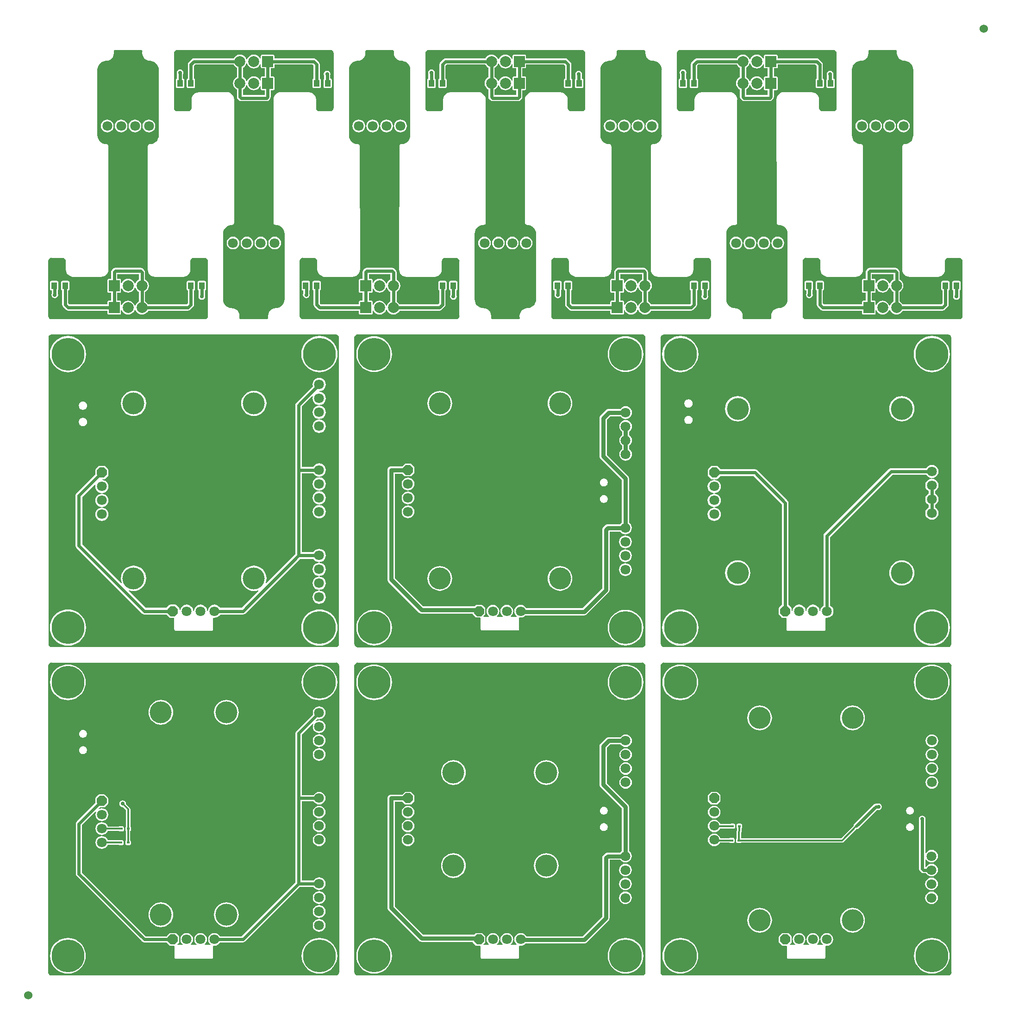
<source format=gbl>
G04 Layer_Physical_Order=2*
G04 Layer_Color=16711680*
%FSLAX44Y44*%
%MOMM*%
G71*
G01*
G75*
%ADD11C,0.6000*%
%ADD16R,0.5000X0.4000*%
%ADD17C,0.8000*%
%ADD18C,0.3000*%
%ADD20C,1.5240*%
%ADD21C,1.8000*%
%ADD22C,2.0000*%
%ADD23R,2.0000X2.0000*%
%ADD24C,0.7000*%
%ADD25P,1.9483X8X22.5*%
%ADD26P,1.9483X8X292.5*%
%ADD27C,6.0000*%
%ADD28C,4.0000*%
%ADD29R,1.0000X1.2500*%
G36*
X1601942Y1746106D02*
X1603179Y1746091D01*
X1603934Y1745985D01*
X1604427Y1745913D01*
X1604388Y1745921D01*
X1603934Y1745985D01*
X1603243Y1746085D01*
X1604388Y1745921D01*
X1604578Y1745883D01*
X1605603Y1745198D01*
X1606207Y1744295D01*
X1606141Y1741231D01*
X1606071Y1739990D01*
Y1739990D01*
X1606071Y1739990D01*
X1606545Y1736385D01*
X1607937Y1733026D01*
X1610150Y1730141D01*
X1613035Y1727927D01*
X1616395Y1726536D01*
X1618778Y1726222D01*
X1620000Y1726061D01*
X1621248Y1726008D01*
X1623149Y1725821D01*
X1626177Y1724902D01*
X1628967Y1723411D01*
X1631413Y1721404D01*
X1633420Y1718958D01*
X1634912Y1716167D01*
X1635830Y1713139D01*
X1636132Y1710076D01*
X1636115Y1709990D01*
Y1589990D01*
X1636132Y1589905D01*
X1635830Y1586841D01*
X1634912Y1583814D01*
X1633420Y1581023D01*
X1631413Y1578577D01*
X1628967Y1576570D01*
X1626177Y1575078D01*
X1623149Y1574160D01*
X1621230Y1573971D01*
X1620000Y1573875D01*
X1619261Y1573728D01*
X1618517Y1573581D01*
X1618515Y1573580D01*
X1618513Y1573579D01*
X1617886Y1573160D01*
X1617256Y1572740D01*
X1617254Y1572738D01*
X1617253Y1572737D01*
X1616834Y1572110D01*
X1616412Y1571480D01*
X1616412Y1571479D01*
X1616411Y1571477D01*
X1616263Y1570736D01*
X1616115Y1569994D01*
X1615900Y1344994D01*
X1615856Y1344991D01*
X1616330Y1341385D01*
X1617722Y1338026D01*
X1619935Y1335141D01*
X1622820Y1332927D01*
X1626180Y1331536D01*
X1629785Y1331061D01*
X1629794Y1331106D01*
X1678695Y1331214D01*
X1679961Y1331191D01*
X1680098Y1331173D01*
X1681176Y1331315D01*
X1683678Y1331644D01*
X1687013Y1333026D01*
X1689878Y1335224D01*
X1692076Y1338088D01*
X1693457Y1341424D01*
X1693911Y1344866D01*
X1693911D01*
X1693885Y1346121D01*
X1693885Y1358635D01*
X1693885Y1359905D01*
X1694057Y1361104D01*
X1694289Y1362271D01*
X1695629Y1364276D01*
X1697634Y1365616D01*
X1698801Y1365848D01*
X1700000Y1366020D01*
Y1366021D01*
X1720000Y1366020D01*
X1720167Y1366054D01*
X1722366Y1365616D01*
X1724371Y1364276D01*
X1725711Y1362271D01*
X1726149Y1360072D01*
X1726115Y1359905D01*
Y1259905D01*
X1726149Y1259738D01*
X1725711Y1257539D01*
X1724371Y1255534D01*
X1722366Y1254194D01*
X1720381Y1253799D01*
X1720000Y1253875D01*
X1580000Y1253875D01*
X1440000Y1253875D01*
X1439833Y1253842D01*
X1437634Y1254279D01*
X1435629Y1255619D01*
X1434288Y1257625D01*
X1433851Y1259823D01*
X1433884Y1259990D01*
Y1359990D01*
X1433851Y1360157D01*
X1434288Y1362356D01*
X1435629Y1364362D01*
X1437634Y1365702D01*
X1439833Y1366139D01*
X1440000Y1366106D01*
X1460000Y1366106D01*
X1460000Y1366106D01*
X1460000Y1366106D01*
X1461198Y1365934D01*
X1462365Y1365702D01*
X1464371Y1364362D01*
X1465711Y1362356D01*
X1466148Y1360157D01*
X1466115Y1359990D01*
X1466115Y1346206D01*
X1466089Y1344951D01*
Y1344951D01*
X1466089Y1344951D01*
X1466542Y1341509D01*
X1467924Y1338174D01*
X1470122Y1335309D01*
X1472986Y1333111D01*
X1476322Y1331729D01*
X1478814Y1331401D01*
X1479902Y1331258D01*
X1480039Y1331276D01*
X1481304Y1331299D01*
X1529781Y1331192D01*
X1530215Y1331106D01*
Y1331061D01*
X1533820Y1331536D01*
X1537179Y1332927D01*
X1540064Y1335141D01*
X1542278Y1338026D01*
X1543669Y1341385D01*
X1544144Y1344991D01*
X1544099Y1344994D01*
X1543884Y1569994D01*
X1543736Y1570736D01*
X1543589Y1571477D01*
X1543588Y1571479D01*
X1543587Y1571480D01*
X1543165Y1572110D01*
X1542747Y1572737D01*
X1542745Y1572738D01*
X1542744Y1572740D01*
X1542114Y1573160D01*
X1541486Y1573579D01*
X1541485Y1573580D01*
X1541483Y1573581D01*
X1540738Y1573728D01*
X1540000Y1573875D01*
X1538769Y1573971D01*
X1536851Y1574160D01*
X1533823Y1575078D01*
X1531032Y1576570D01*
X1528586Y1578577D01*
X1526579Y1581023D01*
X1525088Y1583814D01*
X1524169Y1586841D01*
X1523867Y1589905D01*
X1523884Y1589990D01*
X1523884Y1709990D01*
X1523867Y1710076D01*
X1524169Y1713139D01*
X1525088Y1716167D01*
X1526579Y1718958D01*
X1528586Y1721404D01*
X1531032Y1723411D01*
X1533823Y1724902D01*
X1536851Y1725821D01*
X1538752Y1726008D01*
X1540000Y1726061D01*
Y1726061D01*
X1543605Y1726536D01*
X1546964Y1727927D01*
X1549849Y1730141D01*
X1552063Y1733026D01*
X1553454Y1736385D01*
X1553929Y1739990D01*
X1553929D01*
X1553859Y1741231D01*
X1553793Y1744295D01*
X1554396Y1745198D01*
X1555422Y1745883D01*
X1555611Y1745921D01*
X1556756Y1746085D01*
X1556065Y1745985D01*
X1555611Y1745921D01*
X1555573Y1745913D01*
X1556065Y1745985D01*
X1556820Y1746091D01*
X1558058Y1746106D01*
X1558236Y1746106D01*
X1601763D01*
X1601942Y1746106D01*
D02*
G37*
G36*
X1141942D02*
X1143179Y1746091D01*
X1143934Y1745985D01*
X1144427Y1745913D01*
X1144388Y1745921D01*
X1143934Y1745985D01*
X1143243Y1746085D01*
X1144388Y1745921D01*
X1144578Y1745883D01*
X1145603Y1745198D01*
X1146207Y1744295D01*
X1146141Y1741231D01*
X1146071Y1739990D01*
Y1739990D01*
X1146071Y1739990D01*
X1146545Y1736385D01*
X1147937Y1733026D01*
X1150150Y1730141D01*
X1153035Y1727927D01*
X1156395Y1726536D01*
X1158778Y1726222D01*
X1160000Y1726061D01*
X1161248Y1726008D01*
X1163149Y1725821D01*
X1166177Y1724902D01*
X1168967Y1723411D01*
X1171413Y1721404D01*
X1173420Y1718958D01*
X1174912Y1716167D01*
X1175830Y1713139D01*
X1176132Y1710076D01*
X1176115Y1709990D01*
Y1589990D01*
X1176132Y1589905D01*
X1175830Y1586841D01*
X1174912Y1583814D01*
X1173420Y1581023D01*
X1171413Y1578577D01*
X1168967Y1576570D01*
X1166177Y1575078D01*
X1163149Y1574160D01*
X1161230Y1573971D01*
X1160000Y1573875D01*
X1159261Y1573728D01*
X1158517Y1573581D01*
X1158515Y1573580D01*
X1158513Y1573579D01*
X1157886Y1573160D01*
X1157255Y1572740D01*
X1157254Y1572738D01*
X1157253Y1572737D01*
X1156834Y1572110D01*
X1156412Y1571480D01*
X1156412Y1571479D01*
X1156411Y1571477D01*
X1156263Y1570736D01*
X1156115Y1569994D01*
X1155900Y1344994D01*
X1155856Y1344991D01*
X1156330Y1341385D01*
X1157722Y1338026D01*
X1159936Y1335141D01*
X1162820Y1332927D01*
X1166180Y1331536D01*
X1169785Y1331061D01*
X1169793Y1331106D01*
X1218695Y1331214D01*
X1219961Y1331191D01*
X1220098Y1331173D01*
X1221176Y1331315D01*
X1223678Y1331644D01*
X1227013Y1333026D01*
X1229878Y1335224D01*
X1232076Y1338088D01*
X1233457Y1341424D01*
X1233911Y1344866D01*
X1233911D01*
X1233885Y1346121D01*
X1233885Y1358635D01*
X1233885Y1359905D01*
X1234057Y1361104D01*
X1234289Y1362271D01*
X1235629Y1364276D01*
X1237634Y1365616D01*
X1238801Y1365848D01*
X1240000Y1366020D01*
Y1366021D01*
X1260000Y1366020D01*
X1260167Y1366054D01*
X1262366Y1365616D01*
X1264371Y1364276D01*
X1265711Y1362271D01*
X1266149Y1360072D01*
X1266115Y1359905D01*
Y1259905D01*
X1266149Y1259738D01*
X1265711Y1257539D01*
X1264371Y1255534D01*
X1262366Y1254194D01*
X1260381Y1253799D01*
X1260000Y1253875D01*
X1120000Y1253875D01*
X980000Y1253875D01*
X979833Y1253842D01*
X977634Y1254279D01*
X975629Y1255619D01*
X974289Y1257625D01*
X973851Y1259823D01*
X973884Y1259990D01*
Y1359990D01*
X973851Y1360157D01*
X974289Y1362356D01*
X975629Y1364362D01*
X977634Y1365702D01*
X979833Y1366139D01*
X980000Y1366106D01*
X1000000Y1366106D01*
X1000000Y1366106D01*
X1000000Y1366106D01*
X1001199Y1365934D01*
X1002365Y1365702D01*
X1004371Y1364362D01*
X1005711Y1362356D01*
X1006148Y1360157D01*
X1006115Y1359990D01*
X1006115Y1346206D01*
X1006089Y1344951D01*
Y1344951D01*
X1006089Y1344951D01*
X1006542Y1341509D01*
X1007924Y1338174D01*
X1010122Y1335309D01*
X1012986Y1333111D01*
X1016322Y1331729D01*
X1018814Y1331401D01*
X1019902Y1331258D01*
X1020039Y1331276D01*
X1021304Y1331299D01*
X1069781Y1331192D01*
X1070215Y1331106D01*
Y1331061D01*
X1073820Y1331536D01*
X1077179Y1332927D01*
X1080064Y1335141D01*
X1082278Y1338026D01*
X1083669Y1341385D01*
X1084144Y1344991D01*
X1084099Y1344994D01*
X1083884Y1569994D01*
X1083736Y1570736D01*
X1083589Y1571477D01*
X1083588Y1571479D01*
X1083587Y1571480D01*
X1083166Y1572110D01*
X1082747Y1572737D01*
X1082745Y1572738D01*
X1082744Y1572740D01*
X1082114Y1573160D01*
X1081486Y1573579D01*
X1081485Y1573580D01*
X1081483Y1573581D01*
X1080738Y1573728D01*
X1080000Y1573875D01*
X1078769Y1573971D01*
X1076851Y1574160D01*
X1073823Y1575078D01*
X1071032Y1576570D01*
X1068587Y1578577D01*
X1066579Y1581023D01*
X1065088Y1583814D01*
X1064169Y1586841D01*
X1063867Y1589905D01*
X1063884Y1589990D01*
X1063884Y1709990D01*
X1063867Y1710076D01*
X1064169Y1713139D01*
X1065088Y1716167D01*
X1066579Y1718958D01*
X1068587Y1721404D01*
X1071032Y1723411D01*
X1073823Y1724902D01*
X1076851Y1725821D01*
X1078752Y1726008D01*
X1080000Y1726061D01*
Y1726061D01*
X1083605Y1726536D01*
X1086964Y1727927D01*
X1089849Y1730141D01*
X1092063Y1733026D01*
X1093454Y1736385D01*
X1093929Y1739990D01*
X1093929D01*
X1093859Y1741231D01*
X1093793Y1744295D01*
X1094396Y1745198D01*
X1095422Y1745883D01*
X1095611Y1745921D01*
X1096756Y1746085D01*
X1096065Y1745985D01*
X1095611Y1745921D01*
X1095573Y1745913D01*
X1096065Y1745985D01*
X1096820Y1746091D01*
X1098058Y1746106D01*
X1098236Y1746106D01*
X1141763D01*
X1141942Y1746106D01*
D02*
G37*
G36*
X681942D02*
X683179Y1746091D01*
X683934Y1745985D01*
X684427Y1745913D01*
X684388Y1745921D01*
X683934Y1745985D01*
X683243Y1746085D01*
X684388Y1745921D01*
X684578Y1745883D01*
X685603Y1745198D01*
X686207Y1744295D01*
X686141Y1741231D01*
X686071Y1739990D01*
Y1739990D01*
X686071Y1739990D01*
X686545Y1736385D01*
X687937Y1733026D01*
X690150Y1730141D01*
X693035Y1727927D01*
X696395Y1726536D01*
X698778Y1726222D01*
X700000Y1726061D01*
X701248Y1726008D01*
X703149Y1725821D01*
X706177Y1724902D01*
X708967Y1723411D01*
X711413Y1721404D01*
X713420Y1718958D01*
X714912Y1716167D01*
X715830Y1713139D01*
X716132Y1710076D01*
X716115Y1709990D01*
Y1589990D01*
X716132Y1589905D01*
X715830Y1586841D01*
X714912Y1583814D01*
X713420Y1581023D01*
X711413Y1578577D01*
X708967Y1576570D01*
X706177Y1575078D01*
X703149Y1574160D01*
X701230Y1573971D01*
X700000Y1573875D01*
X699261Y1573728D01*
X698517Y1573581D01*
X698515Y1573580D01*
X698513Y1573579D01*
X697886Y1573160D01*
X697255Y1572740D01*
X697254Y1572738D01*
X697253Y1572737D01*
X696834Y1572110D01*
X696412Y1571480D01*
X696412Y1571479D01*
X696411Y1571477D01*
X696263Y1570736D01*
X696115Y1569994D01*
X695900Y1344994D01*
X695856Y1344991D01*
X696330Y1341385D01*
X697722Y1338026D01*
X699936Y1335141D01*
X702820Y1332927D01*
X706180Y1331536D01*
X709785Y1331061D01*
X709793Y1331106D01*
X758695Y1331214D01*
X759961Y1331191D01*
X760098Y1331173D01*
X761176Y1331315D01*
X763678Y1331644D01*
X767013Y1333026D01*
X769878Y1335224D01*
X772076Y1338088D01*
X773457Y1341424D01*
X773911Y1344866D01*
X773911D01*
X773885Y1346121D01*
X773885Y1358635D01*
X773885Y1359905D01*
X774057Y1361104D01*
X774289Y1362271D01*
X775629Y1364276D01*
X777634Y1365616D01*
X778801Y1365848D01*
X780000Y1366020D01*
Y1366021D01*
X800000Y1366020D01*
X800167Y1366054D01*
X802366Y1365616D01*
X804371Y1364276D01*
X805711Y1362271D01*
X806149Y1360072D01*
X806115Y1359905D01*
Y1259905D01*
X806149Y1259738D01*
X805711Y1257539D01*
X804371Y1255534D01*
X802366Y1254194D01*
X800381Y1253799D01*
X800000Y1253875D01*
X660000Y1253875D01*
X520000Y1253875D01*
X519833Y1253842D01*
X517634Y1254279D01*
X515629Y1255619D01*
X514289Y1257625D01*
X513851Y1259823D01*
X513884Y1259990D01*
Y1359990D01*
X513851Y1360157D01*
X514289Y1362356D01*
X515629Y1364362D01*
X517634Y1365702D01*
X519833Y1366139D01*
X520000Y1366106D01*
X540000Y1366106D01*
X540000Y1366106D01*
X540000Y1366106D01*
X541199Y1365934D01*
X542365Y1365702D01*
X544371Y1364362D01*
X545711Y1362356D01*
X546148Y1360157D01*
X546115Y1359990D01*
X546115Y1346206D01*
X546089Y1344951D01*
Y1344951D01*
X546089Y1344951D01*
X546542Y1341509D01*
X547924Y1338174D01*
X550122Y1335309D01*
X552986Y1333111D01*
X556322Y1331729D01*
X558814Y1331401D01*
X559902Y1331258D01*
X560039Y1331276D01*
X561305Y1331299D01*
X609781Y1331192D01*
X610215Y1331106D01*
Y1331061D01*
X613820Y1331536D01*
X617179Y1332927D01*
X620064Y1335141D01*
X622278Y1338026D01*
X623669Y1341385D01*
X624144Y1344991D01*
X624099Y1344994D01*
X623884Y1569994D01*
X623736Y1570736D01*
X623589Y1571477D01*
X623588Y1571479D01*
X623587Y1571480D01*
X623166Y1572110D01*
X622747Y1572737D01*
X622745Y1572738D01*
X622744Y1572740D01*
X622114Y1573160D01*
X621486Y1573579D01*
X621484Y1573580D01*
X621483Y1573581D01*
X620738Y1573728D01*
X620000Y1573875D01*
X618769Y1573971D01*
X616851Y1574160D01*
X613823Y1575078D01*
X611032Y1576570D01*
X608587Y1578577D01*
X606579Y1581023D01*
X605088Y1583814D01*
X604169Y1586841D01*
X603867Y1589905D01*
X603884Y1589990D01*
X603884Y1709990D01*
X603867Y1710076D01*
X604169Y1713139D01*
X605088Y1716167D01*
X606579Y1718958D01*
X608587Y1721404D01*
X611032Y1723411D01*
X613823Y1724902D01*
X616851Y1725821D01*
X618752Y1726008D01*
X620000Y1726061D01*
Y1726061D01*
X623605Y1726536D01*
X626964Y1727927D01*
X629849Y1730141D01*
X632063Y1733026D01*
X633454Y1736385D01*
X633929Y1739990D01*
X633929D01*
X633859Y1741231D01*
X633793Y1744295D01*
X634396Y1745198D01*
X635422Y1745883D01*
X635611Y1745921D01*
X636756Y1746085D01*
X636065Y1745985D01*
X635611Y1745921D01*
X635573Y1745913D01*
X636065Y1745985D01*
X636820Y1746091D01*
X638058Y1746106D01*
X638236Y1746106D01*
X681763D01*
X681942Y1746106D01*
D02*
G37*
G36*
X221942D02*
X223179Y1746091D01*
X223934Y1745985D01*
X224427Y1745913D01*
X224388Y1745921D01*
X223934Y1745985D01*
X223243Y1746085D01*
X224388Y1745921D01*
X224578Y1745883D01*
X225604Y1745198D01*
X226207Y1744295D01*
X226141Y1741231D01*
X226071Y1739990D01*
Y1739990D01*
X226071Y1739990D01*
X226545Y1736385D01*
X227937Y1733026D01*
X230150Y1730141D01*
X233035Y1727927D01*
X236395Y1726536D01*
X238778Y1726222D01*
X240000Y1726061D01*
X241248Y1726008D01*
X243149Y1725821D01*
X246177Y1724902D01*
X248967Y1723411D01*
X251413Y1721404D01*
X253420Y1718958D01*
X254912Y1716167D01*
X255830Y1713139D01*
X256132Y1710076D01*
X256115Y1709990D01*
Y1589990D01*
X256132Y1589905D01*
X255830Y1586841D01*
X254912Y1583814D01*
X253420Y1581023D01*
X251413Y1578577D01*
X248967Y1576570D01*
X246177Y1575078D01*
X243149Y1574160D01*
X241230Y1573971D01*
X240000Y1573875D01*
X239261Y1573728D01*
X238517Y1573581D01*
X238515Y1573580D01*
X238513Y1573579D01*
X237886Y1573160D01*
X237255Y1572740D01*
X237255Y1572738D01*
X237253Y1572737D01*
X236834Y1572110D01*
X236412Y1571480D01*
X236412Y1571479D01*
X236411Y1571477D01*
X236263Y1570736D01*
X236115Y1569994D01*
X235900Y1344994D01*
X235856Y1344991D01*
X236330Y1341385D01*
X237722Y1338026D01*
X239935Y1335141D01*
X242820Y1332927D01*
X246180Y1331536D01*
X249785Y1331061D01*
X249793Y1331106D01*
X298695Y1331214D01*
X299961Y1331191D01*
X300098Y1331173D01*
X301176Y1331315D01*
X303678Y1331644D01*
X307013Y1333026D01*
X309878Y1335224D01*
X312076Y1338088D01*
X313458Y1341424D01*
X313911Y1344866D01*
X313911D01*
X313885Y1346121D01*
X313885Y1358635D01*
X313885Y1359905D01*
X314057Y1361104D01*
X314289Y1362271D01*
X315629Y1364276D01*
X317634Y1365616D01*
X318801Y1365848D01*
X320000Y1366020D01*
Y1366021D01*
X340000Y1366020D01*
X340167Y1366054D01*
X342366Y1365616D01*
X344371Y1364276D01*
X345711Y1362271D01*
X346148Y1360072D01*
X346115Y1359905D01*
Y1259905D01*
X346148Y1259738D01*
X345711Y1257539D01*
X344371Y1255534D01*
X342366Y1254194D01*
X340381Y1253799D01*
X340000Y1253875D01*
X200000Y1253875D01*
X60000Y1253875D01*
X59833Y1253842D01*
X57634Y1254279D01*
X55629Y1255619D01*
X54289Y1257625D01*
X53851Y1259823D01*
X53884Y1259990D01*
Y1359990D01*
X53851Y1360157D01*
X54289Y1362356D01*
X55629Y1364362D01*
X57634Y1365702D01*
X59833Y1366139D01*
X60000Y1366106D01*
X80000Y1366106D01*
X80000Y1366106D01*
X80000Y1366106D01*
X81199Y1365934D01*
X82365Y1365702D01*
X84371Y1364362D01*
X85711Y1362356D01*
X86148Y1360157D01*
X86115Y1359990D01*
X86115Y1346206D01*
X86089Y1344951D01*
Y1344951D01*
X86089Y1344951D01*
X86542Y1341509D01*
X87924Y1338174D01*
X90122Y1335309D01*
X92986Y1333111D01*
X96322Y1331729D01*
X98814Y1331401D01*
X99902Y1331258D01*
X100039Y1331276D01*
X101305Y1331299D01*
X149781Y1331192D01*
X150215Y1331106D01*
Y1331061D01*
X153820Y1331536D01*
X157179Y1332927D01*
X160064Y1335141D01*
X162278Y1338026D01*
X163669Y1341385D01*
X164144Y1344991D01*
X164099Y1344994D01*
X163884Y1569994D01*
X163736Y1570736D01*
X163589Y1571477D01*
X163588Y1571479D01*
X163587Y1571480D01*
X163165Y1572110D01*
X162747Y1572737D01*
X162745Y1572738D01*
X162744Y1572740D01*
X162114Y1573160D01*
X161486Y1573579D01*
X161485Y1573580D01*
X161483Y1573581D01*
X160738Y1573728D01*
X160000Y1573875D01*
X158770Y1573971D01*
X156851Y1574160D01*
X153823Y1575078D01*
X151032Y1576570D01*
X148587Y1578577D01*
X146579Y1581023D01*
X145088Y1583814D01*
X144169Y1586841D01*
X143867Y1589905D01*
X143884Y1589990D01*
X143884Y1709990D01*
X143867Y1710076D01*
X144169Y1713139D01*
X145088Y1716167D01*
X146579Y1718958D01*
X148587Y1721404D01*
X151032Y1723411D01*
X153823Y1724902D01*
X156851Y1725821D01*
X158752Y1726008D01*
X160000Y1726061D01*
Y1726061D01*
X163605Y1726536D01*
X166964Y1727927D01*
X169849Y1730141D01*
X172063Y1733026D01*
X173454Y1736385D01*
X173929Y1739990D01*
X173929D01*
X173859Y1741231D01*
X173793Y1744295D01*
X174396Y1745198D01*
X175422Y1745883D01*
X175611Y1745921D01*
X176756Y1746085D01*
X176065Y1745985D01*
X175611Y1745921D01*
X175573Y1745913D01*
X176065Y1745985D01*
X176820Y1746091D01*
X178058Y1746106D01*
X178236Y1746106D01*
X221763D01*
X221942Y1746106D01*
D02*
G37*
G36*
X1210000Y1746125D02*
X1350000Y1746125D01*
X1490000Y1746125D01*
X1490167Y1746158D01*
X1492366Y1745721D01*
X1494371Y1744381D01*
X1495711Y1742375D01*
X1496149Y1740177D01*
X1496115Y1740010D01*
Y1640010D01*
X1496149Y1639843D01*
X1495711Y1637644D01*
X1494371Y1635638D01*
X1492366Y1634299D01*
X1490167Y1633861D01*
X1490000Y1633894D01*
X1470000Y1633894D01*
X1470000Y1633894D01*
X1470000Y1633894D01*
X1468801Y1634066D01*
X1467634Y1634298D01*
X1465629Y1635638D01*
X1464289Y1637644D01*
X1463851Y1639843D01*
X1463885Y1640010D01*
X1463885Y1653794D01*
X1463911Y1655049D01*
Y1655049D01*
X1463911Y1655049D01*
X1463458Y1658491D01*
X1462076Y1661826D01*
X1459878Y1664691D01*
X1457014Y1666889D01*
X1453678Y1668271D01*
X1451186Y1668599D01*
X1450098Y1668742D01*
X1449961Y1668724D01*
X1448695Y1668701D01*
X1400219Y1668808D01*
X1399785Y1668894D01*
Y1668939D01*
X1396180Y1668464D01*
X1392821Y1667073D01*
X1389936Y1664859D01*
X1387722Y1661974D01*
X1386331Y1658615D01*
X1385856Y1655010D01*
X1385901Y1655006D01*
X1386115Y1430006D01*
X1386264Y1429264D01*
X1386411Y1428523D01*
X1386412Y1428522D01*
X1386413Y1428520D01*
X1386834Y1427890D01*
X1387253Y1427263D01*
X1387255Y1427262D01*
X1387256Y1427260D01*
X1387886Y1426840D01*
X1388513Y1426421D01*
X1388515Y1426420D01*
X1388517Y1426419D01*
X1389262Y1426272D01*
X1390000Y1426125D01*
X1391230Y1426029D01*
X1393149Y1425840D01*
X1396177Y1424922D01*
X1398967Y1423430D01*
X1401413Y1421423D01*
X1403421Y1418977D01*
X1404912Y1416186D01*
X1405831Y1413159D01*
X1406132Y1410095D01*
X1406115Y1410010D01*
X1406116Y1290010D01*
X1406132Y1289924D01*
X1405831Y1286861D01*
X1404912Y1283833D01*
X1403421Y1281042D01*
X1401413Y1278596D01*
X1398967Y1276589D01*
X1396177Y1275098D01*
X1393149Y1274179D01*
X1391248Y1273992D01*
X1390000Y1273939D01*
Y1273939D01*
X1386395Y1273464D01*
X1383035Y1272073D01*
X1380151Y1269859D01*
X1377937Y1266974D01*
X1376546Y1263615D01*
X1376071Y1260010D01*
X1376071D01*
X1376141Y1258769D01*
X1376207Y1255705D01*
X1375604Y1254802D01*
X1374578Y1254117D01*
X1374389Y1254079D01*
X1373244Y1253915D01*
X1373934Y1254015D01*
X1374388Y1254079D01*
X1374427Y1254087D01*
X1373934Y1254015D01*
X1373179Y1253909D01*
X1371942Y1253894D01*
X1371764Y1253894D01*
X1328237D01*
X1328058Y1253894D01*
X1326821Y1253909D01*
X1326066Y1254015D01*
X1325573Y1254087D01*
X1325612Y1254079D01*
X1326066Y1254015D01*
X1326756Y1253915D01*
X1325612Y1254079D01*
X1325422Y1254117D01*
X1324396Y1254802D01*
X1323793Y1255705D01*
X1323859Y1258769D01*
X1323929Y1260010D01*
Y1260010D01*
X1323929Y1260010D01*
X1323455Y1263615D01*
X1322063Y1266974D01*
X1319850Y1269859D01*
X1316965Y1272073D01*
X1313605Y1273464D01*
X1311222Y1273778D01*
X1310000Y1273939D01*
X1308752Y1273992D01*
X1306851Y1274179D01*
X1303823Y1275098D01*
X1301033Y1276589D01*
X1298587Y1278596D01*
X1296579Y1281042D01*
X1295088Y1283833D01*
X1294169Y1286861D01*
X1293868Y1289924D01*
X1293885Y1290010D01*
Y1410010D01*
X1293868Y1410095D01*
X1294169Y1413159D01*
X1295088Y1416186D01*
X1296580Y1418977D01*
X1298587Y1421423D01*
X1301033Y1423430D01*
X1303823Y1424922D01*
X1306851Y1425840D01*
X1308770Y1426029D01*
X1310000Y1426125D01*
X1310739Y1426272D01*
X1311483Y1426419D01*
X1311485Y1426420D01*
X1311487Y1426421D01*
X1312114Y1426840D01*
X1312744Y1427260D01*
X1312745Y1427262D01*
X1312747Y1427263D01*
X1313166Y1427890D01*
X1313588Y1428520D01*
X1313588Y1428522D01*
X1313589Y1428523D01*
X1313736Y1429264D01*
X1313885Y1430006D01*
X1314100Y1655006D01*
X1314144Y1655010D01*
X1313669Y1658615D01*
X1312278Y1661974D01*
X1310064Y1664859D01*
X1307180Y1667073D01*
X1303820Y1668464D01*
X1300215Y1668939D01*
X1300206Y1668894D01*
X1251305Y1668786D01*
X1250039Y1668809D01*
X1249902Y1668827D01*
X1248824Y1668685D01*
X1246322Y1668356D01*
X1242987Y1666974D01*
X1240122Y1664776D01*
X1237924Y1661912D01*
X1236542Y1658576D01*
X1236089Y1655134D01*
X1236089D01*
X1236115Y1653879D01*
X1236115Y1641365D01*
X1236115Y1640095D01*
X1235943Y1638896D01*
X1235711Y1637729D01*
X1234371Y1635724D01*
X1232365Y1634384D01*
X1231199Y1634152D01*
X1230000Y1633980D01*
Y1633980D01*
X1210000Y1633980D01*
X1209833Y1633946D01*
X1207634Y1634384D01*
X1205629Y1635724D01*
X1204289Y1637729D01*
X1203851Y1639928D01*
X1203885Y1640095D01*
Y1740095D01*
X1203851Y1740262D01*
X1204289Y1742461D01*
X1205629Y1744466D01*
X1207634Y1745806D01*
X1209618Y1746201D01*
X1210000Y1746125D01*
D02*
G37*
G36*
X750000D02*
X890000Y1746125D01*
X1030000Y1746125D01*
X1030167Y1746158D01*
X1032366Y1745721D01*
X1034371Y1744381D01*
X1035711Y1742375D01*
X1036149Y1740177D01*
X1036115Y1740010D01*
Y1640010D01*
X1036149Y1639843D01*
X1035711Y1637644D01*
X1034371Y1635638D01*
X1032366Y1634299D01*
X1030167Y1633861D01*
X1030000Y1633894D01*
X1010000Y1633894D01*
X1010000Y1633894D01*
X1010000Y1633894D01*
X1008801Y1634066D01*
X1007634Y1634298D01*
X1005629Y1635638D01*
X1004289Y1637644D01*
X1003851Y1639843D01*
X1003885Y1640010D01*
X1003885Y1653794D01*
X1003911Y1655049D01*
Y1655049D01*
X1003911Y1655049D01*
X1003458Y1658491D01*
X1002076Y1661826D01*
X999878Y1664691D01*
X997013Y1666889D01*
X993678Y1668271D01*
X991186Y1668599D01*
X990098Y1668742D01*
X989961Y1668724D01*
X988695Y1668701D01*
X940219Y1668808D01*
X939785Y1668894D01*
Y1668939D01*
X936180Y1668464D01*
X932821Y1667073D01*
X929936Y1664859D01*
X927722Y1661974D01*
X926331Y1658615D01*
X925856Y1655010D01*
X925900Y1655006D01*
X926115Y1430006D01*
X926264Y1429264D01*
X926411Y1428523D01*
X926412Y1428522D01*
X926413Y1428520D01*
X926834Y1427890D01*
X927253Y1427263D01*
X927255Y1427262D01*
X927256Y1427260D01*
X927886Y1426840D01*
X928513Y1426421D01*
X928515Y1426420D01*
X928517Y1426419D01*
X929262Y1426272D01*
X930000Y1426125D01*
X931230Y1426029D01*
X933149Y1425840D01*
X936177Y1424922D01*
X938967Y1423430D01*
X941413Y1421423D01*
X943421Y1418977D01*
X944912Y1416186D01*
X945831Y1413159D01*
X946132Y1410095D01*
X946115Y1410010D01*
X946115Y1290010D01*
X946132Y1289924D01*
X945831Y1286861D01*
X944912Y1283833D01*
X943421Y1281042D01*
X941413Y1278596D01*
X938967Y1276589D01*
X936177Y1275098D01*
X933149Y1274179D01*
X931248Y1273992D01*
X930000Y1273939D01*
Y1273939D01*
X926395Y1273464D01*
X923036Y1272073D01*
X920151Y1269859D01*
X917937Y1266974D01*
X916545Y1263615D01*
X916071Y1260010D01*
X916071D01*
X916141Y1258769D01*
X916207Y1255705D01*
X915604Y1254802D01*
X914578Y1254117D01*
X914389Y1254079D01*
X913244Y1253915D01*
X913934Y1254015D01*
X914389Y1254079D01*
X914427Y1254087D01*
X913934Y1254015D01*
X913179Y1253909D01*
X911942Y1253894D01*
X911764Y1253894D01*
X868237D01*
X868058Y1253894D01*
X866821Y1253909D01*
X866066Y1254015D01*
X865573Y1254087D01*
X865612Y1254079D01*
X866066Y1254015D01*
X866757Y1253915D01*
X865612Y1254079D01*
X865422Y1254117D01*
X864396Y1254802D01*
X863793Y1255705D01*
X863859Y1258769D01*
X863929Y1260010D01*
Y1260010D01*
X863929Y1260010D01*
X863455Y1263615D01*
X862063Y1266974D01*
X859849Y1269859D01*
X856965Y1272073D01*
X853605Y1273464D01*
X851222Y1273778D01*
X850000Y1273939D01*
X848752Y1273992D01*
X846851Y1274179D01*
X843823Y1275098D01*
X841033Y1276589D01*
X838587Y1278596D01*
X836580Y1281042D01*
X835088Y1283833D01*
X834169Y1286861D01*
X833868Y1289924D01*
X833885Y1290010D01*
Y1410010D01*
X833868Y1410095D01*
X834169Y1413159D01*
X835088Y1416186D01*
X836580Y1418977D01*
X838587Y1421423D01*
X841033Y1423430D01*
X843823Y1424922D01*
X846851Y1425840D01*
X848770Y1426029D01*
X850000Y1426125D01*
X850739Y1426272D01*
X851483Y1426419D01*
X851485Y1426420D01*
X851487Y1426421D01*
X852114Y1426840D01*
X852744Y1427260D01*
X852745Y1427262D01*
X852747Y1427263D01*
X853166Y1427890D01*
X853588Y1428520D01*
X853588Y1428522D01*
X853589Y1428523D01*
X853736Y1429264D01*
X853885Y1430006D01*
X854100Y1655006D01*
X854144Y1655010D01*
X853670Y1658615D01*
X852278Y1661974D01*
X850064Y1664859D01*
X847179Y1667073D01*
X843820Y1668464D01*
X840215Y1668939D01*
X840206Y1668894D01*
X791305Y1668786D01*
X790039Y1668809D01*
X789902Y1668827D01*
X788824Y1668685D01*
X786322Y1668356D01*
X782987Y1666974D01*
X780122Y1664776D01*
X777924Y1661912D01*
X776542Y1658576D01*
X776089Y1655134D01*
X776089D01*
X776115Y1653879D01*
X776115Y1641365D01*
X776115Y1640095D01*
X775943Y1638896D01*
X775711Y1637729D01*
X774371Y1635724D01*
X772365Y1634384D01*
X771199Y1634152D01*
X770000Y1633980D01*
Y1633980D01*
X750000Y1633980D01*
X749833Y1633946D01*
X747634Y1634384D01*
X745629Y1635724D01*
X744289Y1637729D01*
X743851Y1639928D01*
X743885Y1640095D01*
Y1740095D01*
X743851Y1740262D01*
X744289Y1742461D01*
X745629Y1744466D01*
X747634Y1745806D01*
X749618Y1746201D01*
X750000Y1746125D01*
D02*
G37*
G36*
X290000D02*
X430000Y1746125D01*
X570000Y1746125D01*
X570167Y1746158D01*
X572366Y1745721D01*
X574371Y1744381D01*
X575711Y1742375D01*
X576149Y1740177D01*
X576115Y1740010D01*
Y1640010D01*
X576149Y1639843D01*
X575711Y1637644D01*
X574371Y1635638D01*
X572366Y1634299D01*
X570167Y1633861D01*
X570000Y1633894D01*
X550000Y1633894D01*
X550000Y1633894D01*
X550000Y1633894D01*
X548801Y1634066D01*
X547634Y1634298D01*
X545629Y1635638D01*
X544289Y1637644D01*
X543852Y1639843D01*
X543885Y1640010D01*
X543885Y1653794D01*
X543911Y1655049D01*
Y1655049D01*
X543911Y1655049D01*
X543458Y1658491D01*
X542076Y1661826D01*
X539878Y1664691D01*
X537014Y1666889D01*
X533678Y1668271D01*
X531186Y1668599D01*
X530098Y1668742D01*
X529961Y1668724D01*
X528695Y1668701D01*
X480219Y1668808D01*
X479785Y1668894D01*
Y1668939D01*
X476180Y1668464D01*
X472821Y1667073D01*
X469936Y1664859D01*
X467722Y1661974D01*
X466331Y1658615D01*
X465856Y1655010D01*
X465900Y1655006D01*
X466115Y1430006D01*
X466264Y1429264D01*
X466411Y1428523D01*
X466412Y1428522D01*
X466413Y1428520D01*
X466834Y1427890D01*
X467253Y1427263D01*
X467255Y1427262D01*
X467256Y1427260D01*
X467886Y1426840D01*
X468513Y1426421D01*
X468515Y1426420D01*
X468517Y1426419D01*
X469262Y1426272D01*
X470000Y1426125D01*
X471230Y1426029D01*
X473149Y1425840D01*
X476177Y1424922D01*
X478967Y1423430D01*
X481413Y1421423D01*
X483421Y1418977D01*
X484912Y1416186D01*
X485831Y1413159D01*
X486132Y1410095D01*
X486115Y1410010D01*
X486115Y1290010D01*
X486132Y1289924D01*
X485831Y1286861D01*
X484912Y1283833D01*
X483421Y1281042D01*
X481413Y1278596D01*
X478967Y1276589D01*
X476177Y1275098D01*
X473149Y1274179D01*
X471248Y1273992D01*
X470000Y1273939D01*
Y1273939D01*
X466395Y1273464D01*
X463036Y1272073D01*
X460151Y1269859D01*
X457937Y1266974D01*
X456545Y1263615D01*
X456071Y1260010D01*
X456071D01*
X456141Y1258769D01*
X456207Y1255705D01*
X455604Y1254802D01*
X454578Y1254117D01*
X454389Y1254079D01*
X453244Y1253915D01*
X453934Y1254015D01*
X454389Y1254079D01*
X454427Y1254087D01*
X453934Y1254015D01*
X453180Y1253909D01*
X451942Y1253894D01*
X451764Y1253894D01*
X408237D01*
X408058Y1253894D01*
X406821Y1253909D01*
X406066Y1254015D01*
X405573Y1254087D01*
X405612Y1254079D01*
X406066Y1254015D01*
X406757Y1253915D01*
X405612Y1254079D01*
X405422Y1254117D01*
X404396Y1254802D01*
X403793Y1255705D01*
X403859Y1258769D01*
X403929Y1260010D01*
Y1260010D01*
X403929Y1260010D01*
X403455Y1263615D01*
X402063Y1266974D01*
X399850Y1269859D01*
X396965Y1272073D01*
X393605Y1273464D01*
X391222Y1273778D01*
X390000Y1273939D01*
X388752Y1273992D01*
X386851Y1274179D01*
X383823Y1275098D01*
X381033Y1276589D01*
X378587Y1278596D01*
X376580Y1281042D01*
X375088Y1283833D01*
X374170Y1286861D01*
X373868Y1289924D01*
X373885Y1290010D01*
Y1410010D01*
X373868Y1410095D01*
X374170Y1413159D01*
X375088Y1416186D01*
X376580Y1418977D01*
X378587Y1421423D01*
X381033Y1423430D01*
X383823Y1424922D01*
X386851Y1425840D01*
X388770Y1426029D01*
X390000Y1426125D01*
X390738Y1426272D01*
X391483Y1426419D01*
X391485Y1426420D01*
X391487Y1426421D01*
X392114Y1426840D01*
X392744Y1427260D01*
X392745Y1427262D01*
X392747Y1427263D01*
X393166Y1427890D01*
X393588Y1428520D01*
X393588Y1428522D01*
X393589Y1428523D01*
X393736Y1429264D01*
X393885Y1430006D01*
X394100Y1655006D01*
X394144Y1655010D01*
X393670Y1658615D01*
X392278Y1661974D01*
X390064Y1664859D01*
X387179Y1667073D01*
X383820Y1668464D01*
X380215Y1668939D01*
X380206Y1668894D01*
X331305Y1668786D01*
X330039Y1668809D01*
X329902Y1668827D01*
X328824Y1668685D01*
X326322Y1668356D01*
X322986Y1666974D01*
X320122Y1664776D01*
X317924Y1661912D01*
X316542Y1658576D01*
X316089Y1655134D01*
X316089D01*
X316115Y1653879D01*
X316115Y1641365D01*
X316115Y1640095D01*
X315943Y1638896D01*
X315711Y1637729D01*
X314371Y1635724D01*
X312365Y1634384D01*
X311199Y1634152D01*
X310000Y1633980D01*
Y1633980D01*
X290000Y1633980D01*
X289833Y1633946D01*
X287634Y1634384D01*
X285629Y1635724D01*
X284289Y1637729D01*
X283851Y1639928D01*
X283885Y1640095D01*
Y1740095D01*
X283851Y1740262D01*
X284289Y1742461D01*
X285629Y1744466D01*
X287634Y1745806D01*
X289618Y1746201D01*
X290000Y1746125D01*
D02*
G37*
G36*
X1142366Y1225711D02*
X1144371Y1224371D01*
X1145711Y1222366D01*
X1146149Y1220167D01*
X1146115Y1220000D01*
Y660000D01*
X1146149Y659833D01*
X1145711Y657634D01*
X1144371Y655629D01*
X1142366Y654289D01*
X1141199Y654057D01*
X1140000Y653885D01*
Y653885D01*
X620000D01*
X619833Y653851D01*
X617634Y654289D01*
X615629Y655629D01*
X614289Y657634D01*
X614057Y658801D01*
X613885Y660000D01*
X613885D01*
Y1220000D01*
X613851Y1220167D01*
X614289Y1222366D01*
X615629Y1224371D01*
X617634Y1225711D01*
X619833Y1226149D01*
X620000Y1226115D01*
X1140000D01*
X1140167Y1226149D01*
X1142366Y1225711D01*
D02*
G37*
G36*
X1702186Y1225278D02*
X1704039Y1224040D01*
X1705278Y1222186D01*
X1705680Y1220167D01*
X1705646Y1220000D01*
Y660000D01*
X1705680Y659833D01*
X1705278Y657814D01*
X1704040Y655960D01*
X1702186Y654722D01*
X1701199Y654526D01*
X1700000Y654354D01*
Y654354D01*
X1180000D01*
X1179833Y654320D01*
X1177814Y654722D01*
X1175960Y655960D01*
X1174722Y657814D01*
X1174526Y658801D01*
X1174354Y660000D01*
X1174354D01*
Y1220000D01*
X1174320Y1220167D01*
X1174722Y1222186D01*
X1175960Y1224040D01*
X1177814Y1225278D01*
X1179833Y1225680D01*
X1180000Y1225646D01*
X1700000D01*
X1700167Y1225680D01*
X1702186Y1225278D01*
D02*
G37*
G36*
X582186D02*
X584039Y1224040D01*
X585278Y1222186D01*
X585680Y1220167D01*
X585646Y1220000D01*
Y660000D01*
X585680Y659833D01*
X585278Y657814D01*
X584040Y655960D01*
X582186Y654722D01*
X581199Y654526D01*
X580000Y654354D01*
Y654354D01*
X60000D01*
X59833Y654320D01*
X57814Y654722D01*
X55960Y655960D01*
X54722Y657814D01*
X54526Y658801D01*
X54354Y660000D01*
X54354D01*
Y1220000D01*
X54320Y1220167D01*
X54722Y1222186D01*
X55960Y1224040D01*
X57814Y1225278D01*
X59833Y1225680D01*
X60000Y1225646D01*
X580000D01*
X580167Y1225680D01*
X582186Y1225278D01*
D02*
G37*
G36*
X1702366Y625711D02*
X1704371Y624371D01*
X1705711Y622366D01*
X1706149Y620167D01*
X1706115Y620000D01*
Y60000D01*
X1706149Y59833D01*
X1705711Y57634D01*
X1704371Y55629D01*
X1702366Y54289D01*
X1701199Y54057D01*
X1700000Y53885D01*
Y53885D01*
X1180000D01*
X1179833Y53851D01*
X1177634Y54289D01*
X1175629Y55629D01*
X1174289Y57634D01*
X1174057Y58801D01*
X1173885Y60000D01*
X1173885D01*
Y620000D01*
X1173851Y620167D01*
X1174289Y622366D01*
X1175629Y624371D01*
X1177634Y625711D01*
X1179833Y626149D01*
X1180000Y626115D01*
X1700000D01*
X1700167Y626149D01*
X1702366Y625711D01*
D02*
G37*
G36*
X1142366D02*
X1144371Y624371D01*
X1145711Y622366D01*
X1146149Y620167D01*
X1146115Y620000D01*
Y60000D01*
X1146149Y59833D01*
X1145711Y57634D01*
X1144371Y55629D01*
X1142366Y54289D01*
X1141199Y54057D01*
X1140000Y53885D01*
Y53885D01*
X620000D01*
X619833Y53851D01*
X617634Y54289D01*
X615629Y55629D01*
X614289Y57634D01*
X614057Y58801D01*
X613885Y60000D01*
X613885D01*
Y620000D01*
X613851Y620167D01*
X614289Y622366D01*
X615629Y624371D01*
X617634Y625711D01*
X619833Y626149D01*
X620000Y626115D01*
X1140000D01*
X1140167Y626149D01*
X1142366Y625711D01*
D02*
G37*
G36*
X582366D02*
X584371Y624371D01*
X585711Y622366D01*
X586149Y620167D01*
X586115Y620000D01*
Y60000D01*
X586149Y59833D01*
X585711Y57634D01*
X584371Y55629D01*
X582366Y54289D01*
X581199Y54057D01*
X580000Y53885D01*
Y53885D01*
X60000D01*
X59833Y53851D01*
X57634Y54289D01*
X55629Y55629D01*
X54289Y57634D01*
X54057Y58801D01*
X53885Y60000D01*
X53885D01*
Y620000D01*
X53851Y620167D01*
X54289Y622366D01*
X55629Y624371D01*
X57634Y625711D01*
X59833Y626149D01*
X60000Y626115D01*
X580000D01*
X580167Y626149D01*
X582366Y625711D01*
D02*
G37*
%LPC*%
G36*
X1618100Y1618630D02*
X1615087Y1618233D01*
X1612280Y1617071D01*
X1609869Y1615221D01*
X1608020Y1612810D01*
X1606857Y1610003D01*
X1606460Y1606990D01*
X1606857Y1603978D01*
X1608020Y1601171D01*
X1609869Y1598760D01*
X1612280Y1596910D01*
X1615087Y1595748D01*
X1618100Y1595351D01*
X1621112Y1595748D01*
X1623920Y1596910D01*
X1626330Y1598760D01*
X1628180Y1601171D01*
X1629343Y1603978D01*
X1629739Y1606990D01*
X1629343Y1610003D01*
X1628180Y1612810D01*
X1626330Y1615221D01*
X1623920Y1617071D01*
X1621112Y1618233D01*
X1618100Y1618630D01*
D02*
G37*
G36*
X1592700D02*
X1589687Y1618233D01*
X1586880Y1617071D01*
X1584469Y1615221D01*
X1582620Y1612810D01*
X1581457Y1610003D01*
X1581060Y1606990D01*
X1581457Y1603978D01*
X1582620Y1601171D01*
X1584469Y1598760D01*
X1586880Y1596910D01*
X1589687Y1595748D01*
X1592700Y1595351D01*
X1595712Y1595748D01*
X1598519Y1596910D01*
X1600930Y1598760D01*
X1602780Y1601171D01*
X1603943Y1603978D01*
X1604339Y1606990D01*
X1603943Y1610003D01*
X1602780Y1612810D01*
X1600930Y1615221D01*
X1598519Y1617071D01*
X1595712Y1618233D01*
X1592700Y1618630D01*
D02*
G37*
G36*
X1567300D02*
X1564287Y1618233D01*
X1561480Y1617071D01*
X1559069Y1615221D01*
X1557220Y1612810D01*
X1556057Y1610003D01*
X1555660Y1606990D01*
X1556057Y1603978D01*
X1557220Y1601171D01*
X1559069Y1598760D01*
X1561480Y1596910D01*
X1564287Y1595748D01*
X1567300Y1595351D01*
X1570312Y1595748D01*
X1573120Y1596910D01*
X1575530Y1598760D01*
X1577380Y1601171D01*
X1578543Y1603978D01*
X1578939Y1606990D01*
X1578543Y1610003D01*
X1577380Y1612810D01*
X1575530Y1615221D01*
X1573120Y1617071D01*
X1570312Y1618233D01*
X1567300Y1618630D01*
D02*
G37*
G36*
X1541900D02*
X1538887Y1618233D01*
X1536080Y1617071D01*
X1533669Y1615221D01*
X1531820Y1612810D01*
X1530657Y1610003D01*
X1530260Y1606990D01*
X1530657Y1603978D01*
X1531820Y1601171D01*
X1533669Y1598760D01*
X1536080Y1596910D01*
X1538887Y1595748D01*
X1541900Y1595351D01*
X1544912Y1595748D01*
X1547720Y1596910D01*
X1550130Y1598760D01*
X1551980Y1601171D01*
X1553143Y1603978D01*
X1553539Y1606990D01*
X1553143Y1610003D01*
X1551980Y1612810D01*
X1550130Y1615221D01*
X1547720Y1617071D01*
X1544912Y1618233D01*
X1541900Y1618630D01*
D02*
G37*
G36*
X1603250Y1347639D02*
X1603250Y1347639D01*
X1556500D01*
X1556500Y1347639D01*
X1554338Y1347209D01*
X1552506Y1345984D01*
X1550606Y1344085D01*
X1550606Y1344084D01*
X1549381Y1342252D01*
X1548951Y1340090D01*
Y1327580D01*
X1544600D01*
X1543609Y1327383D01*
X1542769Y1326822D01*
X1542207Y1325981D01*
X1542010Y1324990D01*
Y1304990D01*
X1542207Y1303999D01*
X1542769Y1303159D01*
X1543609Y1302598D01*
X1544600Y1302401D01*
X1548951D01*
Y1287580D01*
X1544600D01*
X1543609Y1287383D01*
X1542769Y1286822D01*
X1542207Y1285981D01*
X1542010Y1284990D01*
Y1280639D01*
X1472840D01*
X1470648Y1282830D01*
Y1306280D01*
X1470991Y1306348D01*
X1471831Y1306909D01*
X1472392Y1307749D01*
X1472590Y1308740D01*
Y1321240D01*
X1472392Y1322231D01*
X1471831Y1323072D01*
X1470991Y1323633D01*
X1470000Y1323830D01*
X1460000D01*
X1459009Y1323633D01*
X1458168Y1323072D01*
X1457607Y1322231D01*
X1457410Y1321240D01*
Y1308740D01*
X1457607Y1307749D01*
X1458168Y1306909D01*
X1459009Y1306348D01*
X1459351Y1306280D01*
Y1280491D01*
X1459351Y1280490D01*
X1459781Y1278329D01*
X1461006Y1276496D01*
X1461006Y1276496D01*
X1466506Y1270996D01*
X1468338Y1269772D01*
X1470500Y1269342D01*
X1470500Y1269342D01*
X1542010D01*
Y1264990D01*
X1542207Y1263999D01*
X1542769Y1263159D01*
X1543609Y1262598D01*
X1544600Y1262401D01*
X1564600D01*
X1565591Y1262598D01*
X1566431Y1263159D01*
X1566992Y1263999D01*
X1567189Y1264990D01*
Y1269830D01*
X1568459Y1270082D01*
X1569046Y1268666D01*
X1571056Y1266047D01*
X1573676Y1264037D01*
X1576726Y1262773D01*
X1580000Y1262342D01*
X1583273Y1262773D01*
X1586324Y1264037D01*
X1588943Y1266047D01*
X1590953Y1268666D01*
X1592012Y1271223D01*
X1593387D01*
X1594446Y1268666D01*
X1596456Y1266047D01*
X1599076Y1264037D01*
X1602126Y1262773D01*
X1605400Y1262342D01*
X1608673Y1262773D01*
X1611724Y1264037D01*
X1614343Y1266047D01*
X1616353Y1268666D01*
X1616633Y1269342D01*
X1689500D01*
X1689500Y1269342D01*
X1691661Y1269772D01*
X1693494Y1270996D01*
X1693494Y1270996D01*
X1698994Y1276496D01*
X1700218Y1278329D01*
X1700648Y1280490D01*
X1700648Y1280491D01*
Y1306280D01*
X1700991Y1306348D01*
X1701831Y1306909D01*
X1702392Y1307749D01*
X1702590Y1308740D01*
Y1321240D01*
X1702392Y1322231D01*
X1701831Y1323072D01*
X1700991Y1323633D01*
X1700000Y1323830D01*
X1690000D01*
X1689009Y1323633D01*
X1688168Y1323072D01*
X1687607Y1322231D01*
X1687410Y1321240D01*
Y1308740D01*
X1687607Y1307749D01*
X1688168Y1306909D01*
X1689009Y1306348D01*
X1689351Y1306280D01*
Y1282830D01*
X1687160Y1280639D01*
X1616633D01*
X1616353Y1281315D01*
X1614343Y1283934D01*
X1611724Y1285944D01*
X1611048Y1286224D01*
Y1303757D01*
X1611724Y1304037D01*
X1614343Y1306047D01*
X1616353Y1308666D01*
X1617617Y1311717D01*
X1618048Y1314990D01*
X1617617Y1318264D01*
X1616353Y1321315D01*
X1614343Y1323934D01*
X1611724Y1325944D01*
X1611048Y1326224D01*
Y1339840D01*
X1611048Y1339840D01*
X1610618Y1342002D01*
X1609394Y1343835D01*
X1607244Y1345984D01*
X1607244Y1345984D01*
X1605411Y1347209D01*
X1603250Y1347639D01*
D02*
G37*
G36*
X1450000Y1323830D02*
X1440000D01*
X1439009Y1323633D01*
X1438168Y1323072D01*
X1437607Y1322231D01*
X1437410Y1321240D01*
Y1308740D01*
X1437607Y1307749D01*
X1438168Y1306909D01*
X1439009Y1306348D01*
X1440000Y1306151D01*
X1440351D01*
Y1300659D01*
X1440310Y1300597D01*
X1439841Y1298240D01*
X1440310Y1295884D01*
X1441645Y1293886D01*
X1443643Y1292551D01*
X1446000Y1292082D01*
X1448356Y1292551D01*
X1450354Y1293886D01*
X1451689Y1295884D01*
X1452158Y1298240D01*
X1451689Y1300597D01*
X1451648Y1300659D01*
Y1306787D01*
X1451831Y1306909D01*
X1452392Y1307749D01*
X1452590Y1308740D01*
Y1321240D01*
X1452392Y1322231D01*
X1451831Y1323072D01*
X1450991Y1323633D01*
X1450000Y1323830D01*
D02*
G37*
G36*
X1720000D02*
X1710000D01*
X1709009Y1323633D01*
X1708168Y1323072D01*
X1707607Y1322231D01*
X1707410Y1321240D01*
Y1308740D01*
X1707607Y1307749D01*
X1708168Y1306909D01*
X1709009Y1306348D01*
X1709351Y1306280D01*
Y1297908D01*
X1709310Y1297847D01*
X1708841Y1295490D01*
X1709310Y1293134D01*
X1710645Y1291136D01*
X1712643Y1289801D01*
X1715000Y1289332D01*
X1717357Y1289801D01*
X1719354Y1291136D01*
X1720689Y1293134D01*
X1721158Y1295490D01*
X1720689Y1297847D01*
X1720648Y1297908D01*
Y1306280D01*
X1720991Y1306348D01*
X1721831Y1306909D01*
X1722392Y1307749D01*
X1722590Y1308740D01*
Y1321240D01*
X1722392Y1322231D01*
X1721831Y1323072D01*
X1720991Y1323633D01*
X1720000Y1323830D01*
D02*
G37*
%LPD*%
G36*
X1599751Y1326224D02*
X1599076Y1325944D01*
X1596456Y1323934D01*
X1594446Y1321315D01*
X1593387Y1318758D01*
X1592012D01*
X1590953Y1321315D01*
X1588943Y1323934D01*
X1586324Y1325944D01*
X1583273Y1327208D01*
X1580000Y1327639D01*
X1576726Y1327208D01*
X1573676Y1325944D01*
X1571056Y1323934D01*
X1569046Y1321315D01*
X1568459Y1319898D01*
X1567189Y1320151D01*
Y1324990D01*
X1566992Y1325981D01*
X1566431Y1326822D01*
X1565591Y1327383D01*
X1564600Y1327580D01*
X1560248D01*
Y1336342D01*
X1599751D01*
Y1326224D01*
D02*
G37*
G36*
X1594446Y1308666D02*
X1596456Y1306047D01*
X1599076Y1304037D01*
X1599751Y1303757D01*
Y1286224D01*
X1599076Y1285944D01*
X1596456Y1283934D01*
X1594446Y1281315D01*
X1593387Y1278758D01*
X1592012D01*
X1590953Y1281315D01*
X1588943Y1283934D01*
X1586324Y1285944D01*
X1583273Y1287208D01*
X1580000Y1287639D01*
X1576726Y1287208D01*
X1573676Y1285944D01*
X1571056Y1283934D01*
X1569046Y1281315D01*
X1568459Y1279898D01*
X1567189Y1280151D01*
Y1284990D01*
X1566992Y1285981D01*
X1566431Y1286822D01*
X1565591Y1287383D01*
X1564600Y1287580D01*
X1560248D01*
Y1302401D01*
X1564600D01*
X1565591Y1302598D01*
X1566431Y1303159D01*
X1566992Y1303999D01*
X1567189Y1304990D01*
Y1309830D01*
X1568459Y1310082D01*
X1569046Y1308666D01*
X1571056Y1306047D01*
X1573676Y1304037D01*
X1576726Y1302773D01*
X1580000Y1302342D01*
X1583273Y1302773D01*
X1586324Y1304037D01*
X1588943Y1306047D01*
X1590953Y1308666D01*
X1592012Y1311223D01*
X1593387D01*
X1594446Y1308666D01*
D02*
G37*
%LPC*%
G36*
X1158100Y1618630D02*
X1155087Y1618233D01*
X1152280Y1617071D01*
X1149869Y1615221D01*
X1148020Y1612810D01*
X1146857Y1610003D01*
X1146460Y1606990D01*
X1146857Y1603978D01*
X1148020Y1601171D01*
X1149869Y1598760D01*
X1152280Y1596910D01*
X1155087Y1595748D01*
X1158100Y1595351D01*
X1161112Y1595748D01*
X1163920Y1596910D01*
X1166330Y1598760D01*
X1168180Y1601171D01*
X1169343Y1603978D01*
X1169739Y1606990D01*
X1169343Y1610003D01*
X1168180Y1612810D01*
X1166330Y1615221D01*
X1163920Y1617071D01*
X1161112Y1618233D01*
X1158100Y1618630D01*
D02*
G37*
G36*
X1132700D02*
X1129687Y1618233D01*
X1126880Y1617071D01*
X1124469Y1615221D01*
X1122620Y1612810D01*
X1121457Y1610003D01*
X1121060Y1606990D01*
X1121457Y1603978D01*
X1122620Y1601171D01*
X1124469Y1598760D01*
X1126880Y1596910D01*
X1129687Y1595748D01*
X1132700Y1595351D01*
X1135712Y1595748D01*
X1138520Y1596910D01*
X1140930Y1598760D01*
X1142780Y1601171D01*
X1143943Y1603978D01*
X1144339Y1606990D01*
X1143943Y1610003D01*
X1142780Y1612810D01*
X1140930Y1615221D01*
X1138520Y1617071D01*
X1135712Y1618233D01*
X1132700Y1618630D01*
D02*
G37*
G36*
X1107300D02*
X1104287Y1618233D01*
X1101480Y1617071D01*
X1099069Y1615221D01*
X1097220Y1612810D01*
X1096057Y1610003D01*
X1095660Y1606990D01*
X1096057Y1603978D01*
X1097220Y1601171D01*
X1099069Y1598760D01*
X1101480Y1596910D01*
X1104287Y1595748D01*
X1107300Y1595351D01*
X1110312Y1595748D01*
X1113120Y1596910D01*
X1115530Y1598760D01*
X1117380Y1601171D01*
X1118543Y1603978D01*
X1118939Y1606990D01*
X1118543Y1610003D01*
X1117380Y1612810D01*
X1115530Y1615221D01*
X1113120Y1617071D01*
X1110312Y1618233D01*
X1107300Y1618630D01*
D02*
G37*
G36*
X1081900D02*
X1078887Y1618233D01*
X1076080Y1617071D01*
X1073669Y1615221D01*
X1071820Y1612810D01*
X1070657Y1610003D01*
X1070260Y1606990D01*
X1070657Y1603978D01*
X1071820Y1601171D01*
X1073669Y1598760D01*
X1076080Y1596910D01*
X1078887Y1595748D01*
X1081900Y1595351D01*
X1084912Y1595748D01*
X1087719Y1596910D01*
X1090130Y1598760D01*
X1091980Y1601171D01*
X1093143Y1603978D01*
X1093539Y1606990D01*
X1093143Y1610003D01*
X1091980Y1612810D01*
X1090130Y1615221D01*
X1087719Y1617071D01*
X1084912Y1618233D01*
X1081900Y1618630D01*
D02*
G37*
G36*
X1143250Y1347639D02*
X1143250Y1347639D01*
X1096500D01*
X1096500Y1347639D01*
X1094338Y1347209D01*
X1092506Y1345984D01*
X1090606Y1344085D01*
X1090606Y1344084D01*
X1089381Y1342252D01*
X1088951Y1340090D01*
Y1327580D01*
X1084600D01*
X1083609Y1327383D01*
X1082768Y1326822D01*
X1082207Y1325981D01*
X1082010Y1324990D01*
Y1304990D01*
X1082207Y1303999D01*
X1082768Y1303159D01*
X1083609Y1302598D01*
X1084600Y1302401D01*
X1088951D01*
Y1287580D01*
X1084600D01*
X1083609Y1287383D01*
X1082768Y1286822D01*
X1082207Y1285981D01*
X1082010Y1284990D01*
Y1280639D01*
X1012840D01*
X1010648Y1282830D01*
Y1306280D01*
X1010991Y1306348D01*
X1011831Y1306909D01*
X1012392Y1307749D01*
X1012589Y1308740D01*
Y1321240D01*
X1012392Y1322231D01*
X1011831Y1323072D01*
X1010991Y1323633D01*
X1010000Y1323830D01*
X1000000D01*
X999009Y1323633D01*
X998168Y1323072D01*
X997607Y1322231D01*
X997410Y1321240D01*
Y1308740D01*
X997607Y1307749D01*
X998168Y1306909D01*
X999009Y1306348D01*
X999351Y1306280D01*
Y1280491D01*
X999351Y1280490D01*
X999781Y1278329D01*
X1001006Y1276496D01*
X1001006Y1276496D01*
X1006506Y1270996D01*
X1008338Y1269772D01*
X1010500Y1269342D01*
X1010500Y1269342D01*
X1082010D01*
Y1264990D01*
X1082207Y1263999D01*
X1082768Y1263159D01*
X1083609Y1262598D01*
X1084600Y1262401D01*
X1104600D01*
X1105591Y1262598D01*
X1106431Y1263159D01*
X1106992Y1263999D01*
X1107189Y1264990D01*
Y1269830D01*
X1108459Y1270082D01*
X1109046Y1268666D01*
X1111056Y1266047D01*
X1113676Y1264037D01*
X1116726Y1262773D01*
X1120000Y1262342D01*
X1123273Y1262773D01*
X1126324Y1264037D01*
X1128943Y1266047D01*
X1130953Y1268666D01*
X1132012Y1271223D01*
X1133387D01*
X1134446Y1268666D01*
X1136456Y1266047D01*
X1139076Y1264037D01*
X1142126Y1262773D01*
X1145400Y1262342D01*
X1148673Y1262773D01*
X1151724Y1264037D01*
X1154343Y1266047D01*
X1156353Y1268666D01*
X1156633Y1269342D01*
X1229500D01*
X1229500Y1269342D01*
X1231661Y1269772D01*
X1233494Y1270996D01*
X1233494Y1270996D01*
X1238994Y1276496D01*
X1240218Y1278329D01*
X1240648Y1280490D01*
X1240648Y1280491D01*
Y1306280D01*
X1240991Y1306348D01*
X1241831Y1306909D01*
X1242392Y1307749D01*
X1242589Y1308740D01*
Y1321240D01*
X1242392Y1322231D01*
X1241831Y1323072D01*
X1240991Y1323633D01*
X1240000Y1323830D01*
X1230000D01*
X1229009Y1323633D01*
X1228168Y1323072D01*
X1227607Y1322231D01*
X1227410Y1321240D01*
Y1308740D01*
X1227607Y1307749D01*
X1228168Y1306909D01*
X1229009Y1306348D01*
X1229351Y1306280D01*
Y1282830D01*
X1227160Y1280639D01*
X1156633D01*
X1156353Y1281315D01*
X1154343Y1283934D01*
X1151724Y1285944D01*
X1151048Y1286224D01*
Y1303757D01*
X1151724Y1304037D01*
X1154343Y1306047D01*
X1156353Y1308666D01*
X1157617Y1311717D01*
X1158048Y1314990D01*
X1157617Y1318264D01*
X1156353Y1321315D01*
X1154343Y1323934D01*
X1151724Y1325944D01*
X1151048Y1326224D01*
Y1339840D01*
X1151048Y1339840D01*
X1150618Y1342002D01*
X1149394Y1343835D01*
X1147244Y1345984D01*
X1147244Y1345984D01*
X1145411Y1347209D01*
X1143250Y1347639D01*
D02*
G37*
G36*
X990000Y1323830D02*
X980000D01*
X979009Y1323633D01*
X978168Y1323072D01*
X977607Y1322231D01*
X977410Y1321240D01*
Y1308740D01*
X977607Y1307749D01*
X978168Y1306909D01*
X979009Y1306348D01*
X980000Y1306151D01*
X980351D01*
Y1300659D01*
X980310Y1300597D01*
X979841Y1298240D01*
X980310Y1295884D01*
X981645Y1293886D01*
X983643Y1292551D01*
X986000Y1292082D01*
X988356Y1292551D01*
X990354Y1293886D01*
X991689Y1295884D01*
X992158Y1298240D01*
X991689Y1300597D01*
X991648Y1300659D01*
Y1306787D01*
X991831Y1306909D01*
X992392Y1307749D01*
X992589Y1308740D01*
Y1321240D01*
X992392Y1322231D01*
X991831Y1323072D01*
X990991Y1323633D01*
X990000Y1323830D01*
D02*
G37*
G36*
X1260000D02*
X1250000D01*
X1249009Y1323633D01*
X1248168Y1323072D01*
X1247607Y1322231D01*
X1247410Y1321240D01*
Y1308740D01*
X1247607Y1307749D01*
X1248168Y1306909D01*
X1249009Y1306348D01*
X1249351Y1306280D01*
Y1297908D01*
X1249310Y1297847D01*
X1248841Y1295490D01*
X1249310Y1293134D01*
X1250645Y1291136D01*
X1252643Y1289801D01*
X1255000Y1289332D01*
X1257356Y1289801D01*
X1259354Y1291136D01*
X1260689Y1293134D01*
X1261158Y1295490D01*
X1260689Y1297847D01*
X1260648Y1297908D01*
Y1306280D01*
X1260991Y1306348D01*
X1261831Y1306909D01*
X1262392Y1307749D01*
X1262589Y1308740D01*
Y1321240D01*
X1262392Y1322231D01*
X1261831Y1323072D01*
X1260991Y1323633D01*
X1260000Y1323830D01*
D02*
G37*
%LPD*%
G36*
X1139751Y1326224D02*
X1139076Y1325944D01*
X1136456Y1323934D01*
X1134446Y1321315D01*
X1133387Y1318758D01*
X1132012D01*
X1130953Y1321315D01*
X1128943Y1323934D01*
X1126324Y1325944D01*
X1123273Y1327208D01*
X1120000Y1327639D01*
X1116726Y1327208D01*
X1113676Y1325944D01*
X1111056Y1323934D01*
X1109046Y1321315D01*
X1108459Y1319898D01*
X1107189Y1320151D01*
Y1324990D01*
X1106992Y1325981D01*
X1106431Y1326822D01*
X1105591Y1327383D01*
X1104600Y1327580D01*
X1100248D01*
Y1336342D01*
X1139751D01*
Y1326224D01*
D02*
G37*
G36*
X1134446Y1308666D02*
X1136456Y1306047D01*
X1139076Y1304037D01*
X1139751Y1303757D01*
Y1286224D01*
X1139076Y1285944D01*
X1136456Y1283934D01*
X1134446Y1281315D01*
X1133387Y1278758D01*
X1132012D01*
X1130953Y1281315D01*
X1128943Y1283934D01*
X1126324Y1285944D01*
X1123273Y1287208D01*
X1120000Y1287639D01*
X1116726Y1287208D01*
X1113676Y1285944D01*
X1111056Y1283934D01*
X1109046Y1281315D01*
X1108459Y1279898D01*
X1107189Y1280151D01*
Y1284990D01*
X1106992Y1285981D01*
X1106431Y1286822D01*
X1105591Y1287383D01*
X1104600Y1287580D01*
X1100248D01*
Y1302401D01*
X1104600D01*
X1105591Y1302598D01*
X1106431Y1303159D01*
X1106992Y1303999D01*
X1107189Y1304990D01*
Y1309830D01*
X1108459Y1310082D01*
X1109046Y1308666D01*
X1111056Y1306047D01*
X1113676Y1304037D01*
X1116726Y1302773D01*
X1120000Y1302342D01*
X1123273Y1302773D01*
X1126324Y1304037D01*
X1128943Y1306047D01*
X1130953Y1308666D01*
X1132012Y1311223D01*
X1133387D01*
X1134446Y1308666D01*
D02*
G37*
%LPC*%
G36*
X698100Y1618630D02*
X695087Y1618233D01*
X692280Y1617071D01*
X689869Y1615221D01*
X688020Y1612810D01*
X686857Y1610003D01*
X686460Y1606990D01*
X686857Y1603978D01*
X688020Y1601171D01*
X689869Y1598760D01*
X692280Y1596910D01*
X695087Y1595748D01*
X698100Y1595351D01*
X701112Y1595748D01*
X703920Y1596910D01*
X706330Y1598760D01*
X708180Y1601171D01*
X709343Y1603978D01*
X709739Y1606990D01*
X709343Y1610003D01*
X708180Y1612810D01*
X706330Y1615221D01*
X703920Y1617071D01*
X701112Y1618233D01*
X698100Y1618630D01*
D02*
G37*
G36*
X672700D02*
X669687Y1618233D01*
X666880Y1617071D01*
X664469Y1615221D01*
X662620Y1612810D01*
X661457Y1610003D01*
X661060Y1606990D01*
X661457Y1603978D01*
X662620Y1601171D01*
X664469Y1598760D01*
X666880Y1596910D01*
X669687Y1595748D01*
X672700Y1595351D01*
X675712Y1595748D01*
X678520Y1596910D01*
X680930Y1598760D01*
X682780Y1601171D01*
X683943Y1603978D01*
X684339Y1606990D01*
X683943Y1610003D01*
X682780Y1612810D01*
X680930Y1615221D01*
X678520Y1617071D01*
X675712Y1618233D01*
X672700Y1618630D01*
D02*
G37*
G36*
X647300D02*
X644287Y1618233D01*
X641480Y1617071D01*
X639069Y1615221D01*
X637220Y1612810D01*
X636057Y1610003D01*
X635660Y1606990D01*
X636057Y1603978D01*
X637220Y1601171D01*
X639069Y1598760D01*
X641480Y1596910D01*
X644287Y1595748D01*
X647300Y1595351D01*
X650312Y1595748D01*
X653120Y1596910D01*
X655530Y1598760D01*
X657380Y1601171D01*
X658543Y1603978D01*
X658939Y1606990D01*
X658543Y1610003D01*
X657380Y1612810D01*
X655530Y1615221D01*
X653120Y1617071D01*
X650312Y1618233D01*
X647300Y1618630D01*
D02*
G37*
G36*
X621900D02*
X618887Y1618233D01*
X616080Y1617071D01*
X613669Y1615221D01*
X611820Y1612810D01*
X610657Y1610003D01*
X610260Y1606990D01*
X610657Y1603978D01*
X611820Y1601171D01*
X613669Y1598760D01*
X616080Y1596910D01*
X618887Y1595748D01*
X621900Y1595351D01*
X624912Y1595748D01*
X627719Y1596910D01*
X630130Y1598760D01*
X631980Y1601171D01*
X633143Y1603978D01*
X633539Y1606990D01*
X633143Y1610003D01*
X631980Y1612810D01*
X630130Y1615221D01*
X627719Y1617071D01*
X624912Y1618233D01*
X621900Y1618630D01*
D02*
G37*
G36*
X683250Y1347639D02*
X683250Y1347639D01*
X636500D01*
X636500Y1347639D01*
X634338Y1347209D01*
X632506Y1345984D01*
X630606Y1344085D01*
X630606Y1344084D01*
X629381Y1342252D01*
X628951Y1340090D01*
Y1327580D01*
X624600D01*
X623609Y1327383D01*
X622769Y1326822D01*
X622207Y1325981D01*
X622010Y1324990D01*
Y1304990D01*
X622207Y1303999D01*
X622769Y1303159D01*
X623609Y1302598D01*
X624600Y1302401D01*
X628951D01*
Y1287580D01*
X624600D01*
X623609Y1287383D01*
X622769Y1286822D01*
X622207Y1285981D01*
X622010Y1284990D01*
Y1280639D01*
X552840D01*
X550648Y1282830D01*
Y1306280D01*
X550991Y1306348D01*
X551831Y1306909D01*
X552392Y1307749D01*
X552589Y1308740D01*
Y1321240D01*
X552392Y1322231D01*
X551831Y1323072D01*
X550991Y1323633D01*
X550000Y1323830D01*
X540000D01*
X539009Y1323633D01*
X538168Y1323072D01*
X537607Y1322231D01*
X537410Y1321240D01*
Y1308740D01*
X537607Y1307749D01*
X538168Y1306909D01*
X539009Y1306348D01*
X539351Y1306280D01*
Y1280491D01*
X539351Y1280490D01*
X539781Y1278329D01*
X541006Y1276496D01*
X541006Y1276496D01*
X546506Y1270996D01*
X548338Y1269772D01*
X550500Y1269342D01*
X550500Y1269342D01*
X622010D01*
Y1264990D01*
X622207Y1263999D01*
X622769Y1263159D01*
X623609Y1262598D01*
X624600Y1262401D01*
X644600D01*
X645591Y1262598D01*
X646431Y1263159D01*
X646992Y1263999D01*
X647189Y1264990D01*
Y1269830D01*
X648459Y1270082D01*
X649046Y1268666D01*
X651056Y1266047D01*
X653676Y1264037D01*
X656726Y1262773D01*
X660000Y1262342D01*
X663273Y1262773D01*
X666324Y1264037D01*
X668943Y1266047D01*
X670953Y1268666D01*
X672012Y1271223D01*
X673387D01*
X674446Y1268666D01*
X676456Y1266047D01*
X679076Y1264037D01*
X682126Y1262773D01*
X685400Y1262342D01*
X688673Y1262773D01*
X691724Y1264037D01*
X694343Y1266047D01*
X696353Y1268666D01*
X696633Y1269342D01*
X769500D01*
X769500Y1269342D01*
X771661Y1269772D01*
X773494Y1270996D01*
X773494Y1270996D01*
X778994Y1276496D01*
X780218Y1278329D01*
X780648Y1280490D01*
X780648Y1280491D01*
Y1306280D01*
X780991Y1306348D01*
X781831Y1306909D01*
X782392Y1307749D01*
X782589Y1308740D01*
Y1321240D01*
X782392Y1322231D01*
X781831Y1323072D01*
X780991Y1323633D01*
X780000Y1323830D01*
X770000D01*
X769009Y1323633D01*
X768168Y1323072D01*
X767607Y1322231D01*
X767410Y1321240D01*
Y1308740D01*
X767607Y1307749D01*
X768168Y1306909D01*
X769009Y1306348D01*
X769351Y1306280D01*
Y1282830D01*
X767160Y1280639D01*
X696633D01*
X696353Y1281315D01*
X694343Y1283934D01*
X691724Y1285944D01*
X691048Y1286224D01*
Y1303757D01*
X691724Y1304037D01*
X694343Y1306047D01*
X696353Y1308666D01*
X697617Y1311717D01*
X698048Y1314990D01*
X697617Y1318264D01*
X696353Y1321315D01*
X694343Y1323934D01*
X691724Y1325944D01*
X691048Y1326224D01*
Y1339840D01*
X691048Y1339840D01*
X690618Y1342002D01*
X689394Y1343835D01*
X687244Y1345984D01*
X687244Y1345984D01*
X685411Y1347209D01*
X683250Y1347639D01*
D02*
G37*
G36*
X530000Y1323830D02*
X520000D01*
X519009Y1323633D01*
X518168Y1323072D01*
X517607Y1322231D01*
X517410Y1321240D01*
Y1308740D01*
X517607Y1307749D01*
X518168Y1306909D01*
X519009Y1306348D01*
X520000Y1306151D01*
X520351D01*
Y1300659D01*
X520310Y1300597D01*
X519841Y1298240D01*
X520310Y1295884D01*
X521645Y1293886D01*
X523643Y1292551D01*
X526000Y1292082D01*
X528357Y1292551D01*
X530354Y1293886D01*
X531689Y1295884D01*
X532158Y1298240D01*
X531689Y1300597D01*
X531648Y1300659D01*
Y1306787D01*
X531831Y1306909D01*
X532392Y1307749D01*
X532589Y1308740D01*
Y1321240D01*
X532392Y1322231D01*
X531831Y1323072D01*
X530991Y1323633D01*
X530000Y1323830D01*
D02*
G37*
G36*
X800000D02*
X790000D01*
X789009Y1323633D01*
X788169Y1323072D01*
X787607Y1322231D01*
X787410Y1321240D01*
Y1308740D01*
X787607Y1307749D01*
X788169Y1306909D01*
X789009Y1306348D01*
X789351Y1306280D01*
Y1297908D01*
X789310Y1297847D01*
X788841Y1295490D01*
X789310Y1293134D01*
X790645Y1291136D01*
X792643Y1289801D01*
X795000Y1289332D01*
X797356Y1289801D01*
X799354Y1291136D01*
X800689Y1293134D01*
X801158Y1295490D01*
X800689Y1297847D01*
X800648Y1297908D01*
Y1306280D01*
X800991Y1306348D01*
X801831Y1306909D01*
X802392Y1307749D01*
X802589Y1308740D01*
Y1321240D01*
X802392Y1322231D01*
X801831Y1323072D01*
X800991Y1323633D01*
X800000Y1323830D01*
D02*
G37*
%LPD*%
G36*
X679751Y1326224D02*
X679076Y1325944D01*
X676456Y1323934D01*
X674446Y1321315D01*
X673387Y1318758D01*
X672012D01*
X670953Y1321315D01*
X668943Y1323934D01*
X666324Y1325944D01*
X663273Y1327208D01*
X660000Y1327639D01*
X656726Y1327208D01*
X653676Y1325944D01*
X651056Y1323934D01*
X649046Y1321315D01*
X648459Y1319898D01*
X647189Y1320151D01*
Y1324990D01*
X646992Y1325981D01*
X646431Y1326822D01*
X645591Y1327383D01*
X644600Y1327580D01*
X640248D01*
Y1336342D01*
X679751D01*
Y1326224D01*
D02*
G37*
G36*
X674446Y1308666D02*
X676456Y1306047D01*
X679076Y1304037D01*
X679751Y1303757D01*
Y1286224D01*
X679076Y1285944D01*
X676456Y1283934D01*
X674446Y1281315D01*
X673387Y1278758D01*
X672012D01*
X670953Y1281315D01*
X668943Y1283934D01*
X666324Y1285944D01*
X663273Y1287208D01*
X660000Y1287639D01*
X656726Y1287208D01*
X653676Y1285944D01*
X651056Y1283934D01*
X649046Y1281315D01*
X648459Y1279898D01*
X647189Y1280151D01*
Y1284990D01*
X646992Y1285981D01*
X646431Y1286822D01*
X645591Y1287383D01*
X644600Y1287580D01*
X640248D01*
Y1302401D01*
X644600D01*
X645591Y1302598D01*
X646431Y1303159D01*
X646992Y1303999D01*
X647189Y1304990D01*
Y1309830D01*
X648459Y1310082D01*
X649046Y1308666D01*
X651056Y1306047D01*
X653676Y1304037D01*
X656726Y1302773D01*
X660000Y1302342D01*
X663273Y1302773D01*
X666324Y1304037D01*
X668943Y1306047D01*
X670953Y1308666D01*
X672012Y1311223D01*
X673387D01*
X674446Y1308666D01*
D02*
G37*
%LPC*%
G36*
X238100Y1618630D02*
X235087Y1618233D01*
X232280Y1617071D01*
X229869Y1615221D01*
X228020Y1612810D01*
X226857Y1610003D01*
X226460Y1606990D01*
X226857Y1603978D01*
X228020Y1601171D01*
X229869Y1598760D01*
X232280Y1596910D01*
X235087Y1595748D01*
X238100Y1595351D01*
X241112Y1595748D01*
X243920Y1596910D01*
X246330Y1598760D01*
X248180Y1601171D01*
X249343Y1603978D01*
X249739Y1606990D01*
X249343Y1610003D01*
X248180Y1612810D01*
X246330Y1615221D01*
X243920Y1617071D01*
X241112Y1618233D01*
X238100Y1618630D01*
D02*
G37*
G36*
X212700D02*
X209687Y1618233D01*
X206880Y1617071D01*
X204469Y1615221D01*
X202620Y1612810D01*
X201457Y1610003D01*
X201060Y1606990D01*
X201457Y1603978D01*
X202620Y1601171D01*
X204469Y1598760D01*
X206880Y1596910D01*
X209687Y1595748D01*
X212700Y1595351D01*
X215712Y1595748D01*
X218520Y1596910D01*
X220930Y1598760D01*
X222780Y1601171D01*
X223943Y1603978D01*
X224339Y1606990D01*
X223943Y1610003D01*
X222780Y1612810D01*
X220930Y1615221D01*
X218520Y1617071D01*
X215712Y1618233D01*
X212700Y1618630D01*
D02*
G37*
G36*
X187300D02*
X184287Y1618233D01*
X181480Y1617071D01*
X179069Y1615221D01*
X177220Y1612810D01*
X176057Y1610003D01*
X175660Y1606990D01*
X176057Y1603978D01*
X177220Y1601171D01*
X179069Y1598760D01*
X181480Y1596910D01*
X184287Y1595748D01*
X187300Y1595351D01*
X190312Y1595748D01*
X193120Y1596910D01*
X195530Y1598760D01*
X197380Y1601171D01*
X198543Y1603978D01*
X198939Y1606990D01*
X198543Y1610003D01*
X197380Y1612810D01*
X195530Y1615221D01*
X193120Y1617071D01*
X190312Y1618233D01*
X187300Y1618630D01*
D02*
G37*
G36*
X161900D02*
X158887Y1618233D01*
X156080Y1617071D01*
X153669Y1615221D01*
X151820Y1612810D01*
X150657Y1610003D01*
X150260Y1606990D01*
X150657Y1603978D01*
X151820Y1601171D01*
X153669Y1598760D01*
X156080Y1596910D01*
X158887Y1595748D01*
X161900Y1595351D01*
X164912Y1595748D01*
X167720Y1596910D01*
X170130Y1598760D01*
X171980Y1601171D01*
X173143Y1603978D01*
X173539Y1606990D01*
X173143Y1610003D01*
X171980Y1612810D01*
X170130Y1615221D01*
X167720Y1617071D01*
X164912Y1618233D01*
X161900Y1618630D01*
D02*
G37*
G36*
X223250Y1347639D02*
X223250Y1347639D01*
X176500D01*
X176500Y1347639D01*
X174338Y1347209D01*
X172506Y1345984D01*
X170606Y1344085D01*
X170606Y1344084D01*
X169381Y1342252D01*
X168951Y1340090D01*
Y1327580D01*
X164600D01*
X163609Y1327383D01*
X162768Y1326822D01*
X162207Y1325981D01*
X162010Y1324990D01*
Y1304990D01*
X162207Y1303999D01*
X162768Y1303159D01*
X163609Y1302598D01*
X164600Y1302401D01*
X168951D01*
Y1287580D01*
X164600D01*
X163609Y1287383D01*
X162768Y1286822D01*
X162207Y1285981D01*
X162010Y1284990D01*
Y1280639D01*
X92839D01*
X90648Y1282830D01*
Y1306280D01*
X90991Y1306348D01*
X91831Y1306909D01*
X92392Y1307749D01*
X92590Y1308740D01*
Y1321240D01*
X92392Y1322231D01*
X91831Y1323072D01*
X90991Y1323633D01*
X90000Y1323830D01*
X80000D01*
X79009Y1323633D01*
X78169Y1323072D01*
X77607Y1322231D01*
X77410Y1321240D01*
Y1308740D01*
X77607Y1307749D01*
X78169Y1306909D01*
X79009Y1306348D01*
X79351Y1306280D01*
Y1280491D01*
X79351Y1280490D01*
X79781Y1278329D01*
X81006Y1276496D01*
X81006Y1276496D01*
X86506Y1270996D01*
X88338Y1269772D01*
X90500Y1269342D01*
X90500Y1269342D01*
X162010D01*
Y1264990D01*
X162207Y1263999D01*
X162768Y1263159D01*
X163609Y1262598D01*
X164600Y1262401D01*
X184600D01*
X185591Y1262598D01*
X186431Y1263159D01*
X186992Y1263999D01*
X187190Y1264990D01*
Y1269830D01*
X188459Y1270082D01*
X189046Y1268666D01*
X191056Y1266047D01*
X193676Y1264037D01*
X196726Y1262773D01*
X200000Y1262342D01*
X203273Y1262773D01*
X206324Y1264037D01*
X208943Y1266047D01*
X210954Y1268666D01*
X212013Y1271223D01*
X213387D01*
X214446Y1268666D01*
X216456Y1266047D01*
X219076Y1264037D01*
X222126Y1262773D01*
X225400Y1262342D01*
X228673Y1262773D01*
X231724Y1264037D01*
X234343Y1266047D01*
X236353Y1268666D01*
X236633Y1269342D01*
X309500D01*
X309500Y1269342D01*
X311661Y1269772D01*
X313494Y1270996D01*
X313494Y1270996D01*
X318994Y1276496D01*
X320218Y1278329D01*
X320648Y1280490D01*
X320648Y1280491D01*
Y1306280D01*
X320991Y1306348D01*
X321831Y1306909D01*
X322392Y1307749D01*
X322589Y1308740D01*
Y1321240D01*
X322392Y1322231D01*
X321831Y1323072D01*
X320991Y1323633D01*
X320000Y1323830D01*
X310000D01*
X309009Y1323633D01*
X308169Y1323072D01*
X307607Y1322231D01*
X307410Y1321240D01*
Y1308740D01*
X307607Y1307749D01*
X308169Y1306909D01*
X309009Y1306348D01*
X309351Y1306280D01*
Y1282830D01*
X307160Y1280639D01*
X236633D01*
X236353Y1281315D01*
X234343Y1283934D01*
X231724Y1285944D01*
X231048Y1286224D01*
Y1303757D01*
X231724Y1304037D01*
X234343Y1306047D01*
X236353Y1308666D01*
X237617Y1311717D01*
X238048Y1314990D01*
X237617Y1318264D01*
X236353Y1321315D01*
X234343Y1323934D01*
X231724Y1325944D01*
X231048Y1326224D01*
Y1339840D01*
X231048Y1339840D01*
X230618Y1342002D01*
X229394Y1343835D01*
X227244Y1345984D01*
X227244Y1345984D01*
X225411Y1347209D01*
X223250Y1347639D01*
D02*
G37*
G36*
X70000Y1323830D02*
X60000D01*
X59009Y1323633D01*
X58169Y1323072D01*
X57607Y1322231D01*
X57410Y1321240D01*
Y1308740D01*
X57607Y1307749D01*
X58169Y1306909D01*
X59009Y1306348D01*
X60000Y1306151D01*
X60351D01*
Y1300659D01*
X60310Y1300597D01*
X59841Y1298240D01*
X60310Y1295884D01*
X61645Y1293886D01*
X63643Y1292551D01*
X66000Y1292082D01*
X68356Y1292551D01*
X70354Y1293886D01*
X71689Y1295884D01*
X72158Y1298240D01*
X71689Y1300597D01*
X71648Y1300659D01*
Y1306787D01*
X71831Y1306909D01*
X72392Y1307749D01*
X72590Y1308740D01*
Y1321240D01*
X72392Y1322231D01*
X71831Y1323072D01*
X70991Y1323633D01*
X70000Y1323830D01*
D02*
G37*
G36*
X340000D02*
X330000D01*
X329009Y1323633D01*
X328169Y1323072D01*
X327607Y1322231D01*
X327410Y1321240D01*
Y1308740D01*
X327607Y1307749D01*
X328169Y1306909D01*
X329009Y1306348D01*
X329351Y1306280D01*
Y1297908D01*
X329310Y1297847D01*
X328842Y1295490D01*
X329310Y1293134D01*
X330645Y1291136D01*
X332643Y1289801D01*
X335000Y1289332D01*
X337356Y1289801D01*
X339354Y1291136D01*
X340689Y1293134D01*
X341158Y1295490D01*
X340689Y1297847D01*
X340648Y1297908D01*
Y1306280D01*
X340991Y1306348D01*
X341831Y1306909D01*
X342392Y1307749D01*
X342589Y1308740D01*
Y1321240D01*
X342392Y1322231D01*
X341831Y1323072D01*
X340991Y1323633D01*
X340000Y1323830D01*
D02*
G37*
%LPD*%
G36*
X219751Y1326224D02*
X219076Y1325944D01*
X216456Y1323934D01*
X214446Y1321315D01*
X213387Y1318758D01*
X212013D01*
X210954Y1321315D01*
X208943Y1323934D01*
X206324Y1325944D01*
X203273Y1327208D01*
X200000Y1327639D01*
X196726Y1327208D01*
X193676Y1325944D01*
X191056Y1323934D01*
X189046Y1321315D01*
X188459Y1319898D01*
X187190Y1320151D01*
Y1324990D01*
X186992Y1325981D01*
X186431Y1326822D01*
X185591Y1327383D01*
X184600Y1327580D01*
X180248D01*
Y1336342D01*
X219751D01*
Y1326224D01*
D02*
G37*
G36*
X214446Y1308666D02*
X216456Y1306047D01*
X219076Y1304037D01*
X219751Y1303757D01*
Y1286224D01*
X219076Y1285944D01*
X216456Y1283934D01*
X214446Y1281315D01*
X213387Y1278758D01*
X212013D01*
X210954Y1281315D01*
X208943Y1283934D01*
X206324Y1285944D01*
X203273Y1287208D01*
X200000Y1287639D01*
X196726Y1287208D01*
X193676Y1285944D01*
X191056Y1283934D01*
X189046Y1281315D01*
X188459Y1279898D01*
X187190Y1280151D01*
Y1284990D01*
X186992Y1285981D01*
X186431Y1286822D01*
X185591Y1287383D01*
X184600Y1287580D01*
X180248D01*
Y1302401D01*
X184600D01*
X185591Y1302598D01*
X186431Y1303159D01*
X186992Y1303999D01*
X187190Y1304990D01*
Y1309830D01*
X188459Y1310082D01*
X189046Y1308666D01*
X191056Y1306047D01*
X193676Y1304037D01*
X196726Y1302773D01*
X200000Y1302342D01*
X203273Y1302773D01*
X206324Y1304037D01*
X208943Y1306047D01*
X210954Y1308666D01*
X212013Y1311223D01*
X213387D01*
X214446Y1308666D01*
D02*
G37*
%LPC*%
G36*
X1350000Y1737658D02*
X1346727Y1737227D01*
X1343676Y1735963D01*
X1341056Y1733953D01*
X1339046Y1731334D01*
X1337987Y1728777D01*
X1336613D01*
X1335554Y1731334D01*
X1333544Y1733953D01*
X1330924Y1735963D01*
X1327874Y1737227D01*
X1324600Y1737658D01*
X1321326Y1737227D01*
X1318276Y1735963D01*
X1315656Y1733953D01*
X1313646Y1731334D01*
X1313367Y1730658D01*
X1240500D01*
X1240500Y1730658D01*
X1238338Y1730228D01*
X1236506Y1729004D01*
X1236506Y1729004D01*
X1231006Y1723504D01*
X1229781Y1721671D01*
X1229352Y1719510D01*
X1229352Y1719509D01*
Y1693720D01*
X1229009Y1693652D01*
X1228169Y1693091D01*
X1227607Y1692251D01*
X1227410Y1691260D01*
Y1678760D01*
X1227607Y1677769D01*
X1228169Y1676928D01*
X1229009Y1676367D01*
X1230000Y1676170D01*
X1240000D01*
X1240991Y1676367D01*
X1241831Y1676928D01*
X1242393Y1677769D01*
X1242590Y1678760D01*
Y1691260D01*
X1242393Y1692251D01*
X1241831Y1693091D01*
X1240991Y1693652D01*
X1240649Y1693720D01*
Y1717170D01*
X1242840Y1719361D01*
X1313367D01*
X1313646Y1718685D01*
X1315656Y1716066D01*
X1318276Y1714056D01*
X1318952Y1713776D01*
Y1696243D01*
X1318276Y1695963D01*
X1315656Y1693953D01*
X1313646Y1691334D01*
X1312383Y1688283D01*
X1311952Y1685010D01*
X1312383Y1681736D01*
X1313646Y1678685D01*
X1315656Y1676066D01*
X1318276Y1674056D01*
X1318952Y1673776D01*
Y1660160D01*
X1318952Y1660160D01*
X1319382Y1657998D01*
X1320606Y1656165D01*
X1322756Y1654016D01*
X1322756Y1654016D01*
X1324588Y1652791D01*
X1326750Y1652361D01*
X1326750Y1652361D01*
X1373500D01*
X1373500Y1652361D01*
X1375662Y1652791D01*
X1377494Y1654016D01*
X1379394Y1655916D01*
X1379394Y1655916D01*
X1380619Y1657748D01*
X1381049Y1659910D01*
Y1672420D01*
X1385400D01*
X1386391Y1672617D01*
X1387231Y1673178D01*
X1387793Y1674019D01*
X1387990Y1675010D01*
Y1695010D01*
X1387793Y1696001D01*
X1387231Y1696841D01*
X1386391Y1697402D01*
X1385400Y1697599D01*
X1381049D01*
Y1712420D01*
X1385400D01*
X1386391Y1712617D01*
X1387231Y1713178D01*
X1387793Y1714019D01*
X1387990Y1715010D01*
Y1719361D01*
X1457160D01*
X1459352Y1717170D01*
Y1693720D01*
X1459009Y1693652D01*
X1458169Y1693091D01*
X1457607Y1692251D01*
X1457410Y1691260D01*
Y1678760D01*
X1457607Y1677769D01*
X1458169Y1676928D01*
X1459009Y1676367D01*
X1460000Y1676170D01*
X1470000D01*
X1470991Y1676367D01*
X1471831Y1676928D01*
X1472393Y1677769D01*
X1472590Y1678760D01*
Y1691260D01*
X1472393Y1692251D01*
X1471831Y1693091D01*
X1470991Y1693652D01*
X1470649Y1693720D01*
Y1719509D01*
X1470649Y1719510D01*
X1470219Y1721671D01*
X1468994Y1723504D01*
X1468994Y1723504D01*
X1463494Y1729004D01*
X1461662Y1730228D01*
X1459500Y1730658D01*
X1459500Y1730658D01*
X1387990D01*
Y1735010D01*
X1387793Y1736001D01*
X1387231Y1736841D01*
X1386391Y1737402D01*
X1385400Y1737599D01*
X1365400D01*
X1364409Y1737402D01*
X1363569Y1736841D01*
X1363007Y1736001D01*
X1362810Y1735010D01*
Y1730170D01*
X1361540Y1729918D01*
X1360954Y1731334D01*
X1358944Y1733953D01*
X1356324Y1735963D01*
X1353274Y1737227D01*
X1350000Y1737658D01*
D02*
G37*
G36*
X1484000Y1707918D02*
X1481643Y1707449D01*
X1479646Y1706114D01*
X1478311Y1704116D01*
X1477842Y1701760D01*
X1478311Y1699403D01*
X1478351Y1699342D01*
Y1693213D01*
X1478169Y1693091D01*
X1477608Y1692251D01*
X1477410Y1691260D01*
Y1678760D01*
X1477608Y1677769D01*
X1478169Y1676928D01*
X1479009Y1676367D01*
X1480000Y1676170D01*
X1490000D01*
X1490991Y1676367D01*
X1491831Y1676928D01*
X1492393Y1677769D01*
X1492590Y1678760D01*
Y1691260D01*
X1492393Y1692251D01*
X1491831Y1693091D01*
X1490991Y1693652D01*
X1490000Y1693849D01*
X1489649D01*
Y1699342D01*
X1489690Y1699403D01*
X1490158Y1701760D01*
X1489690Y1704116D01*
X1488355Y1706114D01*
X1486357Y1707449D01*
X1484000Y1707918D01*
D02*
G37*
G36*
X1215000Y1710668D02*
X1212643Y1710199D01*
X1210646Y1708864D01*
X1209311Y1706866D01*
X1208842Y1704510D01*
X1209311Y1702153D01*
X1209352Y1702092D01*
Y1693720D01*
X1209009Y1693652D01*
X1208169Y1693091D01*
X1207607Y1692251D01*
X1207410Y1691260D01*
Y1678760D01*
X1207607Y1677769D01*
X1208169Y1676928D01*
X1209009Y1676367D01*
X1210000Y1676170D01*
X1220000D01*
X1220991Y1676367D01*
X1221831Y1676928D01*
X1222393Y1677769D01*
X1222590Y1678760D01*
Y1691260D01*
X1222393Y1692251D01*
X1221831Y1693091D01*
X1220991Y1693652D01*
X1220649Y1693720D01*
Y1702092D01*
X1220690Y1702153D01*
X1221158Y1704510D01*
X1220690Y1706866D01*
X1219355Y1708864D01*
X1217357Y1710199D01*
X1215000Y1710668D01*
D02*
G37*
G36*
X1388100Y1404649D02*
X1385087Y1404253D01*
X1382280Y1403090D01*
X1379870Y1401240D01*
X1378020Y1398829D01*
X1376857Y1396022D01*
X1376461Y1393010D01*
X1376857Y1389997D01*
X1378020Y1387190D01*
X1379870Y1384779D01*
X1382280Y1382930D01*
X1385087Y1381767D01*
X1388100Y1381370D01*
X1391113Y1381767D01*
X1393920Y1382930D01*
X1396331Y1384779D01*
X1398180Y1387190D01*
X1399343Y1389997D01*
X1399740Y1393010D01*
X1399343Y1396022D01*
X1398180Y1398829D01*
X1396331Y1401240D01*
X1393920Y1403090D01*
X1391113Y1404253D01*
X1388100Y1404649D01*
D02*
G37*
G36*
X1362700D02*
X1359688Y1404253D01*
X1356880Y1403090D01*
X1354470Y1401240D01*
X1352620Y1398829D01*
X1351457Y1396022D01*
X1351060Y1393010D01*
X1351457Y1389997D01*
X1352620Y1387190D01*
X1354470Y1384779D01*
X1356880Y1382930D01*
X1359688Y1381767D01*
X1362700Y1381370D01*
X1365713Y1381767D01*
X1368520Y1382930D01*
X1370930Y1384779D01*
X1372780Y1387190D01*
X1373943Y1389997D01*
X1374340Y1393010D01*
X1373943Y1396022D01*
X1372780Y1398829D01*
X1370930Y1401240D01*
X1368520Y1403090D01*
X1365713Y1404253D01*
X1362700Y1404649D01*
D02*
G37*
G36*
X1337300D02*
X1334288Y1404253D01*
X1331480Y1403090D01*
X1329070Y1401240D01*
X1327220Y1398829D01*
X1326057Y1396022D01*
X1325661Y1393010D01*
X1326057Y1389997D01*
X1327220Y1387190D01*
X1329070Y1384779D01*
X1331480Y1382930D01*
X1334288Y1381767D01*
X1337300Y1381370D01*
X1340313Y1381767D01*
X1343120Y1382930D01*
X1345531Y1384779D01*
X1347380Y1387190D01*
X1348543Y1389997D01*
X1348940Y1393010D01*
X1348543Y1396022D01*
X1347380Y1398829D01*
X1345531Y1401240D01*
X1343120Y1403090D01*
X1340313Y1404253D01*
X1337300Y1404649D01*
D02*
G37*
G36*
X1311900D02*
X1308887Y1404253D01*
X1306080Y1403090D01*
X1303670Y1401240D01*
X1301820Y1398829D01*
X1300657Y1396022D01*
X1300260Y1393010D01*
X1300657Y1389997D01*
X1301820Y1387190D01*
X1303670Y1384779D01*
X1306080Y1382930D01*
X1308887Y1381767D01*
X1311900Y1381370D01*
X1314913Y1381767D01*
X1317720Y1382930D01*
X1320130Y1384779D01*
X1321980Y1387190D01*
X1323143Y1389997D01*
X1323540Y1393010D01*
X1323143Y1396022D01*
X1321980Y1398829D01*
X1320130Y1401240D01*
X1317720Y1403090D01*
X1314913Y1404253D01*
X1311900Y1404649D01*
D02*
G37*
%LPD*%
G36*
X1339046Y1718685D02*
X1341056Y1716066D01*
X1343676Y1714056D01*
X1346727Y1712792D01*
X1350000Y1712361D01*
X1353274Y1712792D01*
X1356324Y1714056D01*
X1358944Y1716066D01*
X1360954Y1718685D01*
X1361540Y1720102D01*
X1362810Y1719849D01*
Y1715010D01*
X1363007Y1714019D01*
X1363569Y1713178D01*
X1364409Y1712617D01*
X1365400Y1712420D01*
X1369751D01*
Y1697599D01*
X1365400D01*
X1364409Y1697402D01*
X1363569Y1696841D01*
X1363007Y1696001D01*
X1362810Y1695010D01*
Y1690170D01*
X1361540Y1689918D01*
X1360954Y1691334D01*
X1358944Y1693953D01*
X1356324Y1695963D01*
X1353274Y1697227D01*
X1350000Y1697658D01*
X1346727Y1697227D01*
X1343676Y1695963D01*
X1341056Y1693953D01*
X1339046Y1691334D01*
X1337987Y1688777D01*
X1336613D01*
X1335554Y1691334D01*
X1333544Y1693953D01*
X1330924Y1695963D01*
X1330249Y1696243D01*
Y1713776D01*
X1330924Y1714056D01*
X1333544Y1716066D01*
X1335554Y1718685D01*
X1336613Y1721242D01*
X1337987D01*
X1339046Y1718685D01*
D02*
G37*
G36*
Y1678685D02*
X1341056Y1676066D01*
X1343676Y1674056D01*
X1346727Y1672792D01*
X1350000Y1672361D01*
X1353274Y1672792D01*
X1356324Y1674056D01*
X1358944Y1676066D01*
X1360954Y1678685D01*
X1361540Y1680102D01*
X1362810Y1679849D01*
Y1675010D01*
X1363007Y1674019D01*
X1363569Y1673178D01*
X1364409Y1672617D01*
X1365400Y1672420D01*
X1369751D01*
Y1663658D01*
X1330249D01*
Y1673776D01*
X1330924Y1674056D01*
X1333544Y1676066D01*
X1335554Y1678685D01*
X1336613Y1681242D01*
X1337987D01*
X1339046Y1678685D01*
D02*
G37*
%LPC*%
G36*
X890000Y1737658D02*
X886727Y1737227D01*
X883676Y1735963D01*
X881056Y1733953D01*
X879046Y1731334D01*
X877987Y1728777D01*
X876613D01*
X875554Y1731334D01*
X873544Y1733953D01*
X870924Y1735963D01*
X867874Y1737227D01*
X864600Y1737658D01*
X861327Y1737227D01*
X858276Y1735963D01*
X855656Y1733953D01*
X853646Y1731334D01*
X853367Y1730658D01*
X780500D01*
X780500Y1730658D01*
X778338Y1730228D01*
X776506Y1729004D01*
X776506Y1729004D01*
X771006Y1723504D01*
X769781Y1721671D01*
X769352Y1719510D01*
X769352Y1719509D01*
Y1693720D01*
X769009Y1693652D01*
X768169Y1693091D01*
X767607Y1692251D01*
X767410Y1691260D01*
Y1678760D01*
X767607Y1677769D01*
X768169Y1676928D01*
X769009Y1676367D01*
X770000Y1676170D01*
X780000D01*
X780991Y1676367D01*
X781831Y1676928D01*
X782393Y1677769D01*
X782590Y1678760D01*
Y1691260D01*
X782393Y1692251D01*
X781831Y1693091D01*
X780991Y1693652D01*
X780649Y1693720D01*
Y1717170D01*
X782840Y1719361D01*
X853367D01*
X853646Y1718685D01*
X855656Y1716066D01*
X858276Y1714056D01*
X858951Y1713776D01*
Y1696243D01*
X858276Y1695963D01*
X855656Y1693953D01*
X853646Y1691334D01*
X852383Y1688283D01*
X851952Y1685010D01*
X852383Y1681736D01*
X853646Y1678685D01*
X855656Y1676066D01*
X858276Y1674056D01*
X858951Y1673776D01*
Y1660160D01*
X858951Y1660160D01*
X859381Y1657998D01*
X860606Y1656165D01*
X862756Y1654016D01*
X862756Y1654016D01*
X864588Y1652791D01*
X866750Y1652361D01*
X866750Y1652361D01*
X913500D01*
X913500Y1652361D01*
X915662Y1652791D01*
X917494Y1654016D01*
X919394Y1655916D01*
X919394Y1655916D01*
X920619Y1657748D01*
X921049Y1659910D01*
Y1672420D01*
X925400D01*
X926391Y1672617D01*
X927231Y1673178D01*
X927793Y1674019D01*
X927990Y1675010D01*
Y1695010D01*
X927793Y1696001D01*
X927231Y1696841D01*
X926391Y1697402D01*
X925400Y1697599D01*
X921049D01*
Y1712420D01*
X925400D01*
X926391Y1712617D01*
X927231Y1713178D01*
X927793Y1714019D01*
X927990Y1715010D01*
Y1719361D01*
X997160D01*
X999352Y1717170D01*
Y1693720D01*
X999009Y1693652D01*
X998169Y1693091D01*
X997607Y1692251D01*
X997410Y1691260D01*
Y1678760D01*
X997607Y1677769D01*
X998169Y1676928D01*
X999009Y1676367D01*
X1000000Y1676170D01*
X1010000D01*
X1010991Y1676367D01*
X1011831Y1676928D01*
X1012393Y1677769D01*
X1012590Y1678760D01*
Y1691260D01*
X1012393Y1692251D01*
X1011831Y1693091D01*
X1010991Y1693652D01*
X1010649Y1693720D01*
Y1719509D01*
X1010649Y1719510D01*
X1010219Y1721671D01*
X1008994Y1723504D01*
X1008994Y1723504D01*
X1003494Y1729004D01*
X1001662Y1730228D01*
X999500Y1730658D01*
X999500Y1730658D01*
X927990D01*
Y1735010D01*
X927793Y1736001D01*
X927231Y1736841D01*
X926391Y1737402D01*
X925400Y1737599D01*
X905400D01*
X904409Y1737402D01*
X903569Y1736841D01*
X903007Y1736001D01*
X902810Y1735010D01*
Y1730170D01*
X901540Y1729918D01*
X900954Y1731334D01*
X898944Y1733953D01*
X896324Y1735963D01*
X893274Y1737227D01*
X890000Y1737658D01*
D02*
G37*
G36*
X1024000Y1707918D02*
X1021643Y1707449D01*
X1019645Y1706114D01*
X1018310Y1704116D01*
X1017842Y1701760D01*
X1018310Y1699403D01*
X1018352Y1699342D01*
Y1693213D01*
X1018169Y1693091D01*
X1017607Y1692251D01*
X1017410Y1691260D01*
Y1678760D01*
X1017607Y1677769D01*
X1018169Y1676928D01*
X1019009Y1676367D01*
X1020000Y1676170D01*
X1030000D01*
X1030991Y1676367D01*
X1031831Y1676928D01*
X1032393Y1677769D01*
X1032590Y1678760D01*
Y1691260D01*
X1032393Y1692251D01*
X1031831Y1693091D01*
X1030991Y1693652D01*
X1030000Y1693849D01*
X1029649D01*
Y1699342D01*
X1029690Y1699403D01*
X1030158Y1701760D01*
X1029690Y1704116D01*
X1028355Y1706114D01*
X1026357Y1707449D01*
X1024000Y1707918D01*
D02*
G37*
G36*
X755000Y1710668D02*
X752643Y1710199D01*
X750646Y1708864D01*
X749311Y1706866D01*
X748842Y1704510D01*
X749311Y1702153D01*
X749352Y1702092D01*
Y1693720D01*
X749009Y1693652D01*
X748169Y1693091D01*
X747607Y1692251D01*
X747410Y1691260D01*
Y1678760D01*
X747607Y1677769D01*
X748169Y1676928D01*
X749009Y1676367D01*
X750000Y1676170D01*
X760000D01*
X760991Y1676367D01*
X761831Y1676928D01*
X762393Y1677769D01*
X762590Y1678760D01*
Y1691260D01*
X762393Y1692251D01*
X761831Y1693091D01*
X760991Y1693652D01*
X760649Y1693720D01*
Y1702092D01*
X760690Y1702153D01*
X761158Y1704510D01*
X760690Y1706866D01*
X759355Y1708864D01*
X757357Y1710199D01*
X755000Y1710668D01*
D02*
G37*
G36*
X928100Y1404649D02*
X925088Y1404253D01*
X922280Y1403090D01*
X919870Y1401240D01*
X918020Y1398829D01*
X916857Y1396022D01*
X916460Y1393010D01*
X916857Y1389997D01*
X918020Y1387190D01*
X919870Y1384779D01*
X922280Y1382930D01*
X925088Y1381767D01*
X928100Y1381370D01*
X931113Y1381767D01*
X933920Y1382930D01*
X936330Y1384779D01*
X938180Y1387190D01*
X939343Y1389997D01*
X939740Y1393010D01*
X939343Y1396022D01*
X938180Y1398829D01*
X936330Y1401240D01*
X933920Y1403090D01*
X931113Y1404253D01*
X928100Y1404649D01*
D02*
G37*
G36*
X902700D02*
X899688Y1404253D01*
X896880Y1403090D01*
X894470Y1401240D01*
X892620Y1398829D01*
X891457Y1396022D01*
X891060Y1393010D01*
X891457Y1389997D01*
X892620Y1387190D01*
X894470Y1384779D01*
X896880Y1382930D01*
X899688Y1381767D01*
X902700Y1381370D01*
X905713Y1381767D01*
X908520Y1382930D01*
X910930Y1384779D01*
X912780Y1387190D01*
X913943Y1389997D01*
X914340Y1393010D01*
X913943Y1396022D01*
X912780Y1398829D01*
X910930Y1401240D01*
X908520Y1403090D01*
X905713Y1404253D01*
X902700Y1404649D01*
D02*
G37*
G36*
X877300D02*
X874287Y1404253D01*
X871480Y1403090D01*
X869070Y1401240D01*
X867220Y1398829D01*
X866057Y1396022D01*
X865660Y1393010D01*
X866057Y1389997D01*
X867220Y1387190D01*
X869070Y1384779D01*
X871480Y1382930D01*
X874287Y1381767D01*
X877300Y1381370D01*
X880313Y1381767D01*
X883120Y1382930D01*
X885530Y1384779D01*
X887380Y1387190D01*
X888543Y1389997D01*
X888940Y1393010D01*
X888543Y1396022D01*
X887380Y1398829D01*
X885530Y1401240D01*
X883120Y1403090D01*
X880313Y1404253D01*
X877300Y1404649D01*
D02*
G37*
G36*
X851900D02*
X848887Y1404253D01*
X846080Y1403090D01*
X843670Y1401240D01*
X841820Y1398829D01*
X840657Y1396022D01*
X840260Y1393010D01*
X840657Y1389997D01*
X841820Y1387190D01*
X843670Y1384779D01*
X846080Y1382930D01*
X848887Y1381767D01*
X851900Y1381370D01*
X854913Y1381767D01*
X857720Y1382930D01*
X860130Y1384779D01*
X861980Y1387190D01*
X863143Y1389997D01*
X863540Y1393010D01*
X863143Y1396022D01*
X861980Y1398829D01*
X860130Y1401240D01*
X857720Y1403090D01*
X854913Y1404253D01*
X851900Y1404649D01*
D02*
G37*
%LPD*%
G36*
X879046Y1718685D02*
X881056Y1716066D01*
X883676Y1714056D01*
X886727Y1712792D01*
X890000Y1712361D01*
X893274Y1712792D01*
X896324Y1714056D01*
X898944Y1716066D01*
X900954Y1718685D01*
X901540Y1720102D01*
X902810Y1719849D01*
Y1715010D01*
X903007Y1714019D01*
X903569Y1713178D01*
X904409Y1712617D01*
X905400Y1712420D01*
X909752D01*
Y1697599D01*
X905400D01*
X904409Y1697402D01*
X903569Y1696841D01*
X903007Y1696001D01*
X902810Y1695010D01*
Y1690170D01*
X901540Y1689918D01*
X900954Y1691334D01*
X898944Y1693953D01*
X896324Y1695963D01*
X893274Y1697227D01*
X890000Y1697658D01*
X886727Y1697227D01*
X883676Y1695963D01*
X881056Y1693953D01*
X879046Y1691334D01*
X877987Y1688777D01*
X876613D01*
X875554Y1691334D01*
X873544Y1693953D01*
X870924Y1695963D01*
X870249Y1696243D01*
Y1713776D01*
X870924Y1714056D01*
X873544Y1716066D01*
X875554Y1718685D01*
X876613Y1721242D01*
X877987D01*
X879046Y1718685D01*
D02*
G37*
G36*
Y1678685D02*
X881056Y1676066D01*
X883676Y1674056D01*
X886727Y1672792D01*
X890000Y1672361D01*
X893274Y1672792D01*
X896324Y1674056D01*
X898944Y1676066D01*
X900954Y1678685D01*
X901540Y1680102D01*
X902810Y1679849D01*
Y1675010D01*
X903007Y1674019D01*
X903569Y1673178D01*
X904409Y1672617D01*
X905400Y1672420D01*
X909752D01*
Y1663658D01*
X870249D01*
Y1673776D01*
X870924Y1674056D01*
X873544Y1676066D01*
X875554Y1678685D01*
X876613Y1681242D01*
X877987D01*
X879046Y1678685D01*
D02*
G37*
%LPC*%
G36*
X430000Y1737658D02*
X426726Y1737227D01*
X423676Y1735963D01*
X421056Y1733953D01*
X419046Y1731334D01*
X417987Y1728777D01*
X416613D01*
X415554Y1731334D01*
X413544Y1733953D01*
X410924Y1735963D01*
X407874Y1737227D01*
X404600Y1737658D01*
X401326Y1737227D01*
X398276Y1735963D01*
X395656Y1733953D01*
X393646Y1731334D01*
X393367Y1730658D01*
X320500D01*
X320500Y1730658D01*
X318339Y1730228D01*
X316506Y1729004D01*
X316506Y1729004D01*
X311006Y1723504D01*
X309781Y1721671D01*
X309352Y1719510D01*
X309352Y1719509D01*
Y1693720D01*
X309009Y1693652D01*
X308169Y1693091D01*
X307607Y1692251D01*
X307410Y1691260D01*
Y1678760D01*
X307607Y1677769D01*
X308169Y1676928D01*
X309009Y1676367D01*
X310000Y1676170D01*
X320000D01*
X320991Y1676367D01*
X321831Y1676928D01*
X322393Y1677769D01*
X322590Y1678760D01*
Y1691260D01*
X322393Y1692251D01*
X321831Y1693091D01*
X320991Y1693652D01*
X320649Y1693720D01*
Y1717170D01*
X322840Y1719361D01*
X393367D01*
X393646Y1718685D01*
X395656Y1716066D01*
X398276Y1714056D01*
X398952Y1713776D01*
Y1696243D01*
X398276Y1695963D01*
X395656Y1693953D01*
X393646Y1691334D01*
X392383Y1688283D01*
X391952Y1685010D01*
X392383Y1681736D01*
X393646Y1678685D01*
X395656Y1676066D01*
X398276Y1674056D01*
X398952Y1673776D01*
Y1660160D01*
X398951Y1660160D01*
X399381Y1657998D01*
X400606Y1656165D01*
X402756Y1654016D01*
X402756Y1654016D01*
X404589Y1652791D01*
X406750Y1652361D01*
X406750Y1652361D01*
X453500D01*
X453500Y1652361D01*
X455662Y1652791D01*
X457494Y1654016D01*
X459394Y1655916D01*
X459394Y1655916D01*
X460619Y1657748D01*
X461049Y1659910D01*
Y1672420D01*
X465400D01*
X466391Y1672617D01*
X467231Y1673178D01*
X467793Y1674019D01*
X467990Y1675010D01*
Y1695010D01*
X467793Y1696001D01*
X467231Y1696841D01*
X466391Y1697402D01*
X465400Y1697599D01*
X461049D01*
Y1712420D01*
X465400D01*
X466391Y1712617D01*
X467231Y1713178D01*
X467793Y1714019D01*
X467990Y1715010D01*
Y1719361D01*
X537160D01*
X539352Y1717170D01*
Y1693720D01*
X539009Y1693652D01*
X538169Y1693091D01*
X537607Y1692251D01*
X537410Y1691260D01*
Y1678760D01*
X537607Y1677769D01*
X538169Y1676928D01*
X539009Y1676367D01*
X540000Y1676170D01*
X550000D01*
X550991Y1676367D01*
X551831Y1676928D01*
X552393Y1677769D01*
X552590Y1678760D01*
Y1691260D01*
X552393Y1692251D01*
X551831Y1693091D01*
X550991Y1693652D01*
X550649Y1693720D01*
Y1719509D01*
X550649Y1719510D01*
X550219Y1721671D01*
X548994Y1723504D01*
X548994Y1723504D01*
X543494Y1729004D01*
X541662Y1730228D01*
X539500Y1730658D01*
X539500Y1730658D01*
X467990D01*
Y1735010D01*
X467793Y1736001D01*
X467231Y1736841D01*
X466391Y1737402D01*
X465400Y1737599D01*
X445400D01*
X444409Y1737402D01*
X443569Y1736841D01*
X443007Y1736001D01*
X442810Y1735010D01*
Y1730170D01*
X441540Y1729918D01*
X440954Y1731334D01*
X438944Y1733953D01*
X436324Y1735963D01*
X433274Y1737227D01*
X430000Y1737658D01*
D02*
G37*
G36*
X564000Y1707918D02*
X561643Y1707449D01*
X559646Y1706114D01*
X558311Y1704116D01*
X557842Y1701760D01*
X558311Y1699403D01*
X558352Y1699342D01*
Y1693213D01*
X558169Y1693091D01*
X557607Y1692251D01*
X557410Y1691260D01*
Y1678760D01*
X557607Y1677769D01*
X558169Y1676928D01*
X559009Y1676367D01*
X560000Y1676170D01*
X570000D01*
X570991Y1676367D01*
X571831Y1676928D01*
X572393Y1677769D01*
X572590Y1678760D01*
Y1691260D01*
X572393Y1692251D01*
X571831Y1693091D01*
X570991Y1693652D01*
X570000Y1693849D01*
X569649D01*
Y1699342D01*
X569690Y1699403D01*
X570158Y1701760D01*
X569690Y1704116D01*
X568355Y1706114D01*
X566357Y1707449D01*
X564000Y1707918D01*
D02*
G37*
G36*
X295000Y1710668D02*
X292643Y1710199D01*
X290646Y1708864D01*
X289310Y1706866D01*
X288842Y1704510D01*
X289310Y1702153D01*
X289352Y1702092D01*
Y1693720D01*
X289009Y1693652D01*
X288169Y1693091D01*
X287607Y1692251D01*
X287410Y1691260D01*
Y1678760D01*
X287607Y1677769D01*
X288169Y1676928D01*
X289009Y1676367D01*
X290000Y1676170D01*
X300000D01*
X300991Y1676367D01*
X301831Y1676928D01*
X302393Y1677769D01*
X302590Y1678760D01*
Y1691260D01*
X302393Y1692251D01*
X301831Y1693091D01*
X300991Y1693652D01*
X300649Y1693720D01*
Y1702092D01*
X300690Y1702153D01*
X301158Y1704510D01*
X300690Y1706866D01*
X299355Y1708864D01*
X297357Y1710199D01*
X295000Y1710668D01*
D02*
G37*
G36*
X468100Y1404649D02*
X465088Y1404253D01*
X462280Y1403090D01*
X459870Y1401240D01*
X458020Y1398829D01*
X456857Y1396022D01*
X456460Y1393010D01*
X456857Y1389997D01*
X458020Y1387190D01*
X459870Y1384779D01*
X462280Y1382930D01*
X465088Y1381767D01*
X468100Y1381370D01*
X471113Y1381767D01*
X473920Y1382930D01*
X476330Y1384779D01*
X478180Y1387190D01*
X479343Y1389997D01*
X479740Y1393010D01*
X479343Y1396022D01*
X478180Y1398829D01*
X476330Y1401240D01*
X473920Y1403090D01*
X471113Y1404253D01*
X468100Y1404649D01*
D02*
G37*
G36*
X442700D02*
X439688Y1404253D01*
X436880Y1403090D01*
X434470Y1401240D01*
X432620Y1398829D01*
X431457Y1396022D01*
X431060Y1393010D01*
X431457Y1389997D01*
X432620Y1387190D01*
X434470Y1384779D01*
X436880Y1382930D01*
X439688Y1381767D01*
X442700Y1381370D01*
X445713Y1381767D01*
X448520Y1382930D01*
X450930Y1384779D01*
X452780Y1387190D01*
X453943Y1389997D01*
X454340Y1393010D01*
X453943Y1396022D01*
X452780Y1398829D01*
X450930Y1401240D01*
X448520Y1403090D01*
X445713Y1404253D01*
X442700Y1404649D01*
D02*
G37*
G36*
X417300D02*
X414287Y1404253D01*
X411480Y1403090D01*
X409070Y1401240D01*
X407220Y1398829D01*
X406057Y1396022D01*
X405661Y1393010D01*
X406057Y1389997D01*
X407220Y1387190D01*
X409070Y1384779D01*
X411480Y1382930D01*
X414287Y1381767D01*
X417300Y1381370D01*
X420313Y1381767D01*
X423120Y1382930D01*
X425531Y1384779D01*
X427380Y1387190D01*
X428543Y1389997D01*
X428940Y1393010D01*
X428543Y1396022D01*
X427380Y1398829D01*
X425531Y1401240D01*
X423120Y1403090D01*
X420313Y1404253D01*
X417300Y1404649D01*
D02*
G37*
G36*
X391900D02*
X388887Y1404253D01*
X386080Y1403090D01*
X383670Y1401240D01*
X381820Y1398829D01*
X380657Y1396022D01*
X380261Y1393010D01*
X380657Y1389997D01*
X381820Y1387190D01*
X383670Y1384779D01*
X386080Y1382930D01*
X388887Y1381767D01*
X391900Y1381370D01*
X394913Y1381767D01*
X397720Y1382930D01*
X400131Y1384779D01*
X401980Y1387190D01*
X403143Y1389997D01*
X403540Y1393010D01*
X403143Y1396022D01*
X401980Y1398829D01*
X400131Y1401240D01*
X397720Y1403090D01*
X394913Y1404253D01*
X391900Y1404649D01*
D02*
G37*
%LPD*%
G36*
X419046Y1718685D02*
X421056Y1716066D01*
X423676Y1714056D01*
X426726Y1712792D01*
X430000Y1712361D01*
X433274Y1712792D01*
X436324Y1714056D01*
X438944Y1716066D01*
X440954Y1718685D01*
X441540Y1720102D01*
X442810Y1719849D01*
Y1715010D01*
X443007Y1714019D01*
X443569Y1713178D01*
X444409Y1712617D01*
X445400Y1712420D01*
X449752D01*
Y1697599D01*
X445400D01*
X444409Y1697402D01*
X443569Y1696841D01*
X443007Y1696001D01*
X442810Y1695010D01*
Y1690170D01*
X441540Y1689918D01*
X440954Y1691334D01*
X438944Y1693953D01*
X436324Y1695963D01*
X433274Y1697227D01*
X430000Y1697658D01*
X426726Y1697227D01*
X423676Y1695963D01*
X421056Y1693953D01*
X419046Y1691334D01*
X417987Y1688777D01*
X416613D01*
X415554Y1691334D01*
X413544Y1693953D01*
X410924Y1695963D01*
X410249Y1696243D01*
Y1713776D01*
X410924Y1714056D01*
X413544Y1716066D01*
X415554Y1718685D01*
X416613Y1721242D01*
X417987D01*
X419046Y1718685D01*
D02*
G37*
G36*
Y1678685D02*
X421056Y1676066D01*
X423676Y1674056D01*
X426726Y1672792D01*
X430000Y1672361D01*
X433274Y1672792D01*
X436324Y1674056D01*
X438944Y1676066D01*
X440954Y1678685D01*
X441540Y1680102D01*
X442810Y1679849D01*
Y1675010D01*
X443007Y1674019D01*
X443569Y1673178D01*
X444409Y1672617D01*
X445400Y1672420D01*
X449752D01*
Y1663658D01*
X410249D01*
Y1673776D01*
X410924Y1674056D01*
X413544Y1676066D01*
X415554Y1678685D01*
X416613Y1681242D01*
X417987D01*
X419046Y1678685D01*
D02*
G37*
%LPC*%
G36*
X1110000Y1222641D02*
X1104894Y1222239D01*
X1099913Y1221043D01*
X1095182Y1219083D01*
X1090814Y1216407D01*
X1086920Y1213080D01*
X1083593Y1209186D01*
X1080917Y1204818D01*
X1078957Y1200087D01*
X1077761Y1195106D01*
X1077359Y1190000D01*
X1077761Y1184894D01*
X1078957Y1179913D01*
X1080917Y1175182D01*
X1083593Y1170814D01*
X1086920Y1166920D01*
X1090814Y1163593D01*
X1095182Y1160917D01*
X1099913Y1158957D01*
X1104894Y1157761D01*
X1110000Y1157359D01*
X1115106Y1157761D01*
X1120087Y1158957D01*
X1124818Y1160917D01*
X1129186Y1163593D01*
X1133080Y1166920D01*
X1136407Y1170814D01*
X1139083Y1175182D01*
X1141043Y1179913D01*
X1142239Y1184894D01*
X1142641Y1190000D01*
X1142239Y1195106D01*
X1141043Y1200087D01*
X1139083Y1204818D01*
X1136407Y1209186D01*
X1133080Y1213080D01*
X1129186Y1216407D01*
X1124818Y1219083D01*
X1120087Y1221043D01*
X1115106Y1222239D01*
X1110000Y1222641D01*
D02*
G37*
G36*
X650000D02*
X644894Y1222239D01*
X639913Y1221043D01*
X635182Y1219083D01*
X630814Y1216407D01*
X626920Y1213080D01*
X623593Y1209186D01*
X620917Y1204818D01*
X618957Y1200087D01*
X617761Y1195106D01*
X617359Y1190000D01*
X617761Y1184894D01*
X618957Y1179913D01*
X620917Y1175182D01*
X623593Y1170814D01*
X626920Y1166920D01*
X630814Y1163593D01*
X635182Y1160917D01*
X639913Y1158957D01*
X644894Y1157761D01*
X650000Y1157359D01*
X655106Y1157761D01*
X660087Y1158957D01*
X664818Y1160917D01*
X669186Y1163593D01*
X673080Y1166920D01*
X676407Y1170814D01*
X679083Y1175182D01*
X681043Y1179913D01*
X682239Y1184894D01*
X682641Y1190000D01*
X682239Y1195106D01*
X681043Y1200087D01*
X679083Y1204818D01*
X676407Y1209186D01*
X673080Y1213080D01*
X669186Y1216407D01*
X664818Y1219083D01*
X660087Y1221043D01*
X655106Y1222239D01*
X650000Y1222641D01*
D02*
G37*
G36*
X990000Y1122649D02*
X985581Y1122214D01*
X981333Y1120925D01*
X977417Y1118832D01*
X973985Y1116015D01*
X971168Y1112583D01*
X969075Y1108667D01*
X967786Y1104419D01*
X967351Y1100000D01*
X967786Y1095581D01*
X969075Y1091333D01*
X971168Y1087417D01*
X973985Y1083985D01*
X977417Y1081168D01*
X981333Y1079075D01*
X985581Y1077786D01*
X990000Y1077351D01*
X994419Y1077786D01*
X998667Y1079075D01*
X1002583Y1081168D01*
X1006015Y1083985D01*
X1008832Y1087417D01*
X1010925Y1091333D01*
X1012214Y1095581D01*
X1012649Y1100000D01*
X1012214Y1104419D01*
X1010925Y1108667D01*
X1008832Y1112583D01*
X1006015Y1116015D01*
X1002583Y1118832D01*
X998667Y1120925D01*
X994419Y1122214D01*
X990000Y1122649D01*
D02*
G37*
G36*
X770000D02*
X765581Y1122214D01*
X761333Y1120925D01*
X757417Y1118832D01*
X753985Y1116015D01*
X751168Y1112583D01*
X749075Y1108667D01*
X747786Y1104419D01*
X747351Y1100000D01*
X747786Y1095581D01*
X749075Y1091333D01*
X751168Y1087417D01*
X753985Y1083985D01*
X757417Y1081168D01*
X761333Y1079075D01*
X765581Y1077786D01*
X770000Y1077351D01*
X774419Y1077786D01*
X778667Y1079075D01*
X782583Y1081168D01*
X786015Y1083985D01*
X788832Y1087417D01*
X790925Y1091333D01*
X792214Y1095581D01*
X792649Y1100000D01*
X792214Y1104419D01*
X790925Y1108667D01*
X788832Y1112583D01*
X786015Y1116015D01*
X782583Y1118832D01*
X778667Y1120925D01*
X774419Y1122214D01*
X770000Y1122649D01*
D02*
G37*
G36*
X1110000Y1094740D02*
X1106987Y1094343D01*
X1104180Y1093180D01*
X1101770Y1091330D01*
X1100516Y1089696D01*
X1079100D01*
X1077393Y1089472D01*
X1075802Y1088813D01*
X1074436Y1087764D01*
X1064336Y1077664D01*
X1063287Y1076298D01*
X1062628Y1074707D01*
X1062404Y1073000D01*
Y1003000D01*
X1062628Y1001293D01*
X1063287Y999702D01*
X1064336Y998336D01*
X1102904Y959768D01*
Y881634D01*
X1101270Y880380D01*
X1100016Y878746D01*
X1077150D01*
X1075443Y878522D01*
X1073852Y877863D01*
X1072486Y876814D01*
X1069336Y873664D01*
X1068287Y872298D01*
X1067628Y870707D01*
X1067404Y869000D01*
Y761732D01*
X1031268Y725596D01*
X928273D01*
X928180Y725820D01*
X926330Y728230D01*
X923920Y730080D01*
X921113Y731243D01*
X918100Y731640D01*
X915088Y731243D01*
X912280Y730080D01*
X909870Y728230D01*
X908020Y725820D01*
X906857Y723012D01*
X906460Y720000D01*
X906857Y716988D01*
X908020Y714180D01*
X909870Y711770D01*
X910795Y711060D01*
X910363Y709790D01*
X900436D01*
X900005Y711060D01*
X900930Y711770D01*
X902780Y714180D01*
X903943Y716988D01*
X904340Y720000D01*
X903943Y723012D01*
X902780Y725820D01*
X900930Y728230D01*
X898520Y730080D01*
X895713Y731243D01*
X892700Y731640D01*
X889688Y731243D01*
X886880Y730080D01*
X884470Y728230D01*
X882620Y725820D01*
X881457Y723012D01*
X881060Y720000D01*
X881457Y716988D01*
X882620Y714180D01*
X884470Y711770D01*
X885395Y711060D01*
X884964Y709790D01*
X875036D01*
X874605Y711060D01*
X875530Y711770D01*
X877380Y714180D01*
X878543Y716988D01*
X878940Y720000D01*
X878543Y723012D01*
X877380Y725820D01*
X875530Y728230D01*
X873120Y730080D01*
X870312Y731243D01*
X867300Y731640D01*
X864287Y731243D01*
X861480Y730080D01*
X859070Y728230D01*
X857220Y725820D01*
X856057Y723012D01*
X855660Y720000D01*
X856057Y716988D01*
X857220Y714180D01*
X859070Y711770D01*
X859995Y711060D01*
X859564Y709790D01*
X850512D01*
X850025Y710963D01*
X852731Y713669D01*
X853293Y714509D01*
X853490Y715500D01*
Y724500D01*
X853293Y725491D01*
X852731Y726331D01*
X848231Y730831D01*
X847391Y731393D01*
X846400Y731590D01*
X837400D01*
X836409Y731393D01*
X835569Y730831D01*
X833334Y728596D01*
X739732D01*
X687696Y780632D01*
Y971504D01*
X701434D01*
X705669Y967269D01*
X706509Y966707D01*
X707500Y966510D01*
X716500D01*
X717491Y966707D01*
X718331Y967269D01*
X722831Y971769D01*
X723393Y972609D01*
X723590Y973600D01*
Y982600D01*
X723393Y983591D01*
X722831Y984431D01*
X718331Y988931D01*
X717491Y989493D01*
X716500Y989690D01*
X707500D01*
X706509Y989493D01*
X705669Y988931D01*
X701434Y984696D01*
X681100D01*
X679393Y984472D01*
X677802Y983813D01*
X676436Y982764D01*
X675387Y981398D01*
X674728Y979807D01*
X674504Y978100D01*
Y777900D01*
X674728Y776193D01*
X675387Y774602D01*
X676436Y773236D01*
X732336Y717336D01*
X733702Y716287D01*
X735293Y715628D01*
X737000Y715404D01*
X830329D01*
X830507Y714509D01*
X831069Y713669D01*
X835569Y709169D01*
X836409Y708607D01*
X837400Y708410D01*
X843856D01*
X844910Y707200D01*
Y687200D01*
X845107Y686209D01*
X845669Y685369D01*
X846509Y684807D01*
X847500Y684610D01*
X912500D01*
X913491Y684807D01*
X914331Y685369D01*
X914893Y686209D01*
X915090Y687200D01*
Y707200D01*
X915033Y707483D01*
X916006Y708636D01*
X918100Y708361D01*
X921113Y708757D01*
X923920Y709920D01*
X926330Y711770D01*
X926817Y712404D01*
X1034000D01*
X1035707Y712628D01*
X1037298Y713287D01*
X1038664Y714336D01*
X1078664Y754336D01*
X1079713Y755702D01*
X1080372Y757293D01*
X1080596Y759000D01*
Y865554D01*
X1100016D01*
X1101270Y863920D01*
X1103680Y862070D01*
X1106487Y860907D01*
X1109500Y860510D01*
X1112513Y860907D01*
X1115320Y862070D01*
X1117730Y863920D01*
X1119580Y866330D01*
X1120743Y869137D01*
X1121140Y872150D01*
X1120743Y875163D01*
X1119580Y877970D01*
X1117730Y880380D01*
X1116096Y881634D01*
Y962500D01*
X1115872Y964207D01*
X1115213Y965798D01*
X1114164Y967164D01*
X1075596Y1005732D01*
Y1070268D01*
X1081832Y1076504D01*
X1100516D01*
X1101770Y1074870D01*
X1104180Y1073020D01*
X1106987Y1071857D01*
X1110000Y1071460D01*
X1113012Y1071857D01*
X1115820Y1073020D01*
X1118230Y1074870D01*
X1120080Y1077280D01*
X1121243Y1080088D01*
X1121639Y1083100D01*
X1121243Y1086113D01*
X1120080Y1088920D01*
X1118230Y1091330D01*
X1115820Y1093180D01*
X1113012Y1094343D01*
X1110000Y1094740D01*
D02*
G37*
G36*
Y1069340D02*
X1106987Y1068943D01*
X1104180Y1067780D01*
X1101770Y1065930D01*
X1099920Y1063520D01*
X1098757Y1060713D01*
X1098360Y1057700D01*
X1098757Y1054688D01*
X1099920Y1051880D01*
X1101770Y1049470D01*
X1103404Y1048216D01*
Y1041784D01*
X1101770Y1040530D01*
X1099920Y1038120D01*
X1098757Y1035312D01*
X1098360Y1032300D01*
X1098757Y1029287D01*
X1099920Y1026480D01*
X1101770Y1024070D01*
X1103404Y1022816D01*
Y1016384D01*
X1101770Y1015130D01*
X1099920Y1012720D01*
X1098757Y1009912D01*
X1098360Y1006900D01*
X1098757Y1003887D01*
X1099920Y1001080D01*
X1101770Y998670D01*
X1104180Y996820D01*
X1106987Y995657D01*
X1110000Y995260D01*
X1113012Y995657D01*
X1115820Y996820D01*
X1118230Y998670D01*
X1120080Y1001080D01*
X1121243Y1003887D01*
X1121639Y1006900D01*
X1121243Y1009912D01*
X1120080Y1012720D01*
X1118230Y1015130D01*
X1116596Y1016384D01*
Y1022816D01*
X1118230Y1024070D01*
X1120080Y1026480D01*
X1121243Y1029287D01*
X1121639Y1032300D01*
X1121243Y1035312D01*
X1120080Y1038120D01*
X1118230Y1040530D01*
X1116596Y1041784D01*
Y1048216D01*
X1118230Y1049470D01*
X1120080Y1051880D01*
X1121243Y1054688D01*
X1121639Y1057700D01*
X1121243Y1060713D01*
X1120080Y1063520D01*
X1118230Y1065930D01*
X1115820Y1067780D01*
X1113012Y1068943D01*
X1110000Y1069340D01*
D02*
G37*
G36*
X1070505Y962368D02*
X1069495D01*
X1067739Y962019D01*
X1066805Y961632D01*
X1065317Y960638D01*
X1065317Y960638D01*
X1064602Y959923D01*
X1064602Y959923D01*
X1063608Y958435D01*
X1063221Y957501D01*
X1062872Y955745D01*
Y955490D01*
X1062822Y955240D01*
X1062872Y954990D01*
Y954735D01*
X1063221Y952979D01*
X1063608Y952045D01*
X1064602Y950557D01*
X1064602Y950557D01*
X1065317Y949842D01*
X1065317Y949842D01*
X1066805Y948848D01*
X1067739Y948461D01*
X1069495Y948112D01*
X1070505D01*
X1072261Y948461D01*
X1073195Y948848D01*
X1074683Y949842D01*
X1074683Y949842D01*
X1075398Y950557D01*
X1075398Y950557D01*
X1076392Y952045D01*
X1076779Y952979D01*
X1077128Y954735D01*
Y954990D01*
X1077178Y955240D01*
X1077128Y955490D01*
Y955745D01*
X1076779Y957501D01*
X1076392Y958435D01*
X1075398Y959923D01*
X1075398Y959923D01*
X1074683Y960638D01*
X1074683Y960638D01*
X1073195Y961632D01*
X1072261Y962019D01*
X1070505Y962368D01*
D02*
G37*
G36*
X712000Y964340D02*
X708988Y963943D01*
X706180Y962780D01*
X703770Y960930D01*
X701920Y958520D01*
X700757Y955713D01*
X700360Y952700D01*
X700757Y949688D01*
X701920Y946880D01*
X703770Y944470D01*
X706180Y942620D01*
X708988Y941457D01*
X712000Y941060D01*
X715013Y941457D01*
X717820Y942620D01*
X720230Y944470D01*
X722080Y946880D01*
X723243Y949688D01*
X723640Y952700D01*
X723243Y955713D01*
X722080Y958520D01*
X720230Y960930D01*
X717820Y962780D01*
X715013Y963943D01*
X712000Y964340D01*
D02*
G37*
G36*
X1070505Y932368D02*
X1069495D01*
X1067739Y932019D01*
X1066805Y931632D01*
X1065317Y930638D01*
X1065317Y930638D01*
X1064602Y929923D01*
X1064602Y929923D01*
X1063608Y928435D01*
X1063221Y927501D01*
X1062872Y925745D01*
Y925490D01*
X1062822Y925240D01*
X1062872Y924990D01*
Y924735D01*
X1063221Y922979D01*
X1063608Y922045D01*
X1064602Y920557D01*
X1064602Y920557D01*
X1065317Y919842D01*
X1065317Y919842D01*
X1066805Y918848D01*
X1067739Y918461D01*
X1069495Y918112D01*
X1070505D01*
X1072261Y918461D01*
X1073195Y918848D01*
X1074683Y919842D01*
X1074683Y919842D01*
X1075398Y920557D01*
X1075398Y920557D01*
X1076392Y922045D01*
X1076779Y922979D01*
X1077128Y924735D01*
Y924990D01*
X1077178Y925240D01*
X1077128Y925490D01*
Y925745D01*
X1076779Y927501D01*
X1076392Y928435D01*
X1075398Y929923D01*
X1075398Y929923D01*
X1074683Y930638D01*
X1074683Y930638D01*
X1073195Y931632D01*
X1072261Y932019D01*
X1070505Y932368D01*
D02*
G37*
G36*
X712000Y938940D02*
X708988Y938543D01*
X706180Y937380D01*
X703770Y935530D01*
X701920Y933120D01*
X700757Y930312D01*
X700360Y927300D01*
X700757Y924287D01*
X701920Y921480D01*
X703770Y919070D01*
X706180Y917220D01*
X708988Y916057D01*
X712000Y915660D01*
X715013Y916057D01*
X717820Y917220D01*
X720230Y919070D01*
X722080Y921480D01*
X723243Y924287D01*
X723640Y927300D01*
X723243Y930312D01*
X722080Y933120D01*
X720230Y935530D01*
X717820Y937380D01*
X715013Y938543D01*
X712000Y938940D01*
D02*
G37*
G36*
Y913540D02*
X708988Y913143D01*
X706180Y911980D01*
X703770Y910130D01*
X701920Y907720D01*
X700757Y904912D01*
X700360Y901900D01*
X700757Y898887D01*
X701920Y896080D01*
X703770Y893670D01*
X706180Y891820D01*
X708988Y890657D01*
X712000Y890260D01*
X715013Y890657D01*
X717820Y891820D01*
X720230Y893670D01*
X722080Y896080D01*
X723243Y898887D01*
X723640Y901900D01*
X723243Y904912D01*
X722080Y907720D01*
X720230Y910130D01*
X717820Y911980D01*
X715013Y913143D01*
X712000Y913540D01*
D02*
G37*
G36*
X1109500Y858390D02*
X1106487Y857993D01*
X1103680Y856830D01*
X1101270Y854980D01*
X1099420Y852570D01*
X1098257Y849762D01*
X1097860Y846750D01*
X1098257Y843737D01*
X1099420Y840930D01*
X1101270Y838520D01*
X1103680Y836670D01*
X1106487Y835507D01*
X1109500Y835110D01*
X1112513Y835507D01*
X1115320Y836670D01*
X1117730Y838520D01*
X1119580Y840930D01*
X1120743Y843737D01*
X1121140Y846750D01*
X1120743Y849762D01*
X1119580Y852570D01*
X1117730Y854980D01*
X1115320Y856830D01*
X1112513Y857993D01*
X1109500Y858390D01*
D02*
G37*
G36*
Y832990D02*
X1106487Y832593D01*
X1103680Y831430D01*
X1101270Y829580D01*
X1099420Y827170D01*
X1098257Y824362D01*
X1097860Y821350D01*
X1098257Y818337D01*
X1099420Y815530D01*
X1101270Y813120D01*
X1103680Y811270D01*
X1106487Y810107D01*
X1109500Y809710D01*
X1112513Y810107D01*
X1115320Y811270D01*
X1117730Y813120D01*
X1119580Y815530D01*
X1120743Y818337D01*
X1121140Y821350D01*
X1120743Y824362D01*
X1119580Y827170D01*
X1117730Y829580D01*
X1115320Y831430D01*
X1112513Y832593D01*
X1109500Y832990D01*
D02*
G37*
G36*
Y807589D02*
X1106487Y807193D01*
X1103680Y806030D01*
X1101270Y804180D01*
X1099420Y801770D01*
X1098257Y798962D01*
X1097860Y795950D01*
X1098257Y792937D01*
X1099420Y790130D01*
X1101270Y787720D01*
X1103680Y785870D01*
X1106487Y784707D01*
X1109500Y784310D01*
X1112513Y784707D01*
X1115320Y785870D01*
X1117730Y787720D01*
X1119580Y790130D01*
X1120743Y792937D01*
X1121140Y795950D01*
X1120743Y798962D01*
X1119580Y801770D01*
X1117730Y804180D01*
X1115320Y806030D01*
X1112513Y807193D01*
X1109500Y807589D01*
D02*
G37*
G36*
X990000Y802649D02*
X985581Y802214D01*
X981333Y800925D01*
X977417Y798832D01*
X973985Y796015D01*
X971168Y792583D01*
X969075Y788667D01*
X967786Y784419D01*
X967351Y780000D01*
X967786Y775581D01*
X969075Y771333D01*
X971168Y767417D01*
X973985Y763985D01*
X977417Y761168D01*
X981333Y759075D01*
X985581Y757786D01*
X990000Y757351D01*
X994419Y757786D01*
X998667Y759075D01*
X1002583Y761168D01*
X1006015Y763985D01*
X1008832Y767417D01*
X1010925Y771333D01*
X1012214Y775581D01*
X1012649Y780000D01*
X1012214Y784419D01*
X1010925Y788667D01*
X1008832Y792583D01*
X1006015Y796015D01*
X1002583Y798832D01*
X998667Y800925D01*
X994419Y802214D01*
X990000Y802649D01*
D02*
G37*
G36*
X770000D02*
X765581Y802214D01*
X761333Y800925D01*
X757417Y798832D01*
X753985Y796015D01*
X751168Y792583D01*
X749075Y788667D01*
X747786Y784419D01*
X747351Y780000D01*
X747786Y775581D01*
X749075Y771333D01*
X751168Y767417D01*
X753985Y763985D01*
X757417Y761168D01*
X761333Y759075D01*
X765581Y757786D01*
X770000Y757351D01*
X774419Y757786D01*
X778667Y759075D01*
X782583Y761168D01*
X786015Y763985D01*
X788832Y767417D01*
X790925Y771333D01*
X792214Y775581D01*
X792649Y780000D01*
X792214Y784419D01*
X790925Y788667D01*
X788832Y792583D01*
X786015Y796015D01*
X782583Y798832D01*
X778667Y800925D01*
X774419Y802214D01*
X770000Y802649D01*
D02*
G37*
G36*
X1110000Y722641D02*
X1104894Y722239D01*
X1099913Y721043D01*
X1095182Y719083D01*
X1090814Y716407D01*
X1086920Y713080D01*
X1083593Y709186D01*
X1080917Y704818D01*
X1078957Y700087D01*
X1077761Y695106D01*
X1077359Y690000D01*
X1077761Y684894D01*
X1078957Y679913D01*
X1080917Y675182D01*
X1083593Y670814D01*
X1086920Y666920D01*
X1090814Y663593D01*
X1095182Y660917D01*
X1099913Y658957D01*
X1104894Y657761D01*
X1110000Y657359D01*
X1115106Y657761D01*
X1120087Y658957D01*
X1124818Y660917D01*
X1129186Y663593D01*
X1133080Y666920D01*
X1136407Y670814D01*
X1139083Y675182D01*
X1141043Y679913D01*
X1142239Y684894D01*
X1142641Y690000D01*
X1142239Y695106D01*
X1141043Y700087D01*
X1139083Y704818D01*
X1136407Y709186D01*
X1133080Y713080D01*
X1129186Y716407D01*
X1124818Y719083D01*
X1120087Y721043D01*
X1115106Y722239D01*
X1110000Y722641D01*
D02*
G37*
G36*
X650000D02*
X644894Y722239D01*
X639913Y721043D01*
X635182Y719083D01*
X630814Y716407D01*
X626920Y713080D01*
X623593Y709186D01*
X620917Y704818D01*
X618957Y700087D01*
X617761Y695106D01*
X617359Y690000D01*
X617761Y684894D01*
X618957Y679913D01*
X620917Y675182D01*
X623593Y670814D01*
X626920Y666920D01*
X630814Y663593D01*
X635182Y660917D01*
X639913Y658957D01*
X644894Y657761D01*
X650000Y657359D01*
X655106Y657761D01*
X660087Y658957D01*
X664818Y660917D01*
X669186Y663593D01*
X673080Y666920D01*
X676407Y670814D01*
X679083Y675182D01*
X681043Y679913D01*
X682239Y684894D01*
X682641Y690000D01*
X682239Y695106D01*
X681043Y700087D01*
X679083Y704818D01*
X676407Y709186D01*
X673080Y713080D01*
X669186Y716407D01*
X664818Y719083D01*
X660087Y721043D01*
X655106Y722239D01*
X650000Y722641D01*
D02*
G37*
G36*
X1670000Y1223102D02*
X1664822Y1222694D01*
X1659771Y1221482D01*
X1654972Y1219494D01*
X1650543Y1216780D01*
X1646593Y1213407D01*
X1643220Y1209457D01*
X1640506Y1205028D01*
X1638518Y1200229D01*
X1637305Y1195178D01*
X1636898Y1190000D01*
X1637305Y1184822D01*
X1638518Y1179771D01*
X1640506Y1174972D01*
X1643220Y1170543D01*
X1646593Y1166593D01*
X1650543Y1163220D01*
X1654972Y1160506D01*
X1659771Y1158518D01*
X1664822Y1157306D01*
X1670000Y1156898D01*
X1675178Y1157306D01*
X1680229Y1158518D01*
X1685028Y1160506D01*
X1689457Y1163220D01*
X1693407Y1166593D01*
X1696780Y1170543D01*
X1699494Y1174972D01*
X1701482Y1179771D01*
X1702695Y1184822D01*
X1703102Y1190000D01*
X1702695Y1195178D01*
X1701482Y1200229D01*
X1699494Y1205028D01*
X1696780Y1209457D01*
X1693407Y1213407D01*
X1689457Y1216780D01*
X1685028Y1219494D01*
X1680229Y1221482D01*
X1675178Y1222694D01*
X1670000Y1223102D01*
D02*
G37*
G36*
X1210000D02*
X1204822Y1222694D01*
X1199771Y1221482D01*
X1194972Y1219494D01*
X1190543Y1216780D01*
X1186593Y1213407D01*
X1183220Y1209457D01*
X1180506Y1205028D01*
X1178518Y1200229D01*
X1177306Y1195178D01*
X1176898Y1190000D01*
X1177306Y1184822D01*
X1178518Y1179771D01*
X1180506Y1174972D01*
X1183220Y1170543D01*
X1186593Y1166593D01*
X1190543Y1163220D01*
X1194972Y1160506D01*
X1199771Y1158518D01*
X1204822Y1157306D01*
X1210000Y1156898D01*
X1215178Y1157306D01*
X1220229Y1158518D01*
X1225028Y1160506D01*
X1229457Y1163220D01*
X1233407Y1166593D01*
X1236780Y1170543D01*
X1239494Y1174972D01*
X1241482Y1179771D01*
X1242694Y1184822D01*
X1243102Y1190000D01*
X1242694Y1195178D01*
X1241482Y1200229D01*
X1239494Y1205028D01*
X1236780Y1209457D01*
X1233407Y1213407D01*
X1229457Y1216780D01*
X1225028Y1219494D01*
X1220229Y1221482D01*
X1215178Y1222694D01*
X1210000Y1223102D01*
D02*
G37*
G36*
X1225597Y1107348D02*
X1224403D01*
X1222647Y1106999D01*
X1221545Y1106542D01*
X1220056Y1105548D01*
X1219212Y1104704D01*
X1218218Y1103215D01*
X1217761Y1102113D01*
X1217412Y1100357D01*
Y1100055D01*
X1217353Y1099760D01*
X1217412Y1099464D01*
Y1099163D01*
X1217761Y1097408D01*
X1218218Y1096305D01*
X1219212Y1094816D01*
X1220056Y1093972D01*
X1221545Y1092978D01*
X1222647Y1092521D01*
X1224403Y1092172D01*
X1225597D01*
X1227353Y1092521D01*
X1228455Y1092978D01*
X1229944Y1093972D01*
X1230788Y1094816D01*
X1231782Y1096305D01*
X1232239Y1097407D01*
X1232588Y1099163D01*
Y1099464D01*
X1232647Y1099760D01*
X1232588Y1100055D01*
Y1100357D01*
X1232239Y1102113D01*
X1231782Y1103215D01*
X1230788Y1104704D01*
X1229944Y1105548D01*
X1228455Y1106542D01*
X1227353Y1106999D01*
X1225597Y1107348D01*
D02*
G37*
G36*
X1615000Y1113111D02*
X1610491Y1112667D01*
X1606156Y1111352D01*
X1602160Y1109216D01*
X1598658Y1106342D01*
X1595784Y1102840D01*
X1593648Y1098844D01*
X1592333Y1094509D01*
X1591889Y1090000D01*
X1592333Y1085491D01*
X1593648Y1081156D01*
X1595784Y1077160D01*
X1598658Y1073658D01*
X1602160Y1070784D01*
X1606156Y1068648D01*
X1610491Y1067333D01*
X1615000Y1066889D01*
X1619509Y1067333D01*
X1623844Y1068648D01*
X1627840Y1070784D01*
X1631342Y1073658D01*
X1634216Y1077160D01*
X1636352Y1081156D01*
X1637667Y1085491D01*
X1638111Y1090000D01*
X1637667Y1094509D01*
X1636352Y1098844D01*
X1634216Y1102840D01*
X1631342Y1106342D01*
X1627840Y1109216D01*
X1623844Y1111352D01*
X1619509Y1112667D01*
X1615000Y1113111D01*
D02*
G37*
G36*
X1315000D02*
X1310491Y1112667D01*
X1306156Y1111352D01*
X1302160Y1109216D01*
X1298658Y1106342D01*
X1295784Y1102840D01*
X1293648Y1098844D01*
X1292333Y1094509D01*
X1291889Y1090000D01*
X1292333Y1085491D01*
X1293648Y1081156D01*
X1295784Y1077160D01*
X1298658Y1073658D01*
X1302160Y1070784D01*
X1306156Y1068648D01*
X1310491Y1067333D01*
X1315000Y1066889D01*
X1319509Y1067333D01*
X1323844Y1068648D01*
X1327840Y1070784D01*
X1331342Y1073658D01*
X1334216Y1077160D01*
X1336352Y1081156D01*
X1337667Y1085491D01*
X1338111Y1090000D01*
X1337667Y1094509D01*
X1336352Y1098844D01*
X1334216Y1102840D01*
X1331342Y1106342D01*
X1327840Y1109216D01*
X1323844Y1111352D01*
X1319509Y1112667D01*
X1315000Y1113111D01*
D02*
G37*
G36*
X1225597Y1077348D02*
X1224403D01*
X1222647Y1076999D01*
X1221545Y1076542D01*
X1220056Y1075548D01*
X1219212Y1074704D01*
X1218218Y1073215D01*
X1217761Y1072113D01*
X1217412Y1070357D01*
Y1070055D01*
X1217353Y1069760D01*
X1217412Y1069464D01*
Y1069163D01*
X1217761Y1067408D01*
X1218218Y1066305D01*
X1219212Y1064816D01*
X1220056Y1063972D01*
X1221545Y1062978D01*
X1222647Y1062521D01*
X1224403Y1062172D01*
X1225597D01*
X1227353Y1062521D01*
X1228455Y1062978D01*
X1229944Y1063972D01*
X1230788Y1064816D01*
X1231782Y1066305D01*
X1232239Y1067407D01*
X1232588Y1069163D01*
Y1069464D01*
X1232647Y1069760D01*
X1232588Y1070055D01*
Y1070357D01*
X1232239Y1072113D01*
X1231782Y1073215D01*
X1230788Y1074704D01*
X1229944Y1075548D01*
X1228455Y1076542D01*
X1227353Y1076999D01*
X1225597Y1077348D01*
D02*
G37*
G36*
X1615000Y813111D02*
X1610491Y812667D01*
X1606156Y811352D01*
X1602160Y809216D01*
X1598658Y806342D01*
X1595784Y802840D01*
X1593648Y798844D01*
X1592333Y794509D01*
X1591889Y790000D01*
X1592333Y785491D01*
X1593648Y781156D01*
X1595784Y777160D01*
X1598658Y773658D01*
X1602160Y770784D01*
X1606156Y768648D01*
X1610491Y767333D01*
X1615000Y766889D01*
X1619509Y767333D01*
X1623844Y768648D01*
X1627840Y770784D01*
X1631342Y773658D01*
X1634216Y777160D01*
X1636352Y781156D01*
X1637667Y785491D01*
X1638111Y790000D01*
X1637667Y794509D01*
X1636352Y798844D01*
X1634216Y802840D01*
X1631342Y806342D01*
X1627840Y809216D01*
X1623844Y811352D01*
X1619509Y812667D01*
X1615000Y813111D01*
D02*
G37*
G36*
X1315000D02*
X1310491Y812667D01*
X1306156Y811352D01*
X1302160Y809216D01*
X1298658Y806342D01*
X1295784Y802840D01*
X1293648Y798844D01*
X1292333Y794509D01*
X1291889Y790000D01*
X1292333Y785491D01*
X1293648Y781156D01*
X1295784Y777160D01*
X1298658Y773658D01*
X1302160Y770784D01*
X1306156Y768648D01*
X1310491Y767333D01*
X1315000Y766889D01*
X1319509Y767333D01*
X1323844Y768648D01*
X1327840Y770784D01*
X1331342Y773658D01*
X1334216Y777160D01*
X1336352Y781156D01*
X1337667Y785491D01*
X1338111Y790000D01*
X1337667Y794509D01*
X1336352Y798844D01*
X1334216Y802840D01*
X1331342Y806342D01*
X1327840Y809216D01*
X1323844Y811352D01*
X1319509Y812667D01*
X1315000Y813111D01*
D02*
G37*
G36*
X1670000Y987504D02*
X1666867Y987091D01*
X1663948Y985882D01*
X1661441Y983959D01*
X1659568Y981517D01*
X1595400D01*
X1593059Y981052D01*
X1591074Y979726D01*
X1473774Y862426D01*
X1472448Y860441D01*
X1471983Y858100D01*
Y730432D01*
X1469541Y728559D01*
X1467618Y726052D01*
X1466409Y723133D01*
X1466116Y720905D01*
X1466040Y720334D01*
X1464760D01*
X1464684Y720905D01*
X1464391Y723133D01*
X1463182Y726052D01*
X1461259Y728559D01*
X1458752Y730482D01*
X1455833Y731691D01*
X1452700Y732104D01*
X1449567Y731691D01*
X1446648Y730482D01*
X1444142Y728559D01*
X1442218Y726052D01*
X1441009Y723133D01*
X1440716Y720905D01*
X1440640Y720334D01*
X1439360D01*
X1439284Y720905D01*
X1438991Y723133D01*
X1437782Y726052D01*
X1435858Y728559D01*
X1433352Y730482D01*
X1430433Y731691D01*
X1427300Y732104D01*
X1424167Y731691D01*
X1421248Y730482D01*
X1418741Y728559D01*
X1416818Y726052D01*
X1415609Y723133D01*
X1415362Y721255D01*
X1414656Y720910D01*
X1414029Y720862D01*
X1413959Y720944D01*
Y724500D01*
X1413959Y724500D01*
X1413726Y725670D01*
X1413063Y726663D01*
X1408563Y731163D01*
X1408017Y731527D01*
Y918100D01*
X1407552Y920441D01*
X1406226Y922426D01*
X1350976Y977676D01*
X1348991Y979002D01*
X1346650Y979467D01*
X1283527D01*
X1283163Y980013D01*
X1278663Y984513D01*
X1277671Y985176D01*
X1276500Y985409D01*
X1267500D01*
X1267500Y985409D01*
X1266329Y985176D01*
X1265337Y984513D01*
X1260837Y980013D01*
X1260174Y979020D01*
X1259941Y977850D01*
Y968850D01*
X1259941Y968850D01*
X1260174Y967680D01*
X1260837Y966687D01*
X1265337Y962187D01*
X1266329Y961524D01*
X1267500Y961291D01*
X1271672D01*
X1271755Y960021D01*
X1271038Y959927D01*
X1268867Y959641D01*
X1265948Y958432D01*
X1263441Y956508D01*
X1261518Y954002D01*
X1260309Y951083D01*
X1259896Y947950D01*
X1260309Y944817D01*
X1261518Y941898D01*
X1263441Y939391D01*
X1265948Y937468D01*
X1268867Y936259D01*
X1271095Y935966D01*
X1271666Y935890D01*
Y934610D01*
X1271095Y934534D01*
X1268867Y934241D01*
X1265948Y933032D01*
X1263441Y931108D01*
X1261518Y928602D01*
X1260309Y925683D01*
X1259896Y922550D01*
X1260309Y919417D01*
X1261518Y916498D01*
X1263441Y913991D01*
X1265948Y912068D01*
X1268867Y910859D01*
X1271095Y910566D01*
X1271666Y910490D01*
Y909210D01*
X1271095Y909134D01*
X1268867Y908841D01*
X1265948Y907632D01*
X1263441Y905708D01*
X1261518Y903202D01*
X1260309Y900283D01*
X1259896Y897150D01*
X1260309Y894017D01*
X1261518Y891098D01*
X1263441Y888592D01*
X1265948Y886668D01*
X1268867Y885459D01*
X1272000Y885046D01*
X1275133Y885459D01*
X1278052Y886668D01*
X1280558Y888592D01*
X1282482Y891098D01*
X1283691Y894017D01*
X1284104Y897150D01*
X1283691Y900283D01*
X1282482Y903202D01*
X1280558Y905708D01*
X1278052Y907632D01*
X1275133Y908841D01*
X1272905Y909134D01*
X1272334Y909210D01*
Y910490D01*
X1272905Y910566D01*
X1275133Y910859D01*
X1278052Y912068D01*
X1280558Y913991D01*
X1282482Y916498D01*
X1283691Y919417D01*
X1284104Y922550D01*
X1283691Y925683D01*
X1282482Y928602D01*
X1280558Y931108D01*
X1278052Y933032D01*
X1275133Y934241D01*
X1272905Y934534D01*
X1272334Y934610D01*
Y935890D01*
X1272905Y935966D01*
X1275133Y936259D01*
X1278052Y937468D01*
X1280558Y939391D01*
X1282482Y941898D01*
X1283691Y944817D01*
X1284104Y947950D01*
X1283691Y951083D01*
X1282482Y954002D01*
X1280558Y956508D01*
X1278052Y958432D01*
X1275133Y959641D01*
X1272962Y959927D01*
X1272245Y960021D01*
X1272328Y961291D01*
X1276500D01*
X1276500Y961291D01*
X1277671Y961524D01*
X1278663Y962187D01*
X1283163Y966687D01*
X1283527Y967233D01*
X1344116D01*
X1395782Y915566D01*
Y731527D01*
X1395237Y731163D01*
X1390737Y726663D01*
X1390074Y725670D01*
X1389841Y724500D01*
Y715500D01*
X1389841Y715500D01*
X1390074Y714330D01*
X1390737Y713337D01*
X1395237Y708837D01*
X1396230Y708174D01*
X1397400Y707941D01*
X1403833D01*
X1404441Y707200D01*
Y687200D01*
X1404674Y686029D01*
X1405337Y685037D01*
X1406329Y684374D01*
X1407500Y684141D01*
X1472500D01*
X1473671Y684374D01*
X1474663Y685037D01*
X1475326Y686029D01*
X1475559Y687200D01*
Y706950D01*
X1476351Y708046D01*
X1476418Y708118D01*
X1478100Y707896D01*
X1481233Y708309D01*
X1484152Y709518D01*
X1486658Y711441D01*
X1488582Y713948D01*
X1489791Y716867D01*
X1490204Y720000D01*
X1489791Y723133D01*
X1488582Y726052D01*
X1486658Y728559D01*
X1484218Y730432D01*
Y855566D01*
X1597934Y969282D01*
X1659568D01*
X1661441Y966842D01*
X1663948Y964918D01*
X1666867Y963709D01*
X1669095Y963416D01*
X1669666Y963340D01*
Y962059D01*
X1669095Y961984D01*
X1666867Y961691D01*
X1663948Y960482D01*
X1661441Y958559D01*
X1659518Y956052D01*
X1658309Y953133D01*
X1657897Y950000D01*
X1658309Y946867D01*
X1659518Y943948D01*
X1661441Y941441D01*
X1663882Y939568D01*
Y935032D01*
X1661441Y933158D01*
X1659518Y930652D01*
X1658309Y927733D01*
X1657897Y924600D01*
X1658309Y921467D01*
X1659518Y918548D01*
X1661441Y916041D01*
X1663882Y914168D01*
Y909632D01*
X1661441Y907758D01*
X1659518Y905252D01*
X1658309Y902333D01*
X1657897Y899200D01*
X1658309Y896067D01*
X1659518Y893148D01*
X1661441Y890641D01*
X1663948Y888718D01*
X1666867Y887509D01*
X1670000Y887096D01*
X1673133Y887509D01*
X1676052Y888718D01*
X1678559Y890641D01*
X1680482Y893148D01*
X1681691Y896067D01*
X1682103Y899200D01*
X1681691Y902333D01*
X1680482Y905252D01*
X1678559Y907758D01*
X1676118Y909632D01*
Y914168D01*
X1678559Y916041D01*
X1680482Y918548D01*
X1681691Y921467D01*
X1682103Y924600D01*
X1681691Y927733D01*
X1680482Y930652D01*
X1678559Y933158D01*
X1676118Y935032D01*
Y939568D01*
X1678559Y941441D01*
X1680482Y943948D01*
X1681691Y946867D01*
X1682103Y950000D01*
X1681691Y953133D01*
X1680482Y956052D01*
X1678559Y958559D01*
X1676052Y960482D01*
X1673133Y961691D01*
X1670905Y961984D01*
X1670334Y962059D01*
Y963340D01*
X1670905Y963416D01*
X1673133Y963709D01*
X1676052Y964918D01*
X1678559Y966842D01*
X1680482Y969348D01*
X1681691Y972267D01*
X1682103Y975400D01*
X1681691Y978533D01*
X1680482Y981452D01*
X1678559Y983959D01*
X1676052Y985882D01*
X1673133Y987091D01*
X1670000Y987504D01*
D02*
G37*
G36*
Y723102D02*
X1664822Y722694D01*
X1659771Y721482D01*
X1654972Y719494D01*
X1650543Y716780D01*
X1646593Y713407D01*
X1643220Y709457D01*
X1640506Y705028D01*
X1638518Y700229D01*
X1637305Y695178D01*
X1636898Y690000D01*
X1637305Y684822D01*
X1638518Y679771D01*
X1640506Y674972D01*
X1643220Y670543D01*
X1646593Y666593D01*
X1650543Y663220D01*
X1654972Y660506D01*
X1659771Y658518D01*
X1664822Y657306D01*
X1670000Y656898D01*
X1675178Y657306D01*
X1680229Y658518D01*
X1685028Y660506D01*
X1689457Y663220D01*
X1693407Y666593D01*
X1696780Y670543D01*
X1699494Y674972D01*
X1701482Y679771D01*
X1702695Y684822D01*
X1703102Y690000D01*
X1702695Y695178D01*
X1701482Y700229D01*
X1699494Y705028D01*
X1696780Y709457D01*
X1693407Y713407D01*
X1689457Y716780D01*
X1685028Y719494D01*
X1680229Y721482D01*
X1675178Y722694D01*
X1670000Y723102D01*
D02*
G37*
G36*
X1210000D02*
X1204822Y722694D01*
X1199771Y721482D01*
X1194972Y719494D01*
X1190543Y716780D01*
X1186593Y713407D01*
X1183220Y709457D01*
X1180506Y705028D01*
X1178518Y700229D01*
X1177306Y695178D01*
X1176898Y690000D01*
X1177306Y684822D01*
X1178518Y679771D01*
X1180506Y674972D01*
X1183220Y670543D01*
X1186593Y666593D01*
X1190543Y663220D01*
X1194972Y660506D01*
X1199771Y658518D01*
X1204822Y657306D01*
X1210000Y656898D01*
X1215178Y657306D01*
X1220229Y658518D01*
X1225028Y660506D01*
X1229457Y663220D01*
X1233407Y666593D01*
X1236780Y670543D01*
X1239494Y674972D01*
X1241482Y679771D01*
X1242694Y684822D01*
X1243102Y690000D01*
X1242694Y695178D01*
X1241482Y700229D01*
X1239494Y705028D01*
X1236780Y709457D01*
X1233407Y713407D01*
X1229457Y716780D01*
X1225028Y719494D01*
X1220229Y721482D01*
X1215178Y722694D01*
X1210000Y723102D01*
D02*
G37*
G36*
X550000Y1223102D02*
X544822Y1222694D01*
X539771Y1221482D01*
X534972Y1219494D01*
X530543Y1216780D01*
X526593Y1213407D01*
X523220Y1209457D01*
X520506Y1205028D01*
X518518Y1200229D01*
X517305Y1195178D01*
X516898Y1190000D01*
X517305Y1184822D01*
X518518Y1179771D01*
X520506Y1174972D01*
X523220Y1170543D01*
X526593Y1166593D01*
X530543Y1163220D01*
X534972Y1160506D01*
X539771Y1158518D01*
X544822Y1157306D01*
X550000Y1156898D01*
X555178Y1157306D01*
X560229Y1158518D01*
X565028Y1160506D01*
X569457Y1163220D01*
X573407Y1166593D01*
X576780Y1170543D01*
X579494Y1174972D01*
X581482Y1179771D01*
X582695Y1184822D01*
X583102Y1190000D01*
X582695Y1195178D01*
X581482Y1200229D01*
X579494Y1205028D01*
X576780Y1209457D01*
X573407Y1213407D01*
X569457Y1216780D01*
X565028Y1219494D01*
X560229Y1221482D01*
X555178Y1222694D01*
X550000Y1223102D01*
D02*
G37*
G36*
X90000D02*
X84822Y1222694D01*
X79771Y1221482D01*
X74972Y1219494D01*
X70543Y1216780D01*
X66593Y1213407D01*
X63220Y1209457D01*
X60506Y1205028D01*
X58518Y1200229D01*
X57305Y1195178D01*
X56898Y1190000D01*
X57305Y1184822D01*
X58518Y1179771D01*
X60506Y1174972D01*
X63220Y1170543D01*
X66593Y1166593D01*
X70543Y1163220D01*
X74972Y1160506D01*
X79771Y1158518D01*
X84822Y1157306D01*
X90000Y1156898D01*
X95178Y1157306D01*
X100229Y1158518D01*
X105028Y1160506D01*
X109457Y1163220D01*
X113407Y1166593D01*
X116780Y1170543D01*
X119494Y1174972D01*
X121482Y1179771D01*
X122695Y1184822D01*
X123102Y1190000D01*
X122695Y1195178D01*
X121482Y1200229D01*
X119494Y1205028D01*
X116780Y1209457D01*
X113407Y1213407D01*
X109457Y1216780D01*
X105028Y1219494D01*
X100229Y1221482D01*
X95178Y1222694D01*
X90000Y1223102D01*
D02*
G37*
G36*
X118077Y1103438D02*
X116883D01*
X115127Y1103089D01*
X114025Y1102632D01*
X112536Y1101638D01*
X111692Y1100794D01*
X110698Y1099305D01*
X110241Y1098203D01*
X109892Y1096447D01*
Y1096145D01*
X109833Y1095850D01*
X109892Y1095555D01*
Y1095253D01*
X110241Y1093497D01*
X110698Y1092395D01*
X111692Y1090906D01*
X112536Y1090062D01*
X114025Y1089068D01*
X115127Y1088611D01*
X116883Y1088262D01*
X118077D01*
X119832Y1088611D01*
X120935Y1089068D01*
X122424Y1090062D01*
X123268Y1090906D01*
X124262Y1092395D01*
X124719Y1093497D01*
X125068Y1095253D01*
Y1095555D01*
X125127Y1095850D01*
X125068Y1096145D01*
Y1096447D01*
X124719Y1098203D01*
X124262Y1099305D01*
X123268Y1100794D01*
X122424Y1101638D01*
X120935Y1102632D01*
X119833Y1103089D01*
X118077Y1103438D01*
D02*
G37*
G36*
X430000Y1123111D02*
X425491Y1122667D01*
X421156Y1121352D01*
X417160Y1119216D01*
X413658Y1116342D01*
X410784Y1112840D01*
X408648Y1108844D01*
X407333Y1104509D01*
X406889Y1100000D01*
X407333Y1095491D01*
X408648Y1091156D01*
X410784Y1087160D01*
X413658Y1083658D01*
X417160Y1080784D01*
X421156Y1078648D01*
X425491Y1077333D01*
X430000Y1076889D01*
X434509Y1077333D01*
X438844Y1078648D01*
X442840Y1080784D01*
X446342Y1083658D01*
X449216Y1087160D01*
X451352Y1091156D01*
X452667Y1095491D01*
X453111Y1100000D01*
X452667Y1104509D01*
X451352Y1108844D01*
X449216Y1112840D01*
X446342Y1116342D01*
X442840Y1119216D01*
X438844Y1121352D01*
X434509Y1122667D01*
X430000Y1123111D01*
D02*
G37*
G36*
X210000D02*
X205491Y1122667D01*
X201156Y1121352D01*
X197160Y1119216D01*
X193658Y1116342D01*
X190784Y1112840D01*
X188648Y1108844D01*
X187333Y1104509D01*
X186889Y1100000D01*
X187333Y1095491D01*
X188648Y1091156D01*
X190784Y1087160D01*
X193658Y1083658D01*
X197160Y1080784D01*
X201156Y1078648D01*
X205491Y1077333D01*
X210000Y1076889D01*
X214509Y1077333D01*
X218844Y1078648D01*
X222840Y1080784D01*
X226342Y1083658D01*
X229216Y1087160D01*
X231352Y1091156D01*
X232667Y1095491D01*
X233111Y1100000D01*
X232667Y1104509D01*
X231352Y1108844D01*
X229216Y1112840D01*
X226342Y1116342D01*
X222840Y1119216D01*
X218844Y1121352D01*
X214509Y1122667D01*
X210000Y1123111D01*
D02*
G37*
G36*
X118077Y1073438D02*
X116883D01*
X115127Y1073089D01*
X114025Y1072632D01*
X112536Y1071638D01*
X111692Y1070794D01*
X110698Y1069305D01*
X110241Y1068203D01*
X109892Y1066447D01*
Y1066145D01*
X109833Y1065850D01*
X109892Y1065555D01*
Y1065253D01*
X110241Y1063497D01*
X110698Y1062395D01*
X111692Y1060906D01*
X112536Y1060062D01*
X114025Y1059068D01*
X115127Y1058611D01*
X116883Y1058262D01*
X118077D01*
X119832Y1058611D01*
X120935Y1059068D01*
X122424Y1060062D01*
X123268Y1060906D01*
X124262Y1062395D01*
X124719Y1063497D01*
X125068Y1065253D01*
Y1065555D01*
X125127Y1065850D01*
X125068Y1066145D01*
Y1066447D01*
X124719Y1068203D01*
X124262Y1069305D01*
X123268Y1070794D01*
X122424Y1071638D01*
X120935Y1072632D01*
X119833Y1073089D01*
X118077Y1073438D01*
D02*
G37*
G36*
X549500Y1146423D02*
X546367Y1146011D01*
X543448Y1144802D01*
X540942Y1142878D01*
X539018Y1140372D01*
X537809Y1137453D01*
X537397Y1134320D01*
X537798Y1131270D01*
X507544Y1101016D01*
X506218Y1099031D01*
X505752Y1096690D01*
Y978130D01*
Y824404D01*
X452755Y771407D01*
X451632Y772080D01*
X452667Y775491D01*
X453111Y780000D01*
X452667Y784509D01*
X451352Y788844D01*
X449216Y792840D01*
X446342Y796342D01*
X442840Y799216D01*
X438844Y801352D01*
X434509Y802667D01*
X430000Y803111D01*
X425491Y802667D01*
X421156Y801352D01*
X417160Y799216D01*
X413658Y796342D01*
X410784Y792840D01*
X408648Y788844D01*
X407333Y784509D01*
X406889Y780000D01*
X407333Y775491D01*
X408648Y771156D01*
X410784Y767160D01*
X413658Y763658D01*
X417160Y760784D01*
X421156Y758648D01*
X425491Y757333D01*
X430000Y756889D01*
X434509Y757333D01*
X437920Y758368D01*
X438593Y757245D01*
X407466Y726117D01*
X368531D01*
X366659Y728559D01*
X364152Y730482D01*
X361233Y731691D01*
X358100Y732104D01*
X354967Y731691D01*
X352048Y730482D01*
X349542Y728559D01*
X347618Y726052D01*
X346409Y723133D01*
X346116Y720905D01*
X346040Y720334D01*
X344760D01*
X344684Y720905D01*
X344391Y723133D01*
X343182Y726052D01*
X341259Y728559D01*
X338752Y730482D01*
X335833Y731691D01*
X332700Y732104D01*
X329567Y731691D01*
X326648Y730482D01*
X324142Y728559D01*
X322218Y726052D01*
X321009Y723133D01*
X320716Y720905D01*
X320640Y720334D01*
X319360D01*
X319284Y720905D01*
X318991Y723133D01*
X317782Y726052D01*
X315858Y728559D01*
X313352Y730482D01*
X310433Y731691D01*
X307300Y732104D01*
X304167Y731691D01*
X301248Y730482D01*
X298741Y728559D01*
X296818Y726052D01*
X295609Y723133D01*
X295362Y721255D01*
X294656Y720910D01*
X294029Y720862D01*
X293959Y720944D01*
Y724500D01*
X293959Y724500D01*
X293726Y725670D01*
X293063Y726663D01*
X288563Y731163D01*
X287570Y731826D01*
X286400Y732059D01*
X277400D01*
X277400Y732059D01*
X276229Y731826D01*
X275237Y731163D01*
X270737Y726663D01*
X270373Y726117D01*
X232534D01*
X201407Y757245D01*
X202080Y758368D01*
X205491Y757333D01*
X210000Y756889D01*
X214509Y757333D01*
X218844Y758648D01*
X222840Y760784D01*
X226342Y763658D01*
X229216Y767160D01*
X231352Y771156D01*
X232667Y775491D01*
X233111Y780000D01*
X232667Y784509D01*
X231352Y788844D01*
X229216Y792840D01*
X226342Y796342D01*
X222840Y799216D01*
X218844Y801352D01*
X214509Y802667D01*
X210000Y803111D01*
X205491Y802667D01*
X201156Y801352D01*
X197160Y799216D01*
X193658Y796342D01*
X190784Y792840D01*
X188648Y788844D01*
X187333Y784509D01*
X186889Y780000D01*
X187333Y775491D01*
X188368Y772080D01*
X187245Y771407D01*
X116117Y842534D01*
Y928816D01*
X139323Y952022D01*
X140400Y951302D01*
X140309Y951083D01*
X139896Y947950D01*
X140309Y944817D01*
X141518Y941898D01*
X143441Y939391D01*
X145948Y937468D01*
X148867Y936259D01*
X151095Y935966D01*
X151666Y935890D01*
Y934610D01*
X151095Y934534D01*
X148867Y934241D01*
X145948Y933032D01*
X143441Y931108D01*
X141518Y928602D01*
X140309Y925683D01*
X139896Y922550D01*
X140309Y919417D01*
X141518Y916498D01*
X143441Y913991D01*
X145948Y912068D01*
X148867Y910859D01*
X151095Y910566D01*
X151666Y910490D01*
Y909210D01*
X151095Y909134D01*
X148867Y908841D01*
X145948Y907632D01*
X143441Y905708D01*
X141518Y903202D01*
X140309Y900283D01*
X139896Y897150D01*
X140309Y894017D01*
X141518Y891098D01*
X143441Y888592D01*
X145948Y886668D01*
X148867Y885459D01*
X152000Y885046D01*
X155133Y885459D01*
X158052Y886668D01*
X160558Y888592D01*
X162482Y891098D01*
X163691Y894017D01*
X164104Y897150D01*
X163691Y900283D01*
X162482Y903202D01*
X160558Y905708D01*
X158052Y907632D01*
X155133Y908841D01*
X152905Y909134D01*
X152334Y909210D01*
Y910490D01*
X152905Y910566D01*
X155133Y910859D01*
X158052Y912068D01*
X160558Y913991D01*
X162482Y916498D01*
X163691Y919417D01*
X164104Y922550D01*
X163691Y925683D01*
X162482Y928602D01*
X160558Y931108D01*
X158052Y933032D01*
X155133Y934241D01*
X152905Y934534D01*
X152334Y934610D01*
Y935890D01*
X152905Y935966D01*
X155133Y936259D01*
X158052Y937468D01*
X160558Y939391D01*
X162482Y941898D01*
X163691Y944817D01*
X164104Y947950D01*
X163691Y951083D01*
X162482Y954002D01*
X160558Y956508D01*
X158052Y958432D01*
X155133Y959641D01*
X153255Y959888D01*
X152910Y960594D01*
X152862Y961221D01*
X152944Y961291D01*
X156500D01*
X156500Y961291D01*
X157670Y961524D01*
X158663Y962187D01*
X163163Y966687D01*
X163826Y967680D01*
X164059Y968850D01*
Y977850D01*
X164059Y977850D01*
X163826Y979020D01*
X163163Y980013D01*
X158663Y984513D01*
X157670Y985176D01*
X156500Y985409D01*
X147500D01*
X147500Y985409D01*
X146329Y985176D01*
X145337Y984513D01*
X140837Y980013D01*
X140174Y979020D01*
X139941Y977850D01*
Y969943D01*
X105674Y935676D01*
X104348Y933691D01*
X103882Y931350D01*
Y840000D01*
X104348Y837659D01*
X105674Y835674D01*
X225674Y715674D01*
X227659Y714348D01*
X230000Y713882D01*
X270373D01*
X270737Y713337D01*
X275237Y708837D01*
X276229Y708174D01*
X277400Y707941D01*
X283833D01*
X284441Y707200D01*
Y687200D01*
X284674Y686029D01*
X285337Y685037D01*
X286329Y684374D01*
X287500Y684141D01*
X352500D01*
X353671Y684374D01*
X354663Y685037D01*
X355326Y686029D01*
X355559Y687200D01*
Y706950D01*
X356352Y708046D01*
X356418Y708118D01*
X358100Y707896D01*
X361233Y708309D01*
X364152Y709518D01*
X366659Y711441D01*
X368531Y713882D01*
X410000D01*
X412341Y714348D01*
X414326Y715674D01*
X514404Y815752D01*
X539068D01*
X540942Y813311D01*
X543448Y811388D01*
X546367Y810179D01*
X548595Y809886D01*
X549166Y809810D01*
Y808530D01*
X548595Y808454D01*
X546367Y808161D01*
X543448Y806952D01*
X540942Y805029D01*
X539018Y802522D01*
X537809Y799603D01*
X537397Y796470D01*
X537809Y793337D01*
X539018Y790418D01*
X540942Y787912D01*
X543448Y785988D01*
X546367Y784779D01*
X548595Y784486D01*
X549166Y784410D01*
Y783130D01*
X548595Y783054D01*
X546367Y782761D01*
X543448Y781552D01*
X540942Y779629D01*
X539018Y777122D01*
X537809Y774203D01*
X537397Y771070D01*
X537809Y767937D01*
X539018Y765018D01*
X540942Y762512D01*
X543448Y760588D01*
X546367Y759379D01*
X548595Y759086D01*
X549166Y759010D01*
Y757730D01*
X548595Y757654D01*
X546367Y757361D01*
X543448Y756152D01*
X540942Y754229D01*
X539018Y751722D01*
X537809Y748803D01*
X537397Y745670D01*
X537809Y742537D01*
X539018Y739618D01*
X540942Y737112D01*
X543448Y735188D01*
X546367Y733979D01*
X549500Y733567D01*
X552633Y733979D01*
X555552Y735188D01*
X558059Y737112D01*
X559982Y739618D01*
X561191Y742537D01*
X561604Y745670D01*
X561191Y748803D01*
X559982Y751722D01*
X558059Y754229D01*
X555552Y756152D01*
X552633Y757361D01*
X550405Y757654D01*
X549834Y757730D01*
Y759010D01*
X550405Y759086D01*
X552633Y759379D01*
X555552Y760588D01*
X558059Y762512D01*
X559982Y765018D01*
X561191Y767937D01*
X561604Y771070D01*
X561191Y774203D01*
X559982Y777122D01*
X558059Y779629D01*
X555552Y781552D01*
X552633Y782761D01*
X550405Y783054D01*
X549834Y783130D01*
Y784410D01*
X550405Y784486D01*
X552633Y784779D01*
X555552Y785988D01*
X558059Y787912D01*
X559982Y790418D01*
X561191Y793337D01*
X561604Y796470D01*
X561191Y799603D01*
X559982Y802522D01*
X558059Y805029D01*
X555552Y806952D01*
X552633Y808161D01*
X550405Y808454D01*
X549834Y808530D01*
Y809810D01*
X550405Y809886D01*
X552633Y810179D01*
X555552Y811388D01*
X558059Y813311D01*
X559982Y815818D01*
X561191Y818737D01*
X561604Y821870D01*
X561191Y825003D01*
X559982Y827922D01*
X558059Y830428D01*
X555552Y832352D01*
X552633Y833561D01*
X549500Y833973D01*
X546367Y833561D01*
X543448Y832352D01*
X540942Y830428D01*
X539068Y827988D01*
X517988D01*
Y972012D01*
X539061D01*
X540942Y969561D01*
X543448Y967638D01*
X546367Y966429D01*
X548595Y966136D01*
X549166Y966060D01*
Y964780D01*
X548595Y964704D01*
X546367Y964411D01*
X543448Y963202D01*
X540942Y961279D01*
X539018Y958772D01*
X537809Y955853D01*
X537397Y952720D01*
X537809Y949587D01*
X539018Y946668D01*
X540942Y944162D01*
X543448Y942238D01*
X546367Y941029D01*
X548595Y940736D01*
X549166Y940660D01*
Y939380D01*
X548595Y939304D01*
X546367Y939011D01*
X543448Y937802D01*
X540942Y935879D01*
X539018Y933372D01*
X537809Y930453D01*
X537397Y927320D01*
X537809Y924187D01*
X539018Y921268D01*
X540942Y918762D01*
X543448Y916838D01*
X546367Y915629D01*
X548595Y915336D01*
X549166Y915260D01*
Y913980D01*
X548595Y913904D01*
X546367Y913611D01*
X543448Y912402D01*
X540942Y910479D01*
X539018Y907972D01*
X537809Y905053D01*
X537397Y901920D01*
X537809Y898787D01*
X539018Y895868D01*
X540942Y893362D01*
X543448Y891438D01*
X546367Y890229D01*
X549500Y889817D01*
X552633Y890229D01*
X555552Y891438D01*
X558059Y893362D01*
X559982Y895868D01*
X561191Y898787D01*
X561604Y901920D01*
X561191Y905053D01*
X559982Y907972D01*
X558059Y910479D01*
X555552Y912402D01*
X552633Y913611D01*
X550405Y913904D01*
X549834Y913980D01*
Y915260D01*
X550405Y915336D01*
X552633Y915629D01*
X555552Y916838D01*
X558059Y918762D01*
X559982Y921268D01*
X561191Y924187D01*
X561604Y927320D01*
X561191Y930453D01*
X559982Y933372D01*
X558059Y935879D01*
X555552Y937802D01*
X552633Y939011D01*
X550405Y939304D01*
X549834Y939380D01*
Y940660D01*
X550405Y940736D01*
X552633Y941029D01*
X555552Y942238D01*
X558059Y944162D01*
X559982Y946668D01*
X561191Y949587D01*
X561604Y952720D01*
X561191Y955853D01*
X559982Y958772D01*
X558059Y961279D01*
X555552Y963202D01*
X552633Y964411D01*
X550405Y964704D01*
X549834Y964780D01*
Y966060D01*
X550405Y966136D01*
X552633Y966429D01*
X555552Y967638D01*
X558059Y969561D01*
X559982Y972068D01*
X561191Y974987D01*
X561604Y978120D01*
X561191Y981253D01*
X559982Y984172D01*
X558059Y986678D01*
X555552Y988602D01*
X552633Y989811D01*
X549500Y990223D01*
X546367Y989811D01*
X543448Y988602D01*
X540942Y986678D01*
X539076Y984248D01*
X517988D01*
Y1094156D01*
X536823Y1112992D01*
X537900Y1112272D01*
X537809Y1112053D01*
X537397Y1108920D01*
X537809Y1105787D01*
X539018Y1102868D01*
X540942Y1100361D01*
X543448Y1098438D01*
X546367Y1097229D01*
X548595Y1096936D01*
X549166Y1096860D01*
Y1095580D01*
X548595Y1095504D01*
X546367Y1095211D01*
X543448Y1094002D01*
X540942Y1092078D01*
X539018Y1089572D01*
X537809Y1086653D01*
X537397Y1083520D01*
X537809Y1080387D01*
X539018Y1077468D01*
X540942Y1074961D01*
X543448Y1073038D01*
X546367Y1071829D01*
X548595Y1071536D01*
X549166Y1071460D01*
Y1070180D01*
X548595Y1070104D01*
X546367Y1069811D01*
X543448Y1068602D01*
X540942Y1066678D01*
X539018Y1064172D01*
X537809Y1061253D01*
X537397Y1058120D01*
X537809Y1054987D01*
X539018Y1052068D01*
X540942Y1049561D01*
X543448Y1047638D01*
X546367Y1046429D01*
X549500Y1046016D01*
X552633Y1046429D01*
X555552Y1047638D01*
X558059Y1049561D01*
X559982Y1052068D01*
X561191Y1054987D01*
X561604Y1058120D01*
X561191Y1061253D01*
X559982Y1064172D01*
X558059Y1066678D01*
X555552Y1068602D01*
X552633Y1069811D01*
X550405Y1070104D01*
X549834Y1070180D01*
Y1071460D01*
X550405Y1071536D01*
X552633Y1071829D01*
X555552Y1073038D01*
X558059Y1074961D01*
X559982Y1077468D01*
X561191Y1080387D01*
X561604Y1083520D01*
X561191Y1086653D01*
X559982Y1089572D01*
X558059Y1092078D01*
X555552Y1094002D01*
X552633Y1095211D01*
X550405Y1095504D01*
X549834Y1095580D01*
Y1096860D01*
X550405Y1096936D01*
X552633Y1097229D01*
X555552Y1098438D01*
X558059Y1100361D01*
X559982Y1102868D01*
X561191Y1105787D01*
X561604Y1108920D01*
X561191Y1112053D01*
X559982Y1114972D01*
X558059Y1117478D01*
X555552Y1119402D01*
X552633Y1120611D01*
X550405Y1120904D01*
X549834Y1120980D01*
Y1122260D01*
X550405Y1122336D01*
X552633Y1122629D01*
X555552Y1123838D01*
X558059Y1125761D01*
X559982Y1128268D01*
X561191Y1131187D01*
X561604Y1134320D01*
X561191Y1137453D01*
X559982Y1140372D01*
X558059Y1142878D01*
X555552Y1144802D01*
X552633Y1146011D01*
X549500Y1146423D01*
D02*
G37*
G36*
X550000Y723102D02*
X544822Y722694D01*
X539771Y721482D01*
X534972Y719494D01*
X530543Y716780D01*
X526593Y713407D01*
X523220Y709457D01*
X520506Y705028D01*
X518518Y700229D01*
X517305Y695178D01*
X516898Y690000D01*
X517305Y684822D01*
X518518Y679771D01*
X520506Y674972D01*
X523220Y670543D01*
X526593Y666593D01*
X530543Y663220D01*
X534972Y660506D01*
X539771Y658518D01*
X544822Y657306D01*
X550000Y656898D01*
X555178Y657306D01*
X560229Y658518D01*
X565028Y660506D01*
X569457Y663220D01*
X573407Y666593D01*
X576780Y670543D01*
X579494Y674972D01*
X581482Y679771D01*
X582695Y684822D01*
X583102Y690000D01*
X582695Y695178D01*
X581482Y700229D01*
X579494Y705028D01*
X576780Y709457D01*
X573407Y713407D01*
X569457Y716780D01*
X565028Y719494D01*
X560229Y721482D01*
X555178Y722694D01*
X550000Y723102D01*
D02*
G37*
G36*
X90000D02*
X84822Y722694D01*
X79771Y721482D01*
X74972Y719494D01*
X70543Y716780D01*
X66593Y713407D01*
X63220Y709457D01*
X60506Y705028D01*
X58518Y700229D01*
X57305Y695178D01*
X56898Y690000D01*
X57305Y684822D01*
X58518Y679771D01*
X60506Y674972D01*
X63220Y670543D01*
X66593Y666593D01*
X70543Y663220D01*
X74972Y660506D01*
X79771Y658518D01*
X84822Y657306D01*
X90000Y656898D01*
X95178Y657306D01*
X100229Y658518D01*
X105028Y660506D01*
X109457Y663220D01*
X113407Y666593D01*
X116780Y670543D01*
X119494Y674972D01*
X121482Y679771D01*
X122695Y684822D01*
X123102Y690000D01*
X122695Y695178D01*
X121482Y700229D01*
X119494Y705028D01*
X116780Y709457D01*
X113407Y713407D01*
X109457Y716780D01*
X105028Y719494D01*
X100229Y721482D01*
X95178Y722694D01*
X90000Y723102D01*
D02*
G37*
G36*
X1670000Y622641D02*
X1664894Y622239D01*
X1659913Y621043D01*
X1655181Y619083D01*
X1650814Y616407D01*
X1646920Y613080D01*
X1643593Y609186D01*
X1640917Y604818D01*
X1638957Y600087D01*
X1637761Y595106D01*
X1637359Y590000D01*
X1637761Y584894D01*
X1638957Y579913D01*
X1640917Y575182D01*
X1643593Y570814D01*
X1646920Y566920D01*
X1650814Y563593D01*
X1655181Y560917D01*
X1659913Y558957D01*
X1664894Y557761D01*
X1670000Y557359D01*
X1675106Y557761D01*
X1680087Y558957D01*
X1684819Y560917D01*
X1689186Y563593D01*
X1693080Y566920D01*
X1696407Y570814D01*
X1699083Y575182D01*
X1701043Y579913D01*
X1702239Y584894D01*
X1702641Y590000D01*
X1702239Y595106D01*
X1701043Y600087D01*
X1699083Y604818D01*
X1696407Y609186D01*
X1693080Y613080D01*
X1689186Y616407D01*
X1684819Y619083D01*
X1680087Y621043D01*
X1675106Y622239D01*
X1670000Y622641D01*
D02*
G37*
G36*
X1210000D02*
X1204894Y622239D01*
X1199913Y621043D01*
X1195182Y619083D01*
X1190814Y616407D01*
X1186920Y613080D01*
X1183593Y609186D01*
X1180917Y604818D01*
X1178957Y600087D01*
X1177761Y595106D01*
X1177359Y590000D01*
X1177761Y584894D01*
X1178957Y579913D01*
X1180917Y575182D01*
X1183593Y570814D01*
X1186920Y566920D01*
X1190814Y563593D01*
X1195182Y560917D01*
X1199913Y558957D01*
X1204894Y557761D01*
X1210000Y557359D01*
X1215106Y557761D01*
X1220087Y558957D01*
X1224818Y560917D01*
X1229186Y563593D01*
X1233080Y566920D01*
X1236407Y570814D01*
X1239083Y575182D01*
X1241043Y579913D01*
X1242239Y584894D01*
X1242641Y590000D01*
X1242239Y595106D01*
X1241043Y600087D01*
X1239083Y604818D01*
X1236407Y609186D01*
X1233080Y613080D01*
X1229186Y616407D01*
X1224818Y619083D01*
X1220087Y621043D01*
X1215106Y622239D01*
X1210000Y622641D01*
D02*
G37*
G36*
X1525000Y547649D02*
X1520581Y547214D01*
X1516333Y545925D01*
X1512417Y543832D01*
X1508985Y541015D01*
X1506168Y537583D01*
X1504075Y533667D01*
X1502786Y529419D01*
X1502351Y525000D01*
X1502786Y520581D01*
X1504075Y516333D01*
X1506168Y512417D01*
X1508985Y508985D01*
X1512417Y506168D01*
X1516333Y504075D01*
X1520581Y502786D01*
X1525000Y502351D01*
X1529419Y502786D01*
X1533667Y504075D01*
X1537583Y506168D01*
X1541015Y508985D01*
X1543832Y512417D01*
X1545925Y516333D01*
X1547214Y520581D01*
X1547649Y525000D01*
X1547214Y529419D01*
X1545925Y533667D01*
X1543832Y537583D01*
X1541015Y541015D01*
X1537583Y543832D01*
X1533667Y545925D01*
X1529419Y547214D01*
X1525000Y547649D01*
D02*
G37*
G36*
X1355000D02*
X1350581Y547214D01*
X1346333Y545925D01*
X1342417Y543832D01*
X1338985Y541015D01*
X1336168Y537583D01*
X1334075Y533667D01*
X1332786Y529419D01*
X1332351Y525000D01*
X1332786Y520581D01*
X1334075Y516333D01*
X1336168Y512417D01*
X1338985Y508985D01*
X1342417Y506168D01*
X1346333Y504075D01*
X1350581Y502786D01*
X1355000Y502351D01*
X1359419Y502786D01*
X1363667Y504075D01*
X1367583Y506168D01*
X1371015Y508985D01*
X1373832Y512417D01*
X1375925Y516333D01*
X1377214Y520581D01*
X1377649Y525000D01*
X1377214Y529419D01*
X1375925Y533667D01*
X1373832Y537583D01*
X1371015Y541015D01*
X1367583Y543832D01*
X1363667Y545925D01*
X1359419Y547214D01*
X1355000Y547649D01*
D02*
G37*
G36*
X1670000Y494739D02*
X1666987Y494343D01*
X1664180Y493180D01*
X1661770Y491330D01*
X1659920Y488920D01*
X1658757Y486113D01*
X1658360Y483100D01*
X1658757Y480088D01*
X1659920Y477280D01*
X1661770Y474870D01*
X1664180Y473020D01*
X1666987Y471857D01*
X1670000Y471460D01*
X1673013Y471857D01*
X1675820Y473020D01*
X1678230Y474870D01*
X1680080Y477280D01*
X1681243Y480088D01*
X1681640Y483100D01*
X1681243Y486113D01*
X1680080Y488920D01*
X1678230Y491330D01*
X1675820Y493180D01*
X1673013Y494343D01*
X1670000Y494739D01*
D02*
G37*
G36*
Y469339D02*
X1666987Y468943D01*
X1664180Y467780D01*
X1661770Y465930D01*
X1659920Y463520D01*
X1658757Y460713D01*
X1658360Y457700D01*
X1658757Y454688D01*
X1659920Y451880D01*
X1661770Y449470D01*
X1664180Y447620D01*
X1666987Y446457D01*
X1670000Y446060D01*
X1673013Y446457D01*
X1675820Y447620D01*
X1678230Y449470D01*
X1680080Y451880D01*
X1681243Y454688D01*
X1681640Y457700D01*
X1681243Y460713D01*
X1680080Y463520D01*
X1678230Y465930D01*
X1675820Y467780D01*
X1673013Y468943D01*
X1670000Y469339D01*
D02*
G37*
G36*
Y443940D02*
X1666987Y443543D01*
X1664180Y442380D01*
X1661770Y440530D01*
X1659920Y438120D01*
X1658757Y435312D01*
X1658360Y432300D01*
X1658757Y429287D01*
X1659920Y426480D01*
X1661770Y424070D01*
X1664180Y422220D01*
X1666987Y421057D01*
X1670000Y420660D01*
X1673013Y421057D01*
X1675820Y422220D01*
X1678230Y424070D01*
X1680080Y426480D01*
X1681243Y429287D01*
X1681640Y432300D01*
X1681243Y435312D01*
X1680080Y438120D01*
X1678230Y440530D01*
X1675820Y442380D01*
X1673013Y443543D01*
X1670000Y443940D01*
D02*
G37*
G36*
Y418540D02*
X1666987Y418143D01*
X1664180Y416980D01*
X1661770Y415130D01*
X1659920Y412720D01*
X1658757Y409912D01*
X1658360Y406900D01*
X1658757Y403887D01*
X1659920Y401080D01*
X1661770Y398670D01*
X1664180Y396820D01*
X1666987Y395657D01*
X1670000Y395260D01*
X1673013Y395657D01*
X1675820Y396820D01*
X1678230Y398670D01*
X1680080Y401080D01*
X1681243Y403887D01*
X1681640Y406900D01*
X1681243Y409912D01*
X1680080Y412720D01*
X1678230Y415130D01*
X1675820Y416980D01*
X1673013Y418143D01*
X1670000Y418540D01*
D02*
G37*
G36*
X1276500Y389690D02*
X1267500D01*
X1266509Y389493D01*
X1265669Y388931D01*
X1261169Y384431D01*
X1260607Y383591D01*
X1260410Y382600D01*
Y373600D01*
X1260607Y372609D01*
X1261169Y371769D01*
X1265669Y367269D01*
X1266509Y366707D01*
X1267500Y366510D01*
X1276500D01*
X1277491Y366707D01*
X1278331Y367269D01*
X1282831Y371769D01*
X1283393Y372609D01*
X1283590Y373600D01*
Y382600D01*
X1283393Y383591D01*
X1282831Y384431D01*
X1278331Y388931D01*
X1277491Y389493D01*
X1276500Y389690D01*
D02*
G37*
G36*
X1572500Y368658D02*
X1570143Y368190D01*
X1570082Y368148D01*
X1567500D01*
X1565338Y367719D01*
X1563506Y366494D01*
X1563506Y366494D01*
X1528306Y331294D01*
X1527081Y329462D01*
X1526695Y327521D01*
X1504294Y305119D01*
X1321119D01*
Y315396D01*
X1321806Y316424D01*
X1322119Y318000D01*
Y323027D01*
X1322331Y323169D01*
X1322893Y324009D01*
X1323090Y325000D01*
Y329000D01*
X1322893Y329991D01*
X1322331Y330831D01*
X1321491Y331393D01*
X1320500Y331590D01*
X1315500D01*
X1314509Y331393D01*
X1313669Y330831D01*
X1313107Y329991D01*
X1312910Y329000D01*
Y325000D01*
X1313107Y324009D01*
X1313669Y323169D01*
X1313881Y323027D01*
Y319604D01*
X1313194Y318576D01*
X1312881Y317000D01*
Y304973D01*
X1312669Y304831D01*
X1312107Y303991D01*
X1311910Y303000D01*
Y299000D01*
X1312107Y298009D01*
X1312669Y297169D01*
X1313509Y296607D01*
X1314500Y296410D01*
X1319500D01*
X1320491Y296607D01*
X1320900Y296881D01*
X1506000D01*
X1507576Y297194D01*
X1508913Y298087D01*
X1532521Y321695D01*
X1534462Y322081D01*
X1536294Y323306D01*
X1569840Y356852D01*
X1570082D01*
X1570143Y356810D01*
X1572500Y356342D01*
X1574857Y356810D01*
X1576855Y358145D01*
X1578190Y360143D01*
X1578658Y362500D01*
X1578190Y364857D01*
X1576855Y366855D01*
X1574857Y368190D01*
X1572500Y368658D01*
D02*
G37*
G36*
X1630505Y362368D02*
X1629495D01*
X1627739Y362019D01*
X1626805Y361632D01*
X1625317Y360638D01*
X1625317Y360638D01*
X1624602Y359923D01*
X1624602Y359923D01*
X1623608Y358435D01*
X1623221Y357501D01*
X1622872Y355745D01*
Y355490D01*
X1622822Y355240D01*
X1622872Y354990D01*
Y354735D01*
X1623221Y352979D01*
X1623608Y352045D01*
X1624602Y350557D01*
X1624602Y350557D01*
X1625317Y349842D01*
X1625317Y349842D01*
X1626805Y348848D01*
X1627739Y348461D01*
X1629495Y348112D01*
X1630505D01*
X1632261Y348461D01*
X1633195Y348848D01*
X1634683Y349842D01*
X1634683Y349842D01*
X1635398Y350557D01*
X1635398Y350557D01*
X1636392Y352045D01*
X1636779Y352979D01*
X1637128Y354735D01*
Y354990D01*
X1637178Y355240D01*
X1637128Y355490D01*
Y355745D01*
X1636779Y357501D01*
X1636392Y358435D01*
X1635398Y359923D01*
X1635398Y359923D01*
X1634683Y360638D01*
X1634683Y360638D01*
X1633195Y361632D01*
X1632261Y362019D01*
X1630505Y362368D01*
D02*
G37*
G36*
X1272000Y364340D02*
X1268988Y363943D01*
X1266180Y362780D01*
X1263770Y360930D01*
X1261920Y358520D01*
X1260757Y355713D01*
X1260360Y352700D01*
X1260757Y349688D01*
X1261920Y346880D01*
X1263770Y344470D01*
X1266180Y342620D01*
X1268988Y341457D01*
X1272000Y341060D01*
X1275013Y341457D01*
X1277820Y342620D01*
X1280230Y344470D01*
X1282080Y346880D01*
X1283243Y349688D01*
X1283640Y352700D01*
X1283243Y355713D01*
X1282080Y358520D01*
X1280230Y360930D01*
X1277820Y362780D01*
X1275013Y363943D01*
X1272000Y364340D01*
D02*
G37*
G36*
Y338940D02*
X1268988Y338543D01*
X1266180Y337380D01*
X1263770Y335530D01*
X1261920Y333120D01*
X1260757Y330312D01*
X1260360Y327300D01*
X1260757Y324287D01*
X1261920Y321480D01*
X1263770Y319070D01*
X1266180Y317220D01*
X1268988Y316057D01*
X1272000Y315660D01*
X1275013Y316057D01*
X1277820Y317220D01*
X1280230Y319070D01*
X1282080Y321480D01*
X1282660Y322881D01*
X1301100D01*
X1301509Y322607D01*
X1302500Y322410D01*
X1307500D01*
X1308491Y322607D01*
X1309331Y323169D01*
X1309893Y324009D01*
X1310090Y325000D01*
Y329000D01*
X1309893Y329991D01*
X1309331Y330831D01*
X1308491Y331393D01*
X1307500Y331590D01*
X1302500D01*
X1301509Y331393D01*
X1301100Y331119D01*
X1282909D01*
X1282080Y333120D01*
X1280230Y335530D01*
X1277820Y337380D01*
X1275013Y338543D01*
X1272000Y338940D01*
D02*
G37*
G36*
X1630505Y332368D02*
X1629495D01*
X1627739Y332019D01*
X1626805Y331632D01*
X1625317Y330638D01*
X1625317Y330638D01*
X1624602Y329923D01*
X1624602Y329923D01*
X1623608Y328435D01*
X1623221Y327501D01*
X1622872Y325745D01*
Y325490D01*
X1622822Y325240D01*
X1622872Y324990D01*
Y324735D01*
X1623221Y322979D01*
X1623608Y322045D01*
X1624602Y320557D01*
X1624602Y320557D01*
X1625317Y319842D01*
X1625317Y319842D01*
X1626805Y318848D01*
X1627739Y318461D01*
X1629495Y318112D01*
X1630505D01*
X1632261Y318461D01*
X1633195Y318848D01*
X1634683Y319842D01*
X1634683Y319842D01*
X1635398Y320557D01*
X1635398Y320557D01*
X1636392Y322045D01*
X1636779Y322979D01*
X1637128Y324735D01*
Y324990D01*
X1637178Y325240D01*
X1637128Y325490D01*
Y325745D01*
X1636779Y327501D01*
X1636392Y328435D01*
X1635398Y329923D01*
X1635398Y329923D01*
X1634683Y330638D01*
X1634683Y330638D01*
X1633195Y331632D01*
X1632261Y332019D01*
X1630505Y332368D01*
D02*
G37*
G36*
X1272000Y313540D02*
X1268988Y313143D01*
X1266180Y311980D01*
X1263770Y310130D01*
X1261920Y307720D01*
X1260757Y304912D01*
X1260360Y301900D01*
X1260757Y298888D01*
X1261920Y296080D01*
X1263770Y293670D01*
X1266180Y291820D01*
X1268988Y290657D01*
X1272000Y290261D01*
X1275013Y290657D01*
X1277820Y291820D01*
X1280230Y293670D01*
X1282080Y296080D01*
X1282412Y296881D01*
X1300100D01*
X1300509Y296607D01*
X1301500Y296410D01*
X1306500D01*
X1307491Y296607D01*
X1308331Y297169D01*
X1308893Y298009D01*
X1309090Y299000D01*
Y303000D01*
X1308893Y303991D01*
X1308331Y304831D01*
X1307491Y305393D01*
X1306500Y305590D01*
X1301500D01*
X1300509Y305393D01*
X1300100Y305119D01*
X1283157D01*
X1282080Y307720D01*
X1280230Y310130D01*
X1277820Y311980D01*
X1275013Y313143D01*
X1272000Y313540D01*
D02*
G37*
G36*
X1652500Y346158D02*
X1650143Y345690D01*
X1648145Y344355D01*
X1646810Y342357D01*
X1646342Y340000D01*
X1646810Y337643D01*
X1646852Y337582D01*
Y248750D01*
X1646851Y248750D01*
X1647281Y246588D01*
X1648506Y244756D01*
X1650506Y242756D01*
X1650506Y242756D01*
X1652338Y241531D01*
X1654500Y241101D01*
X1654500Y241101D01*
X1659349D01*
X1659420Y240930D01*
X1661270Y238520D01*
X1663680Y236670D01*
X1666487Y235507D01*
X1669500Y235110D01*
X1672513Y235507D01*
X1675320Y236670D01*
X1677730Y238520D01*
X1679580Y240930D01*
X1680743Y243738D01*
X1681140Y246750D01*
X1680743Y249762D01*
X1679580Y252570D01*
X1677730Y254980D01*
X1675320Y256830D01*
X1672513Y257993D01*
X1669500Y258390D01*
X1666487Y257993D01*
X1663680Y256830D01*
X1661270Y254980D01*
X1659420Y252570D01*
X1659349Y252398D01*
X1658148D01*
Y266081D01*
X1659418Y266333D01*
X1659420Y266330D01*
X1661270Y263920D01*
X1663680Y262070D01*
X1666487Y260907D01*
X1669500Y260511D01*
X1672513Y260907D01*
X1675320Y262070D01*
X1677730Y263920D01*
X1679580Y266330D01*
X1680743Y269137D01*
X1681140Y272150D01*
X1680743Y275163D01*
X1679580Y277970D01*
X1677730Y280380D01*
X1675320Y282230D01*
X1672513Y283393D01*
X1669500Y283790D01*
X1666487Y283393D01*
X1663680Y282230D01*
X1661270Y280380D01*
X1659420Y277970D01*
X1659418Y277967D01*
X1658148Y278219D01*
Y337582D01*
X1658190Y337643D01*
X1658658Y340000D01*
X1658190Y342357D01*
X1656855Y344355D01*
X1654857Y345690D01*
X1652500Y346158D01*
D02*
G37*
G36*
X1669500Y232990D02*
X1666487Y232593D01*
X1663680Y231430D01*
X1661270Y229580D01*
X1659420Y227170D01*
X1658257Y224363D01*
X1657860Y221350D01*
X1658257Y218337D01*
X1659420Y215530D01*
X1661270Y213120D01*
X1663680Y211270D01*
X1666487Y210107D01*
X1669500Y209711D01*
X1672513Y210107D01*
X1675320Y211270D01*
X1677730Y213120D01*
X1679580Y215530D01*
X1680743Y218337D01*
X1681140Y221350D01*
X1680743Y224363D01*
X1679580Y227170D01*
X1677730Y229580D01*
X1675320Y231430D01*
X1672513Y232593D01*
X1669500Y232990D01*
D02*
G37*
G36*
Y207590D02*
X1666487Y207193D01*
X1663680Y206030D01*
X1661270Y204180D01*
X1659420Y201770D01*
X1658257Y198962D01*
X1657860Y195950D01*
X1658257Y192938D01*
X1659420Y190130D01*
X1661270Y187720D01*
X1663680Y185870D01*
X1666487Y184707D01*
X1669500Y184310D01*
X1672513Y184707D01*
X1675320Y185870D01*
X1677730Y187720D01*
X1679580Y190130D01*
X1680743Y192938D01*
X1681140Y195950D01*
X1680743Y198962D01*
X1679580Y201770D01*
X1677730Y204180D01*
X1675320Y206030D01*
X1672513Y207193D01*
X1669500Y207590D01*
D02*
G37*
G36*
X1525000Y177649D02*
X1520581Y177214D01*
X1516333Y175925D01*
X1512417Y173832D01*
X1508985Y171015D01*
X1506168Y167583D01*
X1504075Y163667D01*
X1502786Y159419D01*
X1502351Y155000D01*
X1502786Y150581D01*
X1504075Y146333D01*
X1506168Y142417D01*
X1508985Y138985D01*
X1512417Y136168D01*
X1516333Y134075D01*
X1520581Y132786D01*
X1525000Y132351D01*
X1529419Y132786D01*
X1533667Y134075D01*
X1537583Y136168D01*
X1541015Y138985D01*
X1543832Y142417D01*
X1545925Y146333D01*
X1547214Y150581D01*
X1547649Y155000D01*
X1547214Y159419D01*
X1545925Y163667D01*
X1543832Y167583D01*
X1541015Y171015D01*
X1537583Y173832D01*
X1533667Y175925D01*
X1529419Y177214D01*
X1525000Y177649D01*
D02*
G37*
G36*
X1355000D02*
X1350581Y177214D01*
X1346333Y175925D01*
X1342417Y173832D01*
X1338985Y171015D01*
X1336168Y167583D01*
X1334075Y163667D01*
X1332786Y159419D01*
X1332351Y155000D01*
X1332786Y150581D01*
X1334075Y146333D01*
X1336168Y142417D01*
X1338985Y138985D01*
X1342417Y136168D01*
X1346333Y134075D01*
X1350581Y132786D01*
X1355000Y132351D01*
X1359419Y132786D01*
X1363667Y134075D01*
X1367583Y136168D01*
X1371015Y138985D01*
X1373832Y142417D01*
X1375925Y146333D01*
X1377214Y150581D01*
X1377649Y155000D01*
X1377214Y159419D01*
X1375925Y163667D01*
X1373832Y167583D01*
X1371015Y171015D01*
X1367583Y173832D01*
X1363667Y175925D01*
X1359419Y177214D01*
X1355000Y177649D01*
D02*
G37*
G36*
X1478100Y131640D02*
X1475087Y131243D01*
X1472280Y130080D01*
X1469870Y128230D01*
X1468020Y125820D01*
X1466857Y123013D01*
X1466460Y120000D01*
X1466857Y116987D01*
X1468020Y114180D01*
X1469870Y111770D01*
X1470795Y111060D01*
X1470363Y109790D01*
X1460436D01*
X1460005Y111060D01*
X1460930Y111770D01*
X1462780Y114180D01*
X1463943Y116987D01*
X1464339Y120000D01*
X1463943Y123013D01*
X1462780Y125820D01*
X1460930Y128230D01*
X1458520Y130080D01*
X1455712Y131243D01*
X1452700Y131640D01*
X1449687Y131243D01*
X1446880Y130080D01*
X1444470Y128230D01*
X1442620Y125820D01*
X1441457Y123013D01*
X1441060Y120000D01*
X1441457Y116987D01*
X1442620Y114180D01*
X1444470Y111770D01*
X1445395Y111060D01*
X1444964Y109790D01*
X1435036D01*
X1434605Y111060D01*
X1435530Y111770D01*
X1437380Y114180D01*
X1438543Y116987D01*
X1438940Y120000D01*
X1438543Y123013D01*
X1437380Y125820D01*
X1435530Y128230D01*
X1433120Y130080D01*
X1430312Y131243D01*
X1427300Y131640D01*
X1424287Y131243D01*
X1421480Y130080D01*
X1419070Y128230D01*
X1417220Y125820D01*
X1416057Y123013D01*
X1415660Y120000D01*
X1416057Y116987D01*
X1417220Y114180D01*
X1419070Y111770D01*
X1419995Y111060D01*
X1419563Y109790D01*
X1410512D01*
X1410025Y110963D01*
X1412731Y113669D01*
X1413293Y114509D01*
X1413490Y115500D01*
Y124500D01*
X1413293Y125491D01*
X1412731Y126331D01*
X1408231Y130831D01*
X1407391Y131393D01*
X1406400Y131590D01*
X1397400D01*
X1396409Y131393D01*
X1395569Y130831D01*
X1391069Y126331D01*
X1390507Y125491D01*
X1390310Y124500D01*
Y115500D01*
X1390507Y114509D01*
X1391069Y113669D01*
X1395569Y109169D01*
X1396409Y108607D01*
X1397400Y108410D01*
X1403856D01*
X1404910Y107200D01*
Y87200D01*
X1405107Y86209D01*
X1405669Y85369D01*
X1406509Y84807D01*
X1407500Y84610D01*
X1472500D01*
X1473491Y84807D01*
X1474331Y85369D01*
X1474893Y86209D01*
X1475090Y87200D01*
Y107200D01*
X1475033Y107483D01*
X1476006Y108636D01*
X1478100Y108361D01*
X1481113Y108757D01*
X1483920Y109920D01*
X1486330Y111770D01*
X1488180Y114180D01*
X1489343Y116987D01*
X1489740Y120000D01*
X1489343Y123013D01*
X1488180Y125820D01*
X1486330Y128230D01*
X1483920Y130080D01*
X1481113Y131243D01*
X1478100Y131640D01*
D02*
G37*
G36*
X1670000Y122641D02*
X1664894Y122239D01*
X1659913Y121043D01*
X1655181Y119083D01*
X1650814Y116407D01*
X1646920Y113080D01*
X1643593Y109186D01*
X1640917Y104818D01*
X1638957Y100086D01*
X1637761Y95106D01*
X1637359Y90000D01*
X1637761Y84894D01*
X1638957Y79914D01*
X1640917Y75181D01*
X1643593Y70814D01*
X1646920Y66920D01*
X1650814Y63593D01*
X1655181Y60917D01*
X1659913Y58957D01*
X1664894Y57761D01*
X1670000Y57359D01*
X1675106Y57761D01*
X1680087Y58957D01*
X1684819Y60917D01*
X1689186Y63593D01*
X1693080Y66920D01*
X1696407Y70814D01*
X1699083Y75181D01*
X1701043Y79914D01*
X1702239Y84894D01*
X1702641Y90000D01*
X1702239Y95106D01*
X1701043Y100086D01*
X1699083Y104818D01*
X1696407Y109186D01*
X1693080Y113080D01*
X1689186Y116407D01*
X1684819Y119083D01*
X1680087Y121043D01*
X1675106Y122239D01*
X1670000Y122641D01*
D02*
G37*
G36*
X1210000D02*
X1204894Y122239D01*
X1199913Y121043D01*
X1195182Y119083D01*
X1190814Y116407D01*
X1186920Y113080D01*
X1183593Y109186D01*
X1180917Y104818D01*
X1178957Y100086D01*
X1177761Y95106D01*
X1177359Y90000D01*
X1177761Y84894D01*
X1178957Y79914D01*
X1180917Y75181D01*
X1183593Y70814D01*
X1186920Y66920D01*
X1190814Y63593D01*
X1195182Y60917D01*
X1199913Y58957D01*
X1204894Y57761D01*
X1210000Y57359D01*
X1215106Y57761D01*
X1220087Y58957D01*
X1224818Y60917D01*
X1229186Y63593D01*
X1233080Y66920D01*
X1236407Y70814D01*
X1239083Y75181D01*
X1241043Y79914D01*
X1242239Y84894D01*
X1242641Y90000D01*
X1242239Y95106D01*
X1241043Y100086D01*
X1239083Y104818D01*
X1236407Y109186D01*
X1233080Y113080D01*
X1229186Y116407D01*
X1224818Y119083D01*
X1220087Y121043D01*
X1215106Y122239D01*
X1210000Y122641D01*
D02*
G37*
G36*
X1110000Y622641D02*
X1104894Y622239D01*
X1099913Y621043D01*
X1095182Y619083D01*
X1090814Y616407D01*
X1086920Y613080D01*
X1083593Y609186D01*
X1080917Y604818D01*
X1078957Y600087D01*
X1077761Y595106D01*
X1077359Y590000D01*
X1077761Y584894D01*
X1078957Y579913D01*
X1080917Y575182D01*
X1083593Y570814D01*
X1086920Y566920D01*
X1090814Y563593D01*
X1095182Y560917D01*
X1099913Y558957D01*
X1104894Y557761D01*
X1110000Y557359D01*
X1115106Y557761D01*
X1120087Y558957D01*
X1124818Y560917D01*
X1129186Y563593D01*
X1133080Y566920D01*
X1136407Y570814D01*
X1139083Y575182D01*
X1141043Y579913D01*
X1142239Y584894D01*
X1142641Y590000D01*
X1142239Y595106D01*
X1141043Y600087D01*
X1139083Y604818D01*
X1136407Y609186D01*
X1133080Y613080D01*
X1129186Y616407D01*
X1124818Y619083D01*
X1120087Y621043D01*
X1115106Y622239D01*
X1110000Y622641D01*
D02*
G37*
G36*
X650000D02*
X644894Y622239D01*
X639913Y621043D01*
X635182Y619083D01*
X630814Y616407D01*
X626920Y613080D01*
X623593Y609186D01*
X620917Y604818D01*
X618957Y600087D01*
X617761Y595106D01*
X617359Y590000D01*
X617761Y584894D01*
X618957Y579913D01*
X620917Y575182D01*
X623593Y570814D01*
X626920Y566920D01*
X630814Y563593D01*
X635182Y560917D01*
X639913Y558957D01*
X644894Y557761D01*
X650000Y557359D01*
X655106Y557761D01*
X660087Y558957D01*
X664818Y560917D01*
X669186Y563593D01*
X673080Y566920D01*
X676407Y570814D01*
X679083Y575182D01*
X681043Y579913D01*
X682239Y584894D01*
X682641Y590000D01*
X682239Y595106D01*
X681043Y600087D01*
X679083Y604818D01*
X676407Y609186D01*
X673080Y613080D01*
X669186Y616407D01*
X664818Y619083D01*
X660087Y621043D01*
X655106Y622239D01*
X650000Y622641D01*
D02*
G37*
G36*
X1110000Y494739D02*
X1106987Y494343D01*
X1104180Y493180D01*
X1101770Y491330D01*
X1100516Y489696D01*
X1079100D01*
X1077393Y489472D01*
X1075802Y488813D01*
X1074436Y487764D01*
X1064336Y477664D01*
X1063287Y476298D01*
X1062628Y474707D01*
X1062404Y473000D01*
Y403000D01*
X1062628Y401293D01*
X1063287Y399702D01*
X1064336Y398336D01*
X1102904Y359768D01*
Y281634D01*
X1101270Y280380D01*
X1100016Y278746D01*
X1077150D01*
X1075443Y278522D01*
X1073852Y277863D01*
X1072486Y276814D01*
X1069336Y273664D01*
X1068287Y272298D01*
X1067628Y270707D01*
X1067404Y269000D01*
Y161732D01*
X1031268Y125596D01*
X928273D01*
X928180Y125820D01*
X926330Y128230D01*
X923920Y130080D01*
X921113Y131243D01*
X918100Y131640D01*
X915088Y131243D01*
X912280Y130080D01*
X909870Y128230D01*
X908020Y125820D01*
X906857Y123013D01*
X906460Y120000D01*
X906857Y116987D01*
X908020Y114180D01*
X909870Y111770D01*
X910795Y111060D01*
X910363Y109790D01*
X900436D01*
X900005Y111060D01*
X900930Y111770D01*
X902780Y114180D01*
X903943Y116987D01*
X904340Y120000D01*
X903943Y123013D01*
X902780Y125820D01*
X900930Y128230D01*
X898520Y130080D01*
X895713Y131243D01*
X892700Y131640D01*
X889688Y131243D01*
X886880Y130080D01*
X884470Y128230D01*
X882620Y125820D01*
X881457Y123013D01*
X881060Y120000D01*
X881457Y116987D01*
X882620Y114180D01*
X884470Y111770D01*
X885395Y111060D01*
X884964Y109790D01*
X875036D01*
X874605Y111060D01*
X875530Y111770D01*
X877380Y114180D01*
X878543Y116987D01*
X878940Y120000D01*
X878543Y123013D01*
X877380Y125820D01*
X875530Y128230D01*
X873120Y130080D01*
X870312Y131243D01*
X867300Y131640D01*
X864287Y131243D01*
X861480Y130080D01*
X859070Y128230D01*
X857220Y125820D01*
X856057Y123013D01*
X855660Y120000D01*
X856057Y116987D01*
X857220Y114180D01*
X859070Y111770D01*
X859995Y111060D01*
X859564Y109790D01*
X850512D01*
X850025Y110963D01*
X852731Y113669D01*
X853293Y114509D01*
X853490Y115500D01*
Y124500D01*
X853293Y125491D01*
X852731Y126331D01*
X848231Y130831D01*
X847391Y131393D01*
X846400Y131590D01*
X837400D01*
X836409Y131393D01*
X835569Y130831D01*
X833334Y128596D01*
X739732D01*
X687696Y180632D01*
Y371504D01*
X701434D01*
X705669Y367269D01*
X706509Y366707D01*
X707500Y366510D01*
X716500D01*
X717491Y366707D01*
X718331Y367269D01*
X722831Y371769D01*
X723393Y372609D01*
X723590Y373600D01*
Y382600D01*
X723393Y383591D01*
X722831Y384431D01*
X718331Y388931D01*
X717491Y389493D01*
X716500Y389690D01*
X707500D01*
X706509Y389493D01*
X705669Y388931D01*
X701434Y384696D01*
X681100D01*
X679393Y384472D01*
X677802Y383813D01*
X676436Y382764D01*
X675387Y381398D01*
X674728Y379807D01*
X674504Y378100D01*
Y177900D01*
X674728Y176193D01*
X675387Y174602D01*
X676436Y173236D01*
X732336Y117336D01*
X733702Y116287D01*
X735293Y115628D01*
X737000Y115404D01*
X830329D01*
X830507Y114509D01*
X831069Y113669D01*
X835569Y109169D01*
X836409Y108607D01*
X837400Y108410D01*
X843856D01*
X844910Y107200D01*
Y87200D01*
X845107Y86209D01*
X845669Y85369D01*
X846509Y84807D01*
X847500Y84610D01*
X912500D01*
X913491Y84807D01*
X914331Y85369D01*
X914893Y86209D01*
X915090Y87200D01*
Y107200D01*
X915033Y107483D01*
X916006Y108636D01*
X918100Y108361D01*
X921113Y108757D01*
X923920Y109920D01*
X926330Y111770D01*
X926817Y112404D01*
X1034000D01*
X1035707Y112628D01*
X1037298Y113287D01*
X1038664Y114336D01*
X1078664Y154336D01*
X1079713Y155702D01*
X1080372Y157293D01*
X1080596Y159000D01*
Y265554D01*
X1100016D01*
X1101270Y263920D01*
X1103680Y262070D01*
X1106487Y260907D01*
X1109500Y260511D01*
X1112513Y260907D01*
X1115320Y262070D01*
X1117730Y263920D01*
X1119580Y266330D01*
X1120743Y269137D01*
X1121140Y272150D01*
X1120743Y275163D01*
X1119580Y277970D01*
X1117730Y280380D01*
X1116096Y281634D01*
Y362500D01*
X1115872Y364207D01*
X1115213Y365798D01*
X1114164Y367164D01*
X1075596Y405732D01*
Y470268D01*
X1081832Y476504D01*
X1100516D01*
X1101770Y474870D01*
X1104180Y473020D01*
X1106987Y471857D01*
X1110000Y471460D01*
X1113012Y471857D01*
X1115820Y473020D01*
X1118230Y474870D01*
X1120080Y477280D01*
X1121243Y480088D01*
X1121639Y483100D01*
X1121243Y486113D01*
X1120080Y488920D01*
X1118230Y491330D01*
X1115820Y493180D01*
X1113012Y494343D01*
X1110000Y494739D01*
D02*
G37*
G36*
Y469339D02*
X1106987Y468943D01*
X1104180Y467780D01*
X1101770Y465930D01*
X1099920Y463520D01*
X1098757Y460713D01*
X1098360Y457700D01*
X1098757Y454688D01*
X1099920Y451880D01*
X1101770Y449470D01*
X1104180Y447620D01*
X1106987Y446457D01*
X1110000Y446060D01*
X1113012Y446457D01*
X1115820Y447620D01*
X1118230Y449470D01*
X1120080Y451880D01*
X1121243Y454688D01*
X1121639Y457700D01*
X1121243Y460713D01*
X1120080Y463520D01*
X1118230Y465930D01*
X1115820Y467780D01*
X1113012Y468943D01*
X1110000Y469339D01*
D02*
G37*
G36*
Y443940D02*
X1106987Y443543D01*
X1104180Y442380D01*
X1101770Y440530D01*
X1099920Y438120D01*
X1098757Y435312D01*
X1098360Y432300D01*
X1098757Y429287D01*
X1099920Y426480D01*
X1101770Y424070D01*
X1104180Y422220D01*
X1106987Y421057D01*
X1110000Y420660D01*
X1113012Y421057D01*
X1115820Y422220D01*
X1118230Y424070D01*
X1120080Y426480D01*
X1121243Y429287D01*
X1121639Y432300D01*
X1121243Y435312D01*
X1120080Y438120D01*
X1118230Y440530D01*
X1115820Y442380D01*
X1113012Y443543D01*
X1110000Y443940D01*
D02*
G37*
G36*
X965000Y447649D02*
X960581Y447214D01*
X956333Y445925D01*
X952417Y443832D01*
X948985Y441015D01*
X946168Y437583D01*
X944075Y433667D01*
X942786Y429419D01*
X942351Y425000D01*
X942786Y420581D01*
X944075Y416333D01*
X946168Y412417D01*
X948985Y408985D01*
X952417Y406168D01*
X956333Y404075D01*
X960581Y402786D01*
X965000Y402351D01*
X969419Y402786D01*
X973667Y404075D01*
X977583Y406168D01*
X981015Y408985D01*
X983832Y412417D01*
X985925Y416333D01*
X987214Y420581D01*
X987649Y425000D01*
X987214Y429419D01*
X985925Y433667D01*
X983832Y437583D01*
X981015Y441015D01*
X977583Y443832D01*
X973667Y445925D01*
X969419Y447214D01*
X965000Y447649D01*
D02*
G37*
G36*
X795000D02*
X790581Y447214D01*
X786333Y445925D01*
X782417Y443832D01*
X778985Y441015D01*
X776168Y437583D01*
X774075Y433667D01*
X772786Y429419D01*
X772351Y425000D01*
X772786Y420581D01*
X774075Y416333D01*
X776168Y412417D01*
X778985Y408985D01*
X782417Y406168D01*
X786333Y404075D01*
X790581Y402786D01*
X795000Y402351D01*
X799419Y402786D01*
X803667Y404075D01*
X807583Y406168D01*
X811015Y408985D01*
X813832Y412417D01*
X815925Y416333D01*
X817214Y420581D01*
X817649Y425000D01*
X817214Y429419D01*
X815925Y433667D01*
X813832Y437583D01*
X811015Y441015D01*
X807583Y443832D01*
X803667Y445925D01*
X799419Y447214D01*
X795000Y447649D01*
D02*
G37*
G36*
X1110000Y418540D02*
X1106987Y418143D01*
X1104180Y416980D01*
X1101770Y415130D01*
X1099920Y412720D01*
X1098757Y409912D01*
X1098360Y406900D01*
X1098757Y403887D01*
X1099920Y401080D01*
X1101770Y398670D01*
X1104180Y396820D01*
X1106987Y395657D01*
X1110000Y395260D01*
X1113012Y395657D01*
X1115820Y396820D01*
X1118230Y398670D01*
X1120080Y401080D01*
X1121243Y403887D01*
X1121639Y406900D01*
X1121243Y409912D01*
X1120080Y412720D01*
X1118230Y415130D01*
X1115820Y416980D01*
X1113012Y418143D01*
X1110000Y418540D01*
D02*
G37*
G36*
X1070505Y362368D02*
X1069495D01*
X1067739Y362019D01*
X1066805Y361632D01*
X1065317Y360638D01*
X1065317Y360638D01*
X1064602Y359923D01*
X1064602Y359923D01*
X1063608Y358435D01*
X1063221Y357501D01*
X1062872Y355745D01*
Y355490D01*
X1062822Y355240D01*
X1062872Y354990D01*
Y354735D01*
X1063221Y352979D01*
X1063608Y352045D01*
X1064602Y350557D01*
X1064602Y350557D01*
X1065317Y349842D01*
X1065317Y349842D01*
X1066805Y348848D01*
X1067739Y348461D01*
X1069495Y348112D01*
X1070505D01*
X1072261Y348461D01*
X1073195Y348848D01*
X1074683Y349842D01*
X1074683Y349842D01*
X1075398Y350557D01*
X1075398Y350557D01*
X1076392Y352045D01*
X1076779Y352979D01*
X1077128Y354735D01*
Y354990D01*
X1077178Y355240D01*
X1077128Y355490D01*
Y355745D01*
X1076779Y357501D01*
X1076392Y358435D01*
X1075398Y359923D01*
X1075398Y359923D01*
X1074683Y360638D01*
X1074683Y360638D01*
X1073195Y361632D01*
X1072261Y362019D01*
X1070505Y362368D01*
D02*
G37*
G36*
X712000Y364340D02*
X708988Y363943D01*
X706180Y362780D01*
X703770Y360930D01*
X701920Y358520D01*
X700757Y355713D01*
X700360Y352700D01*
X700757Y349688D01*
X701920Y346880D01*
X703770Y344470D01*
X706180Y342620D01*
X708988Y341457D01*
X712000Y341060D01*
X715013Y341457D01*
X717820Y342620D01*
X720230Y344470D01*
X722080Y346880D01*
X723243Y349688D01*
X723640Y352700D01*
X723243Y355713D01*
X722080Y358520D01*
X720230Y360930D01*
X717820Y362780D01*
X715013Y363943D01*
X712000Y364340D01*
D02*
G37*
G36*
X1070505Y332368D02*
X1069495D01*
X1067739Y332019D01*
X1066805Y331632D01*
X1065317Y330638D01*
X1065317Y330638D01*
X1064602Y329923D01*
X1064602Y329923D01*
X1063608Y328435D01*
X1063221Y327501D01*
X1062872Y325745D01*
Y325490D01*
X1062822Y325240D01*
X1062872Y324990D01*
Y324735D01*
X1063221Y322979D01*
X1063608Y322045D01*
X1064602Y320557D01*
X1064602Y320557D01*
X1065317Y319842D01*
X1065317Y319842D01*
X1066805Y318848D01*
X1067739Y318461D01*
X1069495Y318112D01*
X1070505D01*
X1072261Y318461D01*
X1073195Y318848D01*
X1074683Y319842D01*
X1074683Y319842D01*
X1075398Y320557D01*
X1075398Y320557D01*
X1076392Y322045D01*
X1076779Y322979D01*
X1077128Y324735D01*
Y324990D01*
X1077178Y325240D01*
X1077128Y325490D01*
Y325745D01*
X1076779Y327501D01*
X1076392Y328435D01*
X1075398Y329923D01*
X1075398Y329923D01*
X1074683Y330638D01*
X1074683Y330638D01*
X1073195Y331632D01*
X1072261Y332019D01*
X1070505Y332368D01*
D02*
G37*
G36*
X712000Y338940D02*
X708988Y338543D01*
X706180Y337380D01*
X703770Y335530D01*
X701920Y333120D01*
X700757Y330312D01*
X700360Y327300D01*
X700757Y324287D01*
X701920Y321480D01*
X703770Y319070D01*
X706180Y317220D01*
X708988Y316057D01*
X712000Y315660D01*
X715013Y316057D01*
X717820Y317220D01*
X720230Y319070D01*
X722080Y321480D01*
X723243Y324287D01*
X723640Y327300D01*
X723243Y330312D01*
X722080Y333120D01*
X720230Y335530D01*
X717820Y337380D01*
X715013Y338543D01*
X712000Y338940D01*
D02*
G37*
G36*
Y313540D02*
X708988Y313143D01*
X706180Y311980D01*
X703770Y310130D01*
X701920Y307720D01*
X700757Y304912D01*
X700360Y301900D01*
X700757Y298888D01*
X701920Y296080D01*
X703770Y293670D01*
X706180Y291820D01*
X708988Y290657D01*
X712000Y290261D01*
X715013Y290657D01*
X717820Y291820D01*
X720230Y293670D01*
X722080Y296080D01*
X723243Y298888D01*
X723640Y301900D01*
X723243Y304912D01*
X722080Y307720D01*
X720230Y310130D01*
X717820Y311980D01*
X715013Y313143D01*
X712000Y313540D01*
D02*
G37*
G36*
X1109500Y258390D02*
X1106487Y257993D01*
X1103680Y256830D01*
X1101270Y254980D01*
X1099420Y252570D01*
X1098257Y249762D01*
X1097860Y246750D01*
X1098257Y243738D01*
X1099420Y240930D01*
X1101270Y238520D01*
X1103680Y236670D01*
X1106487Y235507D01*
X1109500Y235110D01*
X1112513Y235507D01*
X1115320Y236670D01*
X1117730Y238520D01*
X1119580Y240930D01*
X1120743Y243738D01*
X1121140Y246750D01*
X1120743Y249762D01*
X1119580Y252570D01*
X1117730Y254980D01*
X1115320Y256830D01*
X1112513Y257993D01*
X1109500Y258390D01*
D02*
G37*
G36*
X965000Y277649D02*
X960581Y277214D01*
X956333Y275925D01*
X952417Y273832D01*
X948985Y271015D01*
X946168Y267583D01*
X944075Y263667D01*
X942786Y259419D01*
X942351Y255000D01*
X942786Y250581D01*
X944075Y246333D01*
X946168Y242417D01*
X948985Y238985D01*
X952417Y236168D01*
X956333Y234075D01*
X960581Y232786D01*
X965000Y232351D01*
X969419Y232786D01*
X973667Y234075D01*
X977583Y236168D01*
X981015Y238985D01*
X983832Y242417D01*
X985925Y246333D01*
X987214Y250581D01*
X987649Y255000D01*
X987214Y259419D01*
X985925Y263667D01*
X983832Y267583D01*
X981015Y271015D01*
X977583Y273832D01*
X973667Y275925D01*
X969419Y277214D01*
X965000Y277649D01*
D02*
G37*
G36*
X795000D02*
X790581Y277214D01*
X786333Y275925D01*
X782417Y273832D01*
X778985Y271015D01*
X776168Y267583D01*
X774075Y263667D01*
X772786Y259419D01*
X772351Y255000D01*
X772786Y250581D01*
X774075Y246333D01*
X776168Y242417D01*
X778985Y238985D01*
X782417Y236168D01*
X786333Y234075D01*
X790581Y232786D01*
X795000Y232351D01*
X799419Y232786D01*
X803667Y234075D01*
X807583Y236168D01*
X811015Y238985D01*
X813832Y242417D01*
X815925Y246333D01*
X817214Y250581D01*
X817649Y255000D01*
X817214Y259419D01*
X815925Y263667D01*
X813832Y267583D01*
X811015Y271015D01*
X807583Y273832D01*
X803667Y275925D01*
X799419Y277214D01*
X795000Y277649D01*
D02*
G37*
G36*
X1109500Y232990D02*
X1106487Y232593D01*
X1103680Y231430D01*
X1101270Y229580D01*
X1099420Y227170D01*
X1098257Y224363D01*
X1097860Y221350D01*
X1098257Y218337D01*
X1099420Y215530D01*
X1101270Y213120D01*
X1103680Y211270D01*
X1106487Y210107D01*
X1109500Y209711D01*
X1112513Y210107D01*
X1115320Y211270D01*
X1117730Y213120D01*
X1119580Y215530D01*
X1120743Y218337D01*
X1121140Y221350D01*
X1120743Y224363D01*
X1119580Y227170D01*
X1117730Y229580D01*
X1115320Y231430D01*
X1112513Y232593D01*
X1109500Y232990D01*
D02*
G37*
G36*
Y207590D02*
X1106487Y207193D01*
X1103680Y206030D01*
X1101270Y204180D01*
X1099420Y201770D01*
X1098257Y198962D01*
X1097860Y195950D01*
X1098257Y192938D01*
X1099420Y190130D01*
X1101270Y187720D01*
X1103680Y185870D01*
X1106487Y184707D01*
X1109500Y184310D01*
X1112513Y184707D01*
X1115320Y185870D01*
X1117730Y187720D01*
X1119580Y190130D01*
X1120743Y192938D01*
X1121140Y195950D01*
X1120743Y198962D01*
X1119580Y201770D01*
X1117730Y204180D01*
X1115320Y206030D01*
X1112513Y207193D01*
X1109500Y207590D01*
D02*
G37*
G36*
X1110000Y122641D02*
X1104894Y122239D01*
X1099913Y121043D01*
X1095182Y119083D01*
X1090814Y116407D01*
X1086920Y113080D01*
X1083593Y109186D01*
X1080917Y104818D01*
X1078957Y100086D01*
X1077761Y95106D01*
X1077359Y90000D01*
X1077761Y84894D01*
X1078957Y79914D01*
X1080917Y75181D01*
X1083593Y70814D01*
X1086920Y66920D01*
X1090814Y63593D01*
X1095182Y60917D01*
X1099913Y58957D01*
X1104894Y57761D01*
X1110000Y57359D01*
X1115106Y57761D01*
X1120087Y58957D01*
X1124818Y60917D01*
X1129186Y63593D01*
X1133080Y66920D01*
X1136407Y70814D01*
X1139083Y75181D01*
X1141043Y79914D01*
X1142239Y84894D01*
X1142641Y90000D01*
X1142239Y95106D01*
X1141043Y100086D01*
X1139083Y104818D01*
X1136407Y109186D01*
X1133080Y113080D01*
X1129186Y116407D01*
X1124818Y119083D01*
X1120087Y121043D01*
X1115106Y122239D01*
X1110000Y122641D01*
D02*
G37*
G36*
X650000D02*
X644894Y122239D01*
X639913Y121043D01*
X635182Y119083D01*
X630814Y116407D01*
X626920Y113080D01*
X623593Y109186D01*
X620917Y104818D01*
X618957Y100086D01*
X617761Y95106D01*
X617359Y90000D01*
X617761Y84894D01*
X618957Y79914D01*
X620917Y75181D01*
X623593Y70814D01*
X626920Y66920D01*
X630814Y63593D01*
X635182Y60917D01*
X639913Y58957D01*
X644894Y57761D01*
X650000Y57359D01*
X655106Y57761D01*
X660087Y58957D01*
X664818Y60917D01*
X669186Y63593D01*
X673080Y66920D01*
X676407Y70814D01*
X679083Y75181D01*
X681043Y79914D01*
X682239Y84894D01*
X682641Y90000D01*
X682239Y95106D01*
X681043Y100086D01*
X679083Y104818D01*
X676407Y109186D01*
X673080Y113080D01*
X669186Y116407D01*
X664818Y119083D01*
X660087Y121043D01*
X655106Y122239D01*
X650000Y122641D01*
D02*
G37*
G36*
X550000Y622641D02*
X544894Y622239D01*
X539913Y621043D01*
X535182Y619083D01*
X530814Y616407D01*
X526920Y613080D01*
X523593Y609186D01*
X520917Y604818D01*
X518957Y600087D01*
X517761Y595106D01*
X517359Y590000D01*
X517761Y584894D01*
X518957Y579913D01*
X520917Y575182D01*
X523593Y570814D01*
X526920Y566920D01*
X530814Y563593D01*
X535182Y560917D01*
X539913Y558957D01*
X544894Y557761D01*
X550000Y557359D01*
X555106Y557761D01*
X560087Y558957D01*
X564818Y560917D01*
X569186Y563593D01*
X573080Y566920D01*
X576407Y570814D01*
X579083Y575182D01*
X581043Y579913D01*
X582239Y584894D01*
X582641Y590000D01*
X582239Y595106D01*
X581043Y600087D01*
X579083Y604818D01*
X576407Y609186D01*
X573080Y613080D01*
X569186Y616407D01*
X564818Y619083D01*
X560087Y621043D01*
X555106Y622239D01*
X550000Y622641D01*
D02*
G37*
G36*
X90000D02*
X84894Y622239D01*
X79914Y621043D01*
X75181Y619083D01*
X70814Y616407D01*
X66920Y613080D01*
X63593Y609186D01*
X60917Y604818D01*
X58957Y600087D01*
X57761Y595106D01*
X57359Y590000D01*
X57761Y584894D01*
X58957Y579913D01*
X60917Y575182D01*
X63593Y570814D01*
X66920Y566920D01*
X70814Y563593D01*
X75181Y560917D01*
X79914Y558957D01*
X84894Y557761D01*
X90000Y557359D01*
X95106Y557761D01*
X100086Y558957D01*
X104818Y560917D01*
X109186Y563593D01*
X113080Y566920D01*
X116407Y570814D01*
X119083Y575182D01*
X121043Y579913D01*
X122239Y584894D01*
X122641Y590000D01*
X122239Y595106D01*
X121043Y600087D01*
X119083Y604818D01*
X116407Y609186D01*
X113080Y613080D01*
X109186Y616407D01*
X104818Y619083D01*
X100086Y621043D01*
X95106Y622239D01*
X90000Y622641D01*
D02*
G37*
G36*
X549500Y545960D02*
X546488Y545563D01*
X543680Y544400D01*
X541270Y542550D01*
X539420Y540140D01*
X538257Y537333D01*
X537860Y534320D01*
X538257Y531307D01*
X538328Y531136D01*
X507876Y500684D01*
X506651Y498852D01*
X506222Y496690D01*
X506222Y496690D01*
Y378130D01*
Y224210D01*
X407660Y125648D01*
X368251D01*
X368180Y125820D01*
X366330Y128230D01*
X363920Y130080D01*
X361113Y131243D01*
X358100Y131639D01*
X355088Y131243D01*
X352280Y130080D01*
X349870Y128230D01*
X348020Y125820D01*
X346857Y123013D01*
X346460Y120000D01*
X346857Y116987D01*
X348020Y114180D01*
X349870Y111770D01*
X350795Y111060D01*
X350364Y109790D01*
X340437D01*
X340005Y111060D01*
X340930Y111770D01*
X342780Y114180D01*
X343943Y116987D01*
X344339Y120000D01*
X343943Y123013D01*
X342780Y125820D01*
X340930Y128230D01*
X338520Y130080D01*
X335713Y131243D01*
X332700Y131639D01*
X329688Y131243D01*
X326880Y130080D01*
X324470Y128230D01*
X322620Y125820D01*
X321457Y123013D01*
X321060Y120000D01*
X321457Y116987D01*
X322620Y114180D01*
X324470Y111770D01*
X325395Y111060D01*
X324963Y109790D01*
X315037D01*
X314605Y111060D01*
X315530Y111770D01*
X317380Y114180D01*
X318543Y116987D01*
X318939Y120000D01*
X318543Y123013D01*
X317380Y125820D01*
X315530Y128230D01*
X313120Y130080D01*
X310312Y131243D01*
X307300Y131639D01*
X304287Y131243D01*
X301480Y130080D01*
X299070Y128230D01*
X297220Y125820D01*
X296057Y123013D01*
X295660Y120000D01*
X296057Y116987D01*
X297220Y114180D01*
X299070Y111770D01*
X299995Y111060D01*
X299564Y109790D01*
X290512D01*
X290026Y110963D01*
X292731Y113669D01*
X293293Y114509D01*
X293490Y115500D01*
Y124500D01*
X293293Y125491D01*
X292731Y126331D01*
X288231Y130831D01*
X287391Y131393D01*
X286400Y131590D01*
X277400D01*
X276409Y131393D01*
X275569Y130831D01*
X271069Y126331D01*
X270613Y125648D01*
X232340D01*
X115648Y242340D01*
Y329010D01*
X140642Y354004D01*
X141719Y353285D01*
X140757Y350962D01*
X140360Y347950D01*
X140757Y344938D01*
X141920Y342130D01*
X143770Y339720D01*
X146180Y337870D01*
X148988Y336707D01*
X152000Y336311D01*
X155013Y336707D01*
X157820Y337870D01*
X160230Y339720D01*
X162080Y342130D01*
X163243Y344938D01*
X163640Y347950D01*
X163243Y350962D01*
X162080Y353770D01*
X160230Y356180D01*
X157820Y358030D01*
X155013Y359193D01*
X152000Y359590D01*
X148988Y359193D01*
X146665Y358231D01*
X145946Y359308D01*
X148399Y361760D01*
X156500D01*
X157491Y361957D01*
X158331Y362519D01*
X162831Y367019D01*
X163393Y367859D01*
X163590Y368850D01*
Y377850D01*
X163393Y378841D01*
X162831Y379681D01*
X158331Y384181D01*
X157491Y384743D01*
X156500Y384940D01*
X147500D01*
X146509Y384743D01*
X145669Y384181D01*
X141169Y379681D01*
X140607Y378841D01*
X140410Y377850D01*
Y369748D01*
X106006Y335344D01*
X104781Y333512D01*
X104351Y331350D01*
X104352Y331350D01*
Y240000D01*
X104351Y240000D01*
X104781Y237838D01*
X106006Y236006D01*
X226006Y116006D01*
X226006Y116006D01*
X227838Y114781D01*
X230000Y114351D01*
X230000Y114352D01*
X270613D01*
X271069Y113669D01*
X275569Y109169D01*
X276409Y108607D01*
X277400Y108410D01*
X283856D01*
X284910Y107200D01*
Y87200D01*
X285107Y86209D01*
X285669Y85369D01*
X286509Y84807D01*
X287500Y84610D01*
X352500D01*
X353491Y84807D01*
X354331Y85369D01*
X354893Y86209D01*
X355090Y87200D01*
Y107200D01*
X355033Y107483D01*
X356006Y108636D01*
X358100Y108360D01*
X361113Y108757D01*
X363920Y109920D01*
X366330Y111770D01*
X368180Y114180D01*
X368251Y114352D01*
X410000D01*
X410000Y114351D01*
X412162Y114781D01*
X413994Y116006D01*
X514210Y216222D01*
X539349D01*
X539420Y216050D01*
X541270Y213640D01*
X543680Y211790D01*
X546488Y210627D01*
X549500Y210231D01*
X552513Y210627D01*
X555320Y211790D01*
X557730Y213640D01*
X559580Y216050D01*
X560743Y218857D01*
X561139Y221870D01*
X560743Y224883D01*
X559580Y227690D01*
X557730Y230100D01*
X555320Y231950D01*
X552513Y233113D01*
X549500Y233510D01*
X546488Y233113D01*
X543680Y231950D01*
X541270Y230100D01*
X539420Y227690D01*
X539349Y227519D01*
X517519D01*
Y372481D01*
X539345D01*
X539420Y372300D01*
X541270Y369890D01*
X543680Y368040D01*
X546488Y366877D01*
X549500Y366480D01*
X552513Y366877D01*
X555320Y368040D01*
X557730Y369890D01*
X559580Y372300D01*
X560743Y375107D01*
X561139Y378120D01*
X560743Y381133D01*
X559580Y383940D01*
X557730Y386350D01*
X555320Y388200D01*
X552513Y389363D01*
X549500Y389760D01*
X546488Y389363D01*
X543680Y388200D01*
X541270Y386350D01*
X539420Y383940D01*
X539353Y383778D01*
X517519D01*
Y494350D01*
X538142Y514974D01*
X539219Y514255D01*
X538257Y511933D01*
X537860Y508920D01*
X538257Y505908D01*
X539420Y503100D01*
X541270Y500690D01*
X543680Y498840D01*
X546488Y497677D01*
X549500Y497281D01*
X552513Y497677D01*
X555320Y498840D01*
X557730Y500690D01*
X559580Y503100D01*
X560743Y505908D01*
X561139Y508920D01*
X560743Y511933D01*
X559580Y514740D01*
X557730Y517150D01*
X555320Y519000D01*
X552513Y520163D01*
X549500Y520560D01*
X546488Y520163D01*
X544165Y519201D01*
X543446Y520278D01*
X546316Y523148D01*
X546488Y523077D01*
X549500Y522681D01*
X552513Y523077D01*
X555320Y524240D01*
X557730Y526090D01*
X559580Y528500D01*
X560743Y531307D01*
X561139Y534320D01*
X560743Y537333D01*
X559580Y540140D01*
X557730Y542550D01*
X555320Y544400D01*
X552513Y545563D01*
X549500Y545960D01*
D02*
G37*
G36*
X380000Y557649D02*
X375581Y557214D01*
X371333Y555925D01*
X367417Y553832D01*
X363985Y551015D01*
X361168Y547583D01*
X359075Y543667D01*
X357786Y539419D01*
X357351Y535000D01*
X357786Y530581D01*
X359075Y526333D01*
X361168Y522417D01*
X363985Y518985D01*
X367417Y516168D01*
X371333Y514075D01*
X375581Y512786D01*
X380000Y512351D01*
X384419Y512786D01*
X388667Y514075D01*
X392583Y516168D01*
X396015Y518985D01*
X398832Y522417D01*
X400925Y526333D01*
X402214Y530581D01*
X402649Y535000D01*
X402214Y539419D01*
X400925Y543667D01*
X398832Y547583D01*
X396015Y551015D01*
X392583Y553832D01*
X388667Y555925D01*
X384419Y557214D01*
X380000Y557649D01*
D02*
G37*
G36*
X260000D02*
X255581Y557214D01*
X251333Y555925D01*
X247417Y553832D01*
X243985Y551015D01*
X241168Y547583D01*
X239075Y543667D01*
X237786Y539419D01*
X237351Y535000D01*
X237786Y530581D01*
X239075Y526333D01*
X241168Y522417D01*
X243985Y518985D01*
X247417Y516168D01*
X251333Y514075D01*
X255581Y512786D01*
X260000Y512351D01*
X264419Y512786D01*
X268667Y514075D01*
X272583Y516168D01*
X276015Y518985D01*
X278832Y522417D01*
X280925Y526333D01*
X282214Y530581D01*
X282649Y535000D01*
X282214Y539419D01*
X280925Y543667D01*
X278832Y547583D01*
X276015Y551015D01*
X272583Y553832D01*
X268667Y555925D01*
X264419Y557214D01*
X260000Y557649D01*
D02*
G37*
G36*
X117985Y502978D02*
X116975D01*
X115219Y502629D01*
X114285Y502242D01*
X112797Y501248D01*
X112797Y501248D01*
X112082Y500533D01*
X112082Y500533D01*
X111088Y499045D01*
X110701Y498111D01*
X110352Y496355D01*
Y496100D01*
X110302Y495850D01*
X110352Y495600D01*
Y495345D01*
X110701Y493589D01*
X111088Y492655D01*
X112082Y491167D01*
X112082Y491167D01*
X112797Y490452D01*
X112797Y490452D01*
X114285Y489458D01*
X115219Y489071D01*
X116975Y488722D01*
X117985D01*
X119741Y489071D01*
X120675Y489458D01*
X122163Y490452D01*
X122163Y490452D01*
X122878Y491167D01*
X122878Y491167D01*
X123872Y492655D01*
X124259Y493589D01*
X124608Y495345D01*
Y495600D01*
X124658Y495850D01*
X124608Y496100D01*
Y496355D01*
X124259Y498111D01*
X123872Y499045D01*
X122878Y500533D01*
X122878Y500533D01*
X122163Y501248D01*
X122163Y501248D01*
X120675Y502242D01*
X119741Y502629D01*
X117985Y502978D01*
D02*
G37*
G36*
X549500Y495160D02*
X546488Y494763D01*
X543680Y493600D01*
X541270Y491750D01*
X539420Y489340D01*
X538257Y486533D01*
X537860Y483520D01*
X538257Y480508D01*
X539420Y477700D01*
X541270Y475290D01*
X543680Y473440D01*
X546488Y472277D01*
X549500Y471880D01*
X552513Y472277D01*
X555320Y473440D01*
X557730Y475290D01*
X559580Y477700D01*
X560743Y480508D01*
X561139Y483520D01*
X560743Y486533D01*
X559580Y489340D01*
X557730Y491750D01*
X555320Y493600D01*
X552513Y494763D01*
X549500Y495160D01*
D02*
G37*
G36*
X117985Y472978D02*
X116975D01*
X115219Y472629D01*
X114285Y472242D01*
X112797Y471248D01*
X112797Y471248D01*
X112082Y470533D01*
X112082Y470533D01*
X111088Y469045D01*
X110701Y468111D01*
X110352Y466355D01*
Y466100D01*
X110302Y465850D01*
X110352Y465600D01*
Y465345D01*
X110701Y463589D01*
X111088Y462655D01*
X112082Y461167D01*
X112082Y461167D01*
X112797Y460452D01*
X112797Y460452D01*
X114285Y459458D01*
X115219Y459071D01*
X116975Y458722D01*
X117985D01*
X119741Y459071D01*
X120675Y459458D01*
X122163Y460452D01*
X122163Y460452D01*
X122878Y461167D01*
X122878Y461167D01*
X123872Y462655D01*
X124259Y463589D01*
X124608Y465345D01*
Y465600D01*
X124658Y465850D01*
X124608Y466100D01*
Y466355D01*
X124259Y468111D01*
X123872Y469045D01*
X122878Y470533D01*
X122878Y470533D01*
X122163Y471248D01*
X122163Y471248D01*
X120675Y472242D01*
X119741Y472629D01*
X117985Y472978D01*
D02*
G37*
G36*
X549500Y469760D02*
X546488Y469363D01*
X543680Y468200D01*
X541270Y466350D01*
X539420Y463940D01*
X538257Y461133D01*
X537860Y458120D01*
X538257Y455107D01*
X539420Y452300D01*
X541270Y449890D01*
X543680Y448040D01*
X546488Y446877D01*
X549500Y446480D01*
X552513Y446877D01*
X555320Y448040D01*
X557730Y449890D01*
X559580Y452300D01*
X560743Y455107D01*
X561139Y458120D01*
X560743Y461133D01*
X559580Y463940D01*
X557730Y466350D01*
X555320Y468200D01*
X552513Y469363D01*
X549500Y469760D01*
D02*
G37*
G36*
Y364360D02*
X546488Y363963D01*
X543680Y362800D01*
X541270Y360950D01*
X539420Y358540D01*
X538257Y355733D01*
X537860Y352720D01*
X538257Y349707D01*
X539420Y346900D01*
X541270Y344490D01*
X543680Y342640D01*
X546488Y341477D01*
X549500Y341081D01*
X552513Y341477D01*
X555320Y342640D01*
X557730Y344490D01*
X559580Y346900D01*
X560743Y349707D01*
X561139Y352720D01*
X560743Y355733D01*
X559580Y358540D01*
X557730Y360950D01*
X555320Y362800D01*
X552513Y363963D01*
X549500Y364360D01*
D02*
G37*
G36*
X152000Y334190D02*
X148988Y333793D01*
X146180Y332630D01*
X143770Y330780D01*
X141920Y328370D01*
X140757Y325563D01*
X140360Y322550D01*
X140757Y319538D01*
X141920Y316730D01*
X143770Y314320D01*
X146180Y312470D01*
X148988Y311307D01*
X152000Y310910D01*
X155013Y311307D01*
X157820Y312470D01*
X160230Y314320D01*
X162080Y316730D01*
X162660Y318131D01*
X183350D01*
X183759Y317857D01*
X184750Y317660D01*
X189750D01*
X190741Y317857D01*
X191581Y318419D01*
X192143Y319259D01*
X192340Y320250D01*
Y324250D01*
X192143Y325241D01*
X191581Y326081D01*
X190741Y326643D01*
X189750Y326840D01*
X184750D01*
X183759Y326643D01*
X183350Y326369D01*
X162909D01*
X162080Y328370D01*
X160230Y330780D01*
X157820Y332630D01*
X155013Y333793D01*
X152000Y334190D01*
D02*
G37*
G36*
X549500Y338960D02*
X546488Y338563D01*
X543680Y337400D01*
X541270Y335550D01*
X539420Y333140D01*
X538257Y330333D01*
X537860Y327320D01*
X538257Y324308D01*
X539420Y321500D01*
X541270Y319090D01*
X543680Y317240D01*
X546488Y316077D01*
X549500Y315681D01*
X552513Y316077D01*
X555320Y317240D01*
X557730Y319090D01*
X559580Y321500D01*
X560743Y324308D01*
X561139Y327320D01*
X560743Y330333D01*
X559580Y333140D01*
X557730Y335550D01*
X555320Y337400D01*
X552513Y338563D01*
X549500Y338960D01*
D02*
G37*
G36*
X190000Y374158D02*
X187643Y373689D01*
X185645Y372355D01*
X184310Y370357D01*
X183842Y368000D01*
X184310Y365643D01*
X185645Y363645D01*
X187643Y362310D01*
X190000Y361842D01*
X190278Y361897D01*
X196131Y356044D01*
Y326223D01*
X195919Y326081D01*
X195357Y325241D01*
X195160Y324250D01*
Y320250D01*
X195357Y319259D01*
X195881Y318475D01*
Y300973D01*
X195669Y300831D01*
X195107Y299991D01*
X194910Y299000D01*
Y295000D01*
X195107Y294009D01*
X195669Y293169D01*
X196509Y292607D01*
X197500Y292410D01*
X202500D01*
X203491Y292607D01*
X204331Y293169D01*
X204893Y294009D01*
X205090Y295000D01*
Y299000D01*
X204893Y299991D01*
X204331Y300831D01*
X204119Y300973D01*
Y318110D01*
X204581Y318419D01*
X205143Y319259D01*
X205340Y320250D01*
Y324250D01*
X205143Y325241D01*
X204581Y326081D01*
X204369Y326223D01*
Y357750D01*
X204056Y359326D01*
X203163Y360663D01*
X196103Y367722D01*
X196158Y368000D01*
X195690Y370357D01*
X194355Y372355D01*
X192357Y373689D01*
X190000Y374158D01*
D02*
G37*
G36*
X152000Y308790D02*
X148988Y308393D01*
X146180Y307230D01*
X143770Y305380D01*
X141920Y302970D01*
X140757Y300163D01*
X140360Y297150D01*
X140757Y294137D01*
X141920Y291330D01*
X143770Y288920D01*
X146180Y287070D01*
X148988Y285907D01*
X152000Y285511D01*
X155013Y285907D01*
X157820Y287070D01*
X160230Y288920D01*
X162080Y291330D01*
X162722Y292881D01*
X183100D01*
X183509Y292607D01*
X184500Y292410D01*
X189500D01*
X190491Y292607D01*
X191331Y293169D01*
X191893Y294009D01*
X192090Y295000D01*
Y299000D01*
X191893Y299991D01*
X191331Y300831D01*
X190491Y301393D01*
X189500Y301590D01*
X184500D01*
X183509Y301393D01*
X183100Y301119D01*
X162847D01*
X162080Y302970D01*
X160230Y305380D01*
X157820Y307230D01*
X155013Y308393D01*
X152000Y308790D01*
D02*
G37*
G36*
X549500Y313560D02*
X546488Y313163D01*
X543680Y312000D01*
X541270Y310150D01*
X539420Y307740D01*
X538257Y304933D01*
X537860Y301920D01*
X538257Y298908D01*
X539420Y296100D01*
X541270Y293690D01*
X543680Y291840D01*
X546488Y290677D01*
X549500Y290280D01*
X552513Y290677D01*
X555320Y291840D01*
X557730Y293690D01*
X559580Y296100D01*
X560743Y298908D01*
X561139Y301920D01*
X560743Y304933D01*
X559580Y307740D01*
X557730Y310150D01*
X555320Y312000D01*
X552513Y313163D01*
X549500Y313560D01*
D02*
G37*
G36*
Y208110D02*
X546488Y207713D01*
X543680Y206550D01*
X541270Y204700D01*
X539420Y202290D01*
X538257Y199483D01*
X537860Y196470D01*
X538257Y193458D01*
X539420Y190650D01*
X541270Y188240D01*
X543680Y186390D01*
X546488Y185227D01*
X549500Y184830D01*
X552513Y185227D01*
X555320Y186390D01*
X557730Y188240D01*
X559580Y190650D01*
X560743Y193458D01*
X561139Y196470D01*
X560743Y199483D01*
X559580Y202290D01*
X557730Y204700D01*
X555320Y206550D01*
X552513Y207713D01*
X549500Y208110D01*
D02*
G37*
G36*
Y182710D02*
X546488Y182313D01*
X543680Y181150D01*
X541270Y179300D01*
X539420Y176890D01*
X538257Y174083D01*
X537860Y171070D01*
X538257Y168057D01*
X539420Y165250D01*
X541270Y162840D01*
X543680Y160990D01*
X546488Y159827D01*
X549500Y159431D01*
X552513Y159827D01*
X555320Y160990D01*
X557730Y162840D01*
X559580Y165250D01*
X560743Y168057D01*
X561139Y171070D01*
X560743Y174083D01*
X559580Y176890D01*
X557730Y179300D01*
X555320Y181150D01*
X552513Y182313D01*
X549500Y182710D01*
D02*
G37*
G36*
X380000Y187649D02*
X375581Y187214D01*
X371333Y185925D01*
X367417Y183832D01*
X363985Y181015D01*
X361168Y177583D01*
X359075Y173667D01*
X357786Y169419D01*
X357351Y165000D01*
X357786Y160581D01*
X359075Y156333D01*
X361168Y152417D01*
X363985Y148985D01*
X367417Y146168D01*
X371333Y144075D01*
X375581Y142786D01*
X380000Y142351D01*
X384419Y142786D01*
X388667Y144075D01*
X392583Y146168D01*
X396015Y148985D01*
X398832Y152417D01*
X400925Y156333D01*
X402214Y160581D01*
X402649Y165000D01*
X402214Y169419D01*
X400925Y173667D01*
X398832Y177583D01*
X396015Y181015D01*
X392583Y183832D01*
X388667Y185925D01*
X384419Y187214D01*
X380000Y187649D01*
D02*
G37*
G36*
X260000D02*
X255581Y187214D01*
X251333Y185925D01*
X247417Y183832D01*
X243985Y181015D01*
X241168Y177583D01*
X239075Y173667D01*
X237786Y169419D01*
X237351Y165000D01*
X237786Y160581D01*
X239075Y156333D01*
X241168Y152417D01*
X243985Y148985D01*
X247417Y146168D01*
X251333Y144075D01*
X255581Y142786D01*
X260000Y142351D01*
X264419Y142786D01*
X268667Y144075D01*
X272583Y146168D01*
X276015Y148985D01*
X278832Y152417D01*
X280925Y156333D01*
X282214Y160581D01*
X282649Y165000D01*
X282214Y169419D01*
X280925Y173667D01*
X278832Y177583D01*
X276015Y181015D01*
X272583Y183832D01*
X268667Y185925D01*
X264419Y187214D01*
X260000Y187649D01*
D02*
G37*
G36*
X549500Y157310D02*
X546488Y156913D01*
X543680Y155750D01*
X541270Y153900D01*
X539420Y151490D01*
X538257Y148683D01*
X537860Y145670D01*
X538257Y142657D01*
X539420Y139850D01*
X541270Y137440D01*
X543680Y135590D01*
X546488Y134427D01*
X549500Y134031D01*
X552513Y134427D01*
X555320Y135590D01*
X557730Y137440D01*
X559580Y139850D01*
X560743Y142657D01*
X561139Y145670D01*
X560743Y148683D01*
X559580Y151490D01*
X557730Y153900D01*
X555320Y155750D01*
X552513Y156913D01*
X549500Y157310D01*
D02*
G37*
G36*
X550000Y122641D02*
X544894Y122239D01*
X539913Y121043D01*
X535182Y119083D01*
X530814Y116407D01*
X526920Y113080D01*
X523593Y109186D01*
X520917Y104818D01*
X518957Y100086D01*
X517761Y95106D01*
X517359Y90000D01*
X517761Y84894D01*
X518957Y79914D01*
X520917Y75181D01*
X523593Y70814D01*
X526920Y66920D01*
X530814Y63593D01*
X535182Y60917D01*
X539913Y58957D01*
X544894Y57761D01*
X550000Y57359D01*
X555106Y57761D01*
X560087Y58957D01*
X564818Y60917D01*
X569186Y63593D01*
X573080Y66920D01*
X576407Y70814D01*
X579083Y75181D01*
X581043Y79914D01*
X582239Y84894D01*
X582641Y90000D01*
X582239Y95106D01*
X581043Y100086D01*
X579083Y104818D01*
X576407Y109186D01*
X573080Y113080D01*
X569186Y116407D01*
X564818Y119083D01*
X560087Y121043D01*
X555106Y122239D01*
X550000Y122641D01*
D02*
G37*
G36*
X90000D02*
X84894Y122239D01*
X79914Y121043D01*
X75181Y119083D01*
X70814Y116407D01*
X66920Y113080D01*
X63593Y109186D01*
X60917Y104818D01*
X58957Y100086D01*
X57761Y95106D01*
X57359Y90000D01*
X57761Y84894D01*
X58957Y79914D01*
X60917Y75181D01*
X63593Y70814D01*
X66920Y66920D01*
X70814Y63593D01*
X75181Y60917D01*
X79914Y58957D01*
X84894Y57761D01*
X90000Y57359D01*
X95106Y57761D01*
X100086Y58957D01*
X104818Y60917D01*
X109186Y63593D01*
X113080Y66920D01*
X116407Y70814D01*
X119083Y75181D01*
X121043Y79914D01*
X122239Y84894D01*
X122641Y90000D01*
X122239Y95106D01*
X121043Y100086D01*
X119083Y104818D01*
X116407Y109186D01*
X113080Y113080D01*
X109186Y116407D01*
X104818Y119083D01*
X100086Y121043D01*
X95106Y122239D01*
X90000Y122641D01*
D02*
G37*
%LPD*%
D11*
X66000Y1313990D02*
X65000Y1314990D01*
X66000Y1313990D02*
Y1298240D01*
X335000Y1314990D02*
Y1295490D01*
X315000Y1314990D02*
Y1280490D01*
X309500Y1274990D01*
X225400D01*
X176500Y1341990D02*
X174600Y1340090D01*
X223250Y1341990D02*
X176500D01*
X225400Y1339840D02*
X223250Y1341990D01*
X174600Y1274990D02*
X90500D01*
X85000Y1280490D01*
Y1314990D02*
Y1280490D01*
X174600Y1340090D02*
Y1314990D01*
X225400Y1339840D02*
Y1314990D01*
X174600D02*
Y1274990D01*
X225400Y1314990D02*
Y1274990D01*
X564000Y1686010D02*
X565000Y1685010D01*
X564000Y1686010D02*
Y1701760D01*
X295000Y1685010D02*
Y1704510D01*
X315000Y1685010D02*
Y1719510D01*
X320500Y1725010D01*
X404600D01*
X453500Y1658010D02*
X455400Y1659910D01*
X406750Y1658010D02*
X453500D01*
X404600Y1660160D02*
X406750Y1658010D01*
X455400Y1725010D02*
X539500D01*
X545000Y1719510D01*
Y1685010D02*
Y1719510D01*
X455400Y1659910D02*
Y1685010D01*
X404600Y1660160D02*
Y1685010D01*
X455400D02*
Y1725010D01*
X404600Y1685010D02*
Y1725010D01*
X1652500Y248750D02*
X1654500Y246750D01*
X1652500Y248750D02*
Y340000D01*
X1654500Y246750D02*
X1669500D01*
X1567500Y362500D02*
X1572500D01*
X1532300Y327300D02*
X1567500Y362500D01*
X358100Y120000D02*
X410000D01*
X511870Y221870D01*
X549500D01*
X511870D02*
Y378130D01*
X549490D01*
X549500Y378120D01*
X511870Y496690D02*
X549500Y534320D01*
X511870Y378130D02*
Y496690D01*
X230000Y120000D02*
X281900D01*
X110000Y240000D02*
X230000Y120000D01*
X110000Y240000D02*
Y331350D01*
X152000Y373350D01*
X110000Y931350D02*
X152000Y973350D01*
X110000Y840000D02*
Y931350D01*
X230000Y720000D02*
X281900D01*
X511870Y978130D02*
Y1096690D01*
X549500Y1134320D01*
X549490Y978130D02*
X549500Y978120D01*
X511870Y978130D02*
X549490D01*
X511870Y821870D02*
Y978130D01*
Y821870D02*
X549500D01*
X358100Y720000D02*
X410000D01*
X110000Y840000D02*
X230000Y720000D01*
X410000D02*
X511870Y821870D01*
X1595400Y975400D02*
X1670000D01*
X1478100Y858100D02*
X1595400Y975400D01*
X1478100Y720000D02*
Y858100D01*
X1272000Y973350D02*
X1346650D01*
X1401900Y918100D01*
Y720000D02*
Y918100D01*
X1670000Y899200D02*
Y924600D01*
Y950000D01*
X1024000Y1686010D02*
X1025000Y1685010D01*
X1024000Y1686010D02*
Y1701760D01*
X755000Y1685010D02*
Y1704510D01*
X775000Y1685010D02*
Y1719510D01*
X780500Y1725010D01*
X864600D01*
X913500Y1658010D02*
X915400Y1659910D01*
X866750Y1658010D02*
X913500D01*
X864600Y1660160D02*
X866750Y1658010D01*
X915400Y1725010D02*
X999500D01*
X1005000Y1719510D01*
Y1685010D02*
Y1719510D01*
X915400Y1659910D02*
Y1685010D01*
X864600Y1660160D02*
Y1685010D01*
X915400D02*
Y1725010D01*
X864600Y1685010D02*
Y1725010D01*
X526000Y1313990D02*
X525000Y1314990D01*
X526000Y1313990D02*
Y1298240D01*
X795000Y1314990D02*
Y1295490D01*
X775000Y1314990D02*
Y1280490D01*
X769500Y1274990D01*
X685400D01*
X636500Y1341990D02*
X634600Y1340090D01*
X683250Y1341990D02*
X636500D01*
X685400Y1339840D02*
X683250Y1341990D01*
X634600Y1274990D02*
X550500D01*
X545000Y1280490D01*
Y1314990D02*
Y1280490D01*
X634600Y1340090D02*
Y1314990D01*
X685400Y1339840D02*
Y1314990D01*
X634600D02*
Y1274990D01*
X685400Y1314990D02*
Y1274990D01*
X1484000Y1686010D02*
X1485000Y1685010D01*
X1484000Y1686010D02*
Y1701760D01*
X1215000Y1685010D02*
Y1704510D01*
X1235000Y1685010D02*
Y1719510D01*
X1240500Y1725010D01*
X1324600D01*
X1373500Y1658010D02*
X1375400Y1659910D01*
X1326750Y1658010D02*
X1373500D01*
X1324600Y1660160D02*
X1326750Y1658010D01*
X1375400Y1725010D02*
X1459500D01*
X1465000Y1719510D01*
Y1685010D02*
Y1719510D01*
X1375400Y1659910D02*
Y1685010D01*
X1324600Y1660160D02*
Y1685010D01*
X1375400D02*
Y1725010D01*
X1324600Y1685010D02*
Y1725010D01*
X986000Y1313990D02*
X985000Y1314990D01*
X986000Y1313990D02*
Y1298240D01*
X1255000Y1314990D02*
Y1295490D01*
X1235000Y1314990D02*
Y1280490D01*
X1229500Y1274990D01*
X1145400D01*
X1096500Y1341990D02*
X1094600Y1340090D01*
X1143250Y1341990D02*
X1096500D01*
X1145400Y1339840D02*
X1143250Y1341990D01*
X1094600Y1274990D02*
X1010500D01*
X1005000Y1280490D01*
Y1314990D02*
Y1280490D01*
X1094600Y1340090D02*
Y1314990D01*
X1145400Y1339840D02*
Y1314990D01*
X1094600D02*
Y1274990D01*
X1145400Y1314990D02*
Y1274990D01*
X1446000Y1313990D02*
X1445000Y1314990D01*
X1446000Y1313990D02*
Y1298240D01*
X1715000Y1314990D02*
Y1295490D01*
X1695000Y1314990D02*
Y1280490D01*
X1689500Y1274990D01*
X1605400D01*
X1556500Y1341990D02*
X1554600Y1340090D01*
X1603250Y1341990D02*
X1556500D01*
X1605400Y1339840D02*
X1603250Y1341990D01*
X1554600Y1274990D02*
X1470500D01*
X1465000Y1280490D01*
Y1314990D02*
Y1280490D01*
X1554600Y1340090D02*
Y1314990D01*
X1605400Y1339840D02*
Y1314990D01*
X1554600D02*
Y1274990D01*
X1605400Y1314990D02*
Y1274990D01*
D16*
X1318000Y327000D02*
D03*
X1305000D02*
D03*
X1317000Y301000D02*
D03*
X1304000D02*
D03*
X200000Y297000D02*
D03*
X187000D02*
D03*
X200250Y322250D02*
D03*
X187250D02*
D03*
D17*
X681100Y378100D02*
X712000D01*
X681100Y177900D02*
Y378100D01*
X1034000Y119000D02*
X1074000Y159000D01*
Y269000D01*
X1077150Y272150D01*
X1109500D01*
Y362500D01*
X1069000Y403000D02*
X1109500Y362500D01*
X1069000Y403000D02*
Y473000D01*
X1079100Y483100D01*
X1110000D01*
X681100Y177900D02*
X737000Y122000D01*
X839900D01*
X841900Y120000D01*
X918100Y119000D02*
X1034000D01*
X839900Y722000D02*
X841900Y720000D01*
X737000Y722000D02*
X839900D01*
X681100Y777900D02*
X737000Y722000D01*
X1079100Y1083100D02*
X1110000D01*
X1069000Y1073000D02*
X1079100Y1083100D01*
X1069000Y1003000D02*
Y1073000D01*
Y1003000D02*
X1109500Y962500D01*
Y872150D02*
Y962500D01*
X1077150Y872150D02*
X1109500D01*
X1074000Y869000D02*
X1077150Y872150D01*
X1074000Y759000D02*
Y869000D01*
X1034000Y719000D02*
X1074000Y759000D01*
X681100Y777900D02*
Y978100D01*
X712000D01*
X918100Y719000D02*
X1034000D01*
X1110000Y1006900D02*
Y1032300D01*
Y1057700D01*
D18*
X1272300Y327000D02*
X1305000D01*
X1272000Y327300D02*
X1272300Y327000D01*
X1272900Y301000D02*
X1304000D01*
X1272000Y301900D02*
X1272900Y301000D01*
X1317000D02*
X1506000D01*
X1532300Y327300D01*
X1317000Y301000D02*
Y317000D01*
X1318000Y318000D01*
Y327000D01*
X152150Y297000D02*
X187000D01*
X152000Y297150D02*
X152150Y297000D01*
X152300Y322250D02*
X187250D01*
X152000Y322550D02*
X152300Y322250D01*
X200000Y297000D02*
Y322000D01*
X200250Y322250D01*
Y357750D01*
X190000Y368000D02*
X200250Y357750D01*
D20*
X17500Y17500D02*
D03*
X1765000Y1785000D02*
D03*
D21*
X187300Y1606990D02*
D03*
X212700D02*
D03*
X238100D02*
D03*
X161900D02*
D03*
X442700Y1393010D02*
D03*
X417300D02*
D03*
X391900D02*
D03*
X468100D02*
D03*
X1427300Y120000D02*
D03*
X1452700D02*
D03*
X1478100D02*
D03*
X1272000Y301900D02*
D03*
Y327300D02*
D03*
Y352700D02*
D03*
X1669500Y246750D02*
D03*
Y221350D02*
D03*
Y195950D02*
D03*
Y272150D02*
D03*
X1670000Y457700D02*
D03*
Y432300D02*
D03*
Y406900D02*
D03*
Y483100D02*
D03*
X1110000Y457700D02*
D03*
Y432300D02*
D03*
Y406900D02*
D03*
Y483100D02*
D03*
X1109500Y246750D02*
D03*
Y221350D02*
D03*
Y195950D02*
D03*
Y272150D02*
D03*
X867300Y120000D02*
D03*
X892700D02*
D03*
X918100D02*
D03*
X712000Y301900D02*
D03*
Y327300D02*
D03*
Y352700D02*
D03*
X307300Y120000D02*
D03*
X332700D02*
D03*
X358100D02*
D03*
X549500Y196470D02*
D03*
Y171070D02*
D03*
Y145670D02*
D03*
Y221870D02*
D03*
Y352720D02*
D03*
Y327320D02*
D03*
Y301920D02*
D03*
Y378120D02*
D03*
X152000Y297150D02*
D03*
Y322550D02*
D03*
Y347950D02*
D03*
X549500Y508920D02*
D03*
Y483520D02*
D03*
Y458120D02*
D03*
Y534320D02*
D03*
Y1134320D02*
D03*
Y1058120D02*
D03*
Y1083520D02*
D03*
Y1108920D02*
D03*
X152000Y947950D02*
D03*
Y922550D02*
D03*
Y897150D02*
D03*
X549500Y978120D02*
D03*
Y901920D02*
D03*
Y927320D02*
D03*
Y952720D02*
D03*
Y821870D02*
D03*
Y745670D02*
D03*
Y771070D02*
D03*
Y796470D02*
D03*
X358100Y720000D02*
D03*
X332700D02*
D03*
X307300D02*
D03*
X918100Y720000D02*
D03*
X892700D02*
D03*
X867300D02*
D03*
X712000Y952700D02*
D03*
Y927300D02*
D03*
Y901900D02*
D03*
X1109500Y872150D02*
D03*
Y795950D02*
D03*
Y821350D02*
D03*
Y846750D02*
D03*
X1110000Y1083100D02*
D03*
Y1006900D02*
D03*
Y1032300D02*
D03*
Y1057700D02*
D03*
X1670000Y975400D02*
D03*
Y899200D02*
D03*
Y924600D02*
D03*
Y950000D02*
D03*
X1272000Y947950D02*
D03*
Y922550D02*
D03*
Y897150D02*
D03*
X1478100Y720000D02*
D03*
X1452700D02*
D03*
X1427300D02*
D03*
X902700Y1393010D02*
D03*
X877300D02*
D03*
X851900D02*
D03*
X928100D02*
D03*
X647300Y1606990D02*
D03*
X672700D02*
D03*
X698100D02*
D03*
X621900D02*
D03*
X1362700Y1393010D02*
D03*
X1337300D02*
D03*
X1311900D02*
D03*
X1388100D02*
D03*
X1107300Y1606990D02*
D03*
X1132700D02*
D03*
X1158100D02*
D03*
X1081900D02*
D03*
X1567300D02*
D03*
X1592700D02*
D03*
X1618100D02*
D03*
X1541900D02*
D03*
D22*
X225400Y1274990D02*
D03*
X200000D02*
D03*
X225400Y1314990D02*
D03*
X200000D02*
D03*
X404600Y1725010D02*
D03*
X430000D02*
D03*
X404600Y1685010D02*
D03*
X430000D02*
D03*
X864600Y1725010D02*
D03*
X890000D02*
D03*
X864600Y1685010D02*
D03*
X890000D02*
D03*
X685400Y1274990D02*
D03*
X660000D02*
D03*
X685400Y1314990D02*
D03*
X660000D02*
D03*
X1324600Y1725010D02*
D03*
X1350000D02*
D03*
X1324600Y1685010D02*
D03*
X1350000D02*
D03*
X1145400Y1274990D02*
D03*
X1120000D02*
D03*
X1145400Y1314990D02*
D03*
X1120000D02*
D03*
X1605400Y1274990D02*
D03*
X1580000D02*
D03*
X1605400Y1314990D02*
D03*
X1580000D02*
D03*
D23*
X174600Y1274990D02*
D03*
Y1314990D02*
D03*
X455400Y1725010D02*
D03*
Y1685010D02*
D03*
X915400Y1725010D02*
D03*
Y1685010D02*
D03*
X634600Y1274990D02*
D03*
Y1314990D02*
D03*
X1375400Y1725010D02*
D03*
Y1685010D02*
D03*
X1094600Y1274990D02*
D03*
Y1314990D02*
D03*
X1554600Y1274990D02*
D03*
Y1314990D02*
D03*
D24*
X66000Y1298240D02*
D03*
X335000Y1295490D02*
D03*
X564000Y1701760D02*
D03*
X295000Y1704510D02*
D03*
X1652500Y340000D02*
D03*
X1572500Y362500D02*
D03*
X190000Y368000D02*
D03*
X1024000Y1701760D02*
D03*
X755000Y1704510D02*
D03*
X526000Y1298240D02*
D03*
X795000Y1295490D02*
D03*
X1484000Y1701760D02*
D03*
X1215000Y1704510D02*
D03*
X986000Y1298240D02*
D03*
X1255000Y1295490D02*
D03*
X1446000Y1298240D02*
D03*
X1715000Y1295490D02*
D03*
D25*
X1401900Y120000D02*
D03*
X841900D02*
D03*
X281900Y120000D02*
D03*
Y720000D02*
D03*
X841900Y720000D02*
D03*
X1401900Y720000D02*
D03*
D26*
X1272000Y378100D02*
D03*
X712000D02*
D03*
X152000Y373350D02*
D03*
Y973350D02*
D03*
X712000Y978100D02*
D03*
X1272000Y973350D02*
D03*
D27*
X1670000Y590000D02*
D03*
X1210000D02*
D03*
Y90000D02*
D03*
X1670000D02*
D03*
X1110000Y590000D02*
D03*
X650000D02*
D03*
Y90000D02*
D03*
X1110000D02*
D03*
X550000D02*
D03*
X90000D02*
D03*
Y590000D02*
D03*
X550000D02*
D03*
Y1190000D02*
D03*
X90000D02*
D03*
Y690000D02*
D03*
X550000D02*
D03*
X1110000D02*
D03*
X650000D02*
D03*
Y1190000D02*
D03*
X1110000D02*
D03*
X1670000D02*
D03*
X1210000D02*
D03*
Y690000D02*
D03*
X1670000D02*
D03*
D28*
X1525000Y525000D02*
D03*
X1355000D02*
D03*
Y155000D02*
D03*
X1525000D02*
D03*
X965000Y425000D02*
D03*
X795000D02*
D03*
Y255000D02*
D03*
X965000D02*
D03*
X380000Y165000D02*
D03*
X260000D02*
D03*
X380000Y535000D02*
D03*
X260000D02*
D03*
X210000Y1100000D02*
D03*
Y780000D02*
D03*
X430000D02*
D03*
Y1100000D02*
D03*
X990000D02*
D03*
Y780000D02*
D03*
X770000D02*
D03*
Y1100000D02*
D03*
X1315000Y1090000D02*
D03*
Y790000D02*
D03*
X1615000D02*
D03*
Y1090000D02*
D03*
D29*
X85000Y1314990D02*
D03*
X65000D02*
D03*
X315000D02*
D03*
X335000D02*
D03*
X545000Y1685010D02*
D03*
X565000D02*
D03*
X315000D02*
D03*
X295000D02*
D03*
X1005000D02*
D03*
X1025000D02*
D03*
X775000D02*
D03*
X755000D02*
D03*
X545000Y1314990D02*
D03*
X525000D02*
D03*
X775000D02*
D03*
X795000D02*
D03*
X1465000Y1685010D02*
D03*
X1485000D02*
D03*
X1235000D02*
D03*
X1215000D02*
D03*
X1005000Y1314990D02*
D03*
X985000D02*
D03*
X1235000D02*
D03*
X1255000D02*
D03*
X1465000D02*
D03*
X1445000D02*
D03*
X1695000D02*
D03*
X1715000D02*
D03*
M02*

</source>
